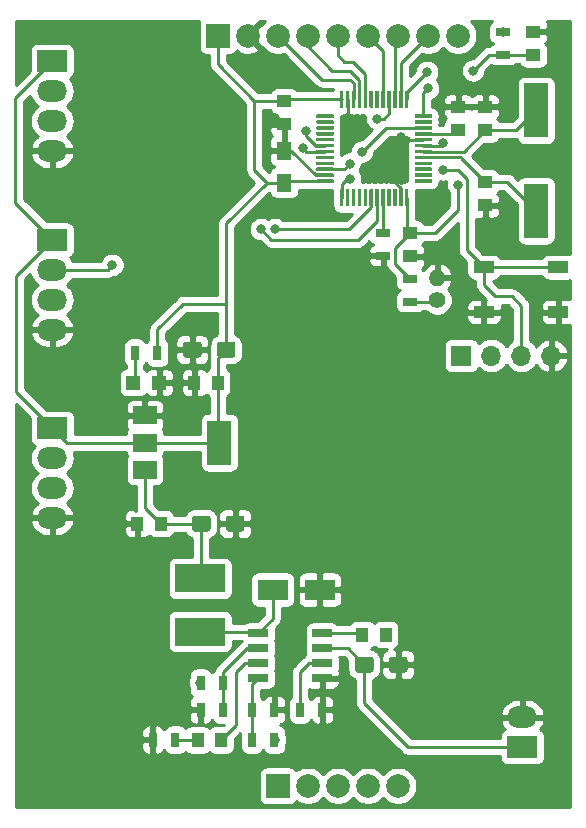
<source format=gbr>
%TF.GenerationSoftware,KiCad,Pcbnew,(5.1.2)-2*%
%TF.CreationDate,2020-09-07T08:08:20+07:00*%
%TF.ProjectId,ai-hw-elec,61692d68-772d-4656-9c65-632e6b696361,rev?*%
%TF.SameCoordinates,Original*%
%TF.FileFunction,Copper,L1,Top*%
%TF.FilePolarity,Positive*%
%FSLAX46Y46*%
G04 Gerber Fmt 4.6, Leading zero omitted, Abs format (unit mm)*
G04 Created by KiCad (PCBNEW (5.1.2)-2) date 2020-09-07 08:08:20*
%MOMM*%
%LPD*%
G04 APERTURE LIST*
%TA.AperFunction,ComponentPad*%
%ADD10R,2.000000X2.000000*%
%TD*%
%TA.AperFunction,ComponentPad*%
%ADD11C,2.000000*%
%TD*%
%TA.AperFunction,ComponentPad*%
%ADD12O,2.524000X1.824000*%
%TD*%
%TA.AperFunction,ComponentPad*%
%ADD13R,2.524000X1.824000*%
%TD*%
%TA.AperFunction,SMDPad,CuDef*%
%ADD14R,1.000000X1.250000*%
%TD*%
%TA.AperFunction,SMDPad,CuDef*%
%ADD15R,1.250000X1.000000*%
%TD*%
%TA.AperFunction,Conductor*%
%ADD16C,0.100000*%
%TD*%
%TA.AperFunction,SMDPad,CuDef*%
%ADD17C,1.350000*%
%TD*%
%TA.AperFunction,SMDPad,CuDef*%
%ADD18R,2.500000X1.800000*%
%TD*%
%TA.AperFunction,ComponentPad*%
%ADD19R,1.700000X1.700000*%
%TD*%
%TA.AperFunction,ComponentPad*%
%ADD20O,1.700000X1.700000*%
%TD*%
%TA.AperFunction,SMDPad,CuDef*%
%ADD21R,4.200000X2.400000*%
%TD*%
%TA.AperFunction,SMDPad,CuDef*%
%ADD22R,1.300000X1.500000*%
%TD*%
%TA.AperFunction,SMDPad,CuDef*%
%ADD23R,1.200000X1.200000*%
%TD*%
%TA.AperFunction,SMDPad,CuDef*%
%ADD24R,0.700000X1.300000*%
%TD*%
%TA.AperFunction,SMDPad,CuDef*%
%ADD25R,1.300000X0.700000*%
%TD*%
%TA.AperFunction,SMDPad,CuDef*%
%ADD26R,1.700000X1.000000*%
%TD*%
%TA.AperFunction,SMDPad,CuDef*%
%ADD27R,2.000000X3.800000*%
%TD*%
%TA.AperFunction,SMDPad,CuDef*%
%ADD28R,2.000000X1.500000*%
%TD*%
%TA.AperFunction,SMDPad,CuDef*%
%ADD29R,1.700000X0.700000*%
%TD*%
%TA.AperFunction,SMDPad,CuDef*%
%ADD30C,0.300000*%
%TD*%
%TA.AperFunction,SMDPad,CuDef*%
%ADD31R,2.000000X4.624000*%
%TD*%
%TA.AperFunction,ComponentPad*%
%ADD32C,1.400000*%
%TD*%
%TA.AperFunction,ComponentPad*%
%ADD33O,1.400000X1.400000*%
%TD*%
%TA.AperFunction,ViaPad*%
%ADD34C,0.800000*%
%TD*%
%TA.AperFunction,Conductor*%
%ADD35C,0.250000*%
%TD*%
%TA.AperFunction,Conductor*%
%ADD36C,0.254000*%
%TD*%
G04 APERTURE END LIST*
D10*
%TO.P,U4,1*%
%TO.N,3V3*%
X119872000Y-56982000D03*
D11*
%TO.P,U4,2*%
%TO.N,GND*%
X122412000Y-56982000D03*
%TO.P,U4,3*%
%TO.N,/CS*%
X124952000Y-56982000D03*
%TO.P,U4,4*%
%TO.N,/RESET*%
X127492000Y-56982000D03*
%TO.P,U4,5*%
%TO.N,/RS*%
X130032000Y-56982000D03*
%TO.P,U4,6*%
%TO.N,/LCD-MOSI*%
X132572000Y-56982000D03*
%TO.P,U4,7*%
%TO.N,/LCD-CLK*%
X135112000Y-56982000D03*
%TO.P,U4,8*%
%TO.N,/LED*%
X137652000Y-56982000D03*
%TO.P,U4,9*%
%TO.N,/LCD-MISO*%
X140192000Y-56982000D03*
D10*
%TO.P,U4,10*%
%TO.N,N/C*%
X124952000Y-120502000D03*
D11*
%TO.P,U4,11*%
X127492000Y-120502000D03*
%TO.P,U4,12*%
X130032000Y-120502000D03*
%TO.P,U4,13*%
X132572000Y-120502000D03*
%TO.P,U4,14*%
X135112000Y-120502000D03*
%TD*%
D12*
%TO.P,J2,2*%
%TO.N,GND*%
X145640000Y-114680000D03*
D13*
%TO.P,J2,1*%
%TO.N,12v*%
X145640000Y-117220000D03*
%TD*%
D14*
%TO.P,C1,1*%
%TO.N,5v*%
X115046000Y-98298000D03*
%TO.P,C1,2*%
%TO.N,GND*%
X113046000Y-98298000D03*
%TD*%
%TO.P,C2,2*%
%TO.N,GND*%
X117872000Y-86360000D03*
%TO.P,C2,1*%
%TO.N,3V3*%
X119872000Y-86360000D03*
%TD*%
%TO.P,C3,1*%
%TO.N,Net-(C3-Pad1)*%
X132096000Y-107696000D03*
%TO.P,C3,2*%
%TO.N,Net-(C3-Pad2)*%
X134096000Y-107696000D03*
%TD*%
%TO.P,C4,2*%
%TO.N,Net-(C4-Pad2)*%
X118142000Y-116611000D03*
%TO.P,C4,1*%
%TO.N,Net-(C4-Pad1)*%
X120142000Y-116611000D03*
%TD*%
D15*
%TO.P,C5,2*%
%TO.N,GND*%
X142494000Y-71358000D03*
%TO.P,C5,1*%
%TO.N,/Stm32f103c8tx/osc1*%
X142494000Y-69358000D03*
%TD*%
%TO.P,C6,1*%
%TO.N,/Stm32f103c8tx/osc2*%
X142494000Y-65008000D03*
%TO.P,C6,2*%
%TO.N,GND*%
X142494000Y-63008000D03*
%TD*%
%TO.P,C7,1*%
%TO.N,/Stm32f103c8tx/res*%
X146558000Y-58642000D03*
%TO.P,C7,2*%
%TO.N,GND*%
X146558000Y-56642000D03*
%TD*%
%TO.P,C8,2*%
%TO.N,GND*%
X136144000Y-75676000D03*
%TO.P,C8,1*%
%TO.N,3V3*%
X136144000Y-73676000D03*
%TD*%
%TO.P,C9,1*%
%TO.N,3V3*%
X140208000Y-64992000D03*
%TO.P,C9,2*%
%TO.N,GND*%
X140208000Y-62992000D03*
%TD*%
%TO.P,C10,2*%
%TO.N,GND*%
X125476000Y-64500000D03*
%TO.P,C10,1*%
%TO.N,3V3*%
X125476000Y-62500000D03*
%TD*%
D16*
%TO.N,12v*%
%TO.C,CP1*%
G36*
X132815005Y-109562204D02*
G01*
X132839273Y-109565804D01*
X132863072Y-109571765D01*
X132886171Y-109580030D01*
X132908350Y-109590520D01*
X132929393Y-109603132D01*
X132949099Y-109617747D01*
X132967277Y-109634223D01*
X132983753Y-109652401D01*
X132998368Y-109672107D01*
X133010980Y-109693150D01*
X133021470Y-109715329D01*
X133029735Y-109738428D01*
X133035696Y-109762227D01*
X133039296Y-109786495D01*
X133040500Y-109810999D01*
X133040500Y-110661001D01*
X133039296Y-110685505D01*
X133035696Y-110709773D01*
X133029735Y-110733572D01*
X133021470Y-110756671D01*
X133010980Y-110778850D01*
X132998368Y-110799893D01*
X132983753Y-110819599D01*
X132967277Y-110837777D01*
X132949099Y-110854253D01*
X132929393Y-110868868D01*
X132908350Y-110881480D01*
X132886171Y-110891970D01*
X132863072Y-110900235D01*
X132839273Y-110906196D01*
X132815005Y-110909796D01*
X132790501Y-110911000D01*
X131715499Y-110911000D01*
X131690995Y-110909796D01*
X131666727Y-110906196D01*
X131642928Y-110900235D01*
X131619829Y-110891970D01*
X131597650Y-110881480D01*
X131576607Y-110868868D01*
X131556901Y-110854253D01*
X131538723Y-110837777D01*
X131522247Y-110819599D01*
X131507632Y-110799893D01*
X131495020Y-110778850D01*
X131484530Y-110756671D01*
X131476265Y-110733572D01*
X131470304Y-110709773D01*
X131466704Y-110685505D01*
X131465500Y-110661001D01*
X131465500Y-109810999D01*
X131466704Y-109786495D01*
X131470304Y-109762227D01*
X131476265Y-109738428D01*
X131484530Y-109715329D01*
X131495020Y-109693150D01*
X131507632Y-109672107D01*
X131522247Y-109652401D01*
X131538723Y-109634223D01*
X131556901Y-109617747D01*
X131576607Y-109603132D01*
X131597650Y-109590520D01*
X131619829Y-109580030D01*
X131642928Y-109571765D01*
X131666727Y-109565804D01*
X131690995Y-109562204D01*
X131715499Y-109561000D01*
X132790501Y-109561000D01*
X132815005Y-109562204D01*
X132815005Y-109562204D01*
G37*
D17*
%TD*%
%TO.P,CP1,1*%
%TO.N,12v*%
X132253000Y-110236000D03*
D16*
%TO.N,GND*%
%TO.C,CP1*%
G36*
X135690005Y-109562204D02*
G01*
X135714273Y-109565804D01*
X135738072Y-109571765D01*
X135761171Y-109580030D01*
X135783350Y-109590520D01*
X135804393Y-109603132D01*
X135824099Y-109617747D01*
X135842277Y-109634223D01*
X135858753Y-109652401D01*
X135873368Y-109672107D01*
X135885980Y-109693150D01*
X135896470Y-109715329D01*
X135904735Y-109738428D01*
X135910696Y-109762227D01*
X135914296Y-109786495D01*
X135915500Y-109810999D01*
X135915500Y-110661001D01*
X135914296Y-110685505D01*
X135910696Y-110709773D01*
X135904735Y-110733572D01*
X135896470Y-110756671D01*
X135885980Y-110778850D01*
X135873368Y-110799893D01*
X135858753Y-110819599D01*
X135842277Y-110837777D01*
X135824099Y-110854253D01*
X135804393Y-110868868D01*
X135783350Y-110881480D01*
X135761171Y-110891970D01*
X135738072Y-110900235D01*
X135714273Y-110906196D01*
X135690005Y-110909796D01*
X135665501Y-110911000D01*
X134590499Y-110911000D01*
X134565995Y-110909796D01*
X134541727Y-110906196D01*
X134517928Y-110900235D01*
X134494829Y-110891970D01*
X134472650Y-110881480D01*
X134451607Y-110868868D01*
X134431901Y-110854253D01*
X134413723Y-110837777D01*
X134397247Y-110819599D01*
X134382632Y-110799893D01*
X134370020Y-110778850D01*
X134359530Y-110756671D01*
X134351265Y-110733572D01*
X134345304Y-110709773D01*
X134341704Y-110685505D01*
X134340500Y-110661001D01*
X134340500Y-109810999D01*
X134341704Y-109786495D01*
X134345304Y-109762227D01*
X134351265Y-109738428D01*
X134359530Y-109715329D01*
X134370020Y-109693150D01*
X134382632Y-109672107D01*
X134397247Y-109652401D01*
X134413723Y-109634223D01*
X134431901Y-109617747D01*
X134451607Y-109603132D01*
X134472650Y-109590520D01*
X134494829Y-109580030D01*
X134517928Y-109571765D01*
X134541727Y-109565804D01*
X134565995Y-109562204D01*
X134590499Y-109561000D01*
X135665501Y-109561000D01*
X135690005Y-109562204D01*
X135690005Y-109562204D01*
G37*
D17*
%TD*%
%TO.P,CP1,2*%
%TO.N,GND*%
X135128000Y-110236000D03*
D16*
%TO.N,GND*%
%TO.C,CP2*%
G36*
X118250505Y-82892204D02*
G01*
X118274773Y-82895804D01*
X118298572Y-82901765D01*
X118321671Y-82910030D01*
X118343850Y-82920520D01*
X118364893Y-82933132D01*
X118384599Y-82947747D01*
X118402777Y-82964223D01*
X118419253Y-82982401D01*
X118433868Y-83002107D01*
X118446480Y-83023150D01*
X118456970Y-83045329D01*
X118465235Y-83068428D01*
X118471196Y-83092227D01*
X118474796Y-83116495D01*
X118476000Y-83140999D01*
X118476000Y-83991001D01*
X118474796Y-84015505D01*
X118471196Y-84039773D01*
X118465235Y-84063572D01*
X118456970Y-84086671D01*
X118446480Y-84108850D01*
X118433868Y-84129893D01*
X118419253Y-84149599D01*
X118402777Y-84167777D01*
X118384599Y-84184253D01*
X118364893Y-84198868D01*
X118343850Y-84211480D01*
X118321671Y-84221970D01*
X118298572Y-84230235D01*
X118274773Y-84236196D01*
X118250505Y-84239796D01*
X118226001Y-84241000D01*
X117150999Y-84241000D01*
X117126495Y-84239796D01*
X117102227Y-84236196D01*
X117078428Y-84230235D01*
X117055329Y-84221970D01*
X117033150Y-84211480D01*
X117012107Y-84198868D01*
X116992401Y-84184253D01*
X116974223Y-84167777D01*
X116957747Y-84149599D01*
X116943132Y-84129893D01*
X116930520Y-84108850D01*
X116920030Y-84086671D01*
X116911765Y-84063572D01*
X116905804Y-84039773D01*
X116902204Y-84015505D01*
X116901000Y-83991001D01*
X116901000Y-83140999D01*
X116902204Y-83116495D01*
X116905804Y-83092227D01*
X116911765Y-83068428D01*
X116920030Y-83045329D01*
X116930520Y-83023150D01*
X116943132Y-83002107D01*
X116957747Y-82982401D01*
X116974223Y-82964223D01*
X116992401Y-82947747D01*
X117012107Y-82933132D01*
X117033150Y-82920520D01*
X117055329Y-82910030D01*
X117078428Y-82901765D01*
X117102227Y-82895804D01*
X117126495Y-82892204D01*
X117150999Y-82891000D01*
X118226001Y-82891000D01*
X118250505Y-82892204D01*
X118250505Y-82892204D01*
G37*
D17*
%TD*%
%TO.P,CP2,2*%
%TO.N,GND*%
X117688500Y-83566000D03*
D16*
%TO.N,3V3*%
%TO.C,CP2*%
G36*
X121125505Y-82892204D02*
G01*
X121149773Y-82895804D01*
X121173572Y-82901765D01*
X121196671Y-82910030D01*
X121218850Y-82920520D01*
X121239893Y-82933132D01*
X121259599Y-82947747D01*
X121277777Y-82964223D01*
X121294253Y-82982401D01*
X121308868Y-83002107D01*
X121321480Y-83023150D01*
X121331970Y-83045329D01*
X121340235Y-83068428D01*
X121346196Y-83092227D01*
X121349796Y-83116495D01*
X121351000Y-83140999D01*
X121351000Y-83991001D01*
X121349796Y-84015505D01*
X121346196Y-84039773D01*
X121340235Y-84063572D01*
X121331970Y-84086671D01*
X121321480Y-84108850D01*
X121308868Y-84129893D01*
X121294253Y-84149599D01*
X121277777Y-84167777D01*
X121259599Y-84184253D01*
X121239893Y-84198868D01*
X121218850Y-84211480D01*
X121196671Y-84221970D01*
X121173572Y-84230235D01*
X121149773Y-84236196D01*
X121125505Y-84239796D01*
X121101001Y-84241000D01*
X120025999Y-84241000D01*
X120001495Y-84239796D01*
X119977227Y-84236196D01*
X119953428Y-84230235D01*
X119930329Y-84221970D01*
X119908150Y-84211480D01*
X119887107Y-84198868D01*
X119867401Y-84184253D01*
X119849223Y-84167777D01*
X119832747Y-84149599D01*
X119818132Y-84129893D01*
X119805520Y-84108850D01*
X119795030Y-84086671D01*
X119786765Y-84063572D01*
X119780804Y-84039773D01*
X119777204Y-84015505D01*
X119776000Y-83991001D01*
X119776000Y-83140999D01*
X119777204Y-83116495D01*
X119780804Y-83092227D01*
X119786765Y-83068428D01*
X119795030Y-83045329D01*
X119805520Y-83023150D01*
X119818132Y-83002107D01*
X119832747Y-82982401D01*
X119849223Y-82964223D01*
X119867401Y-82947747D01*
X119887107Y-82933132D01*
X119908150Y-82920520D01*
X119930329Y-82910030D01*
X119953428Y-82901765D01*
X119977227Y-82895804D01*
X120001495Y-82892204D01*
X120025999Y-82891000D01*
X121101001Y-82891000D01*
X121125505Y-82892204D01*
X121125505Y-82892204D01*
G37*
D17*
%TD*%
%TO.P,CP2,1*%
%TO.N,3V3*%
X120563500Y-83566000D03*
D16*
%TO.N,5v*%
%TO.C,CP3*%
G36*
X119012505Y-97624204D02*
G01*
X119036773Y-97627804D01*
X119060572Y-97633765D01*
X119083671Y-97642030D01*
X119105850Y-97652520D01*
X119126893Y-97665132D01*
X119146599Y-97679747D01*
X119164777Y-97696223D01*
X119181253Y-97714401D01*
X119195868Y-97734107D01*
X119208480Y-97755150D01*
X119218970Y-97777329D01*
X119227235Y-97800428D01*
X119233196Y-97824227D01*
X119236796Y-97848495D01*
X119238000Y-97872999D01*
X119238000Y-98723001D01*
X119236796Y-98747505D01*
X119233196Y-98771773D01*
X119227235Y-98795572D01*
X119218970Y-98818671D01*
X119208480Y-98840850D01*
X119195868Y-98861893D01*
X119181253Y-98881599D01*
X119164777Y-98899777D01*
X119146599Y-98916253D01*
X119126893Y-98930868D01*
X119105850Y-98943480D01*
X119083671Y-98953970D01*
X119060572Y-98962235D01*
X119036773Y-98968196D01*
X119012505Y-98971796D01*
X118988001Y-98973000D01*
X117912999Y-98973000D01*
X117888495Y-98971796D01*
X117864227Y-98968196D01*
X117840428Y-98962235D01*
X117817329Y-98953970D01*
X117795150Y-98943480D01*
X117774107Y-98930868D01*
X117754401Y-98916253D01*
X117736223Y-98899777D01*
X117719747Y-98881599D01*
X117705132Y-98861893D01*
X117692520Y-98840850D01*
X117682030Y-98818671D01*
X117673765Y-98795572D01*
X117667804Y-98771773D01*
X117664204Y-98747505D01*
X117663000Y-98723001D01*
X117663000Y-97872999D01*
X117664204Y-97848495D01*
X117667804Y-97824227D01*
X117673765Y-97800428D01*
X117682030Y-97777329D01*
X117692520Y-97755150D01*
X117705132Y-97734107D01*
X117719747Y-97714401D01*
X117736223Y-97696223D01*
X117754401Y-97679747D01*
X117774107Y-97665132D01*
X117795150Y-97652520D01*
X117817329Y-97642030D01*
X117840428Y-97633765D01*
X117864227Y-97627804D01*
X117888495Y-97624204D01*
X117912999Y-97623000D01*
X118988001Y-97623000D01*
X119012505Y-97624204D01*
X119012505Y-97624204D01*
G37*
D17*
%TD*%
%TO.P,CP3,1*%
%TO.N,5v*%
X118450500Y-98298000D03*
D16*
%TO.N,GND*%
%TO.C,CP3*%
G36*
X121887505Y-97624204D02*
G01*
X121911773Y-97627804D01*
X121935572Y-97633765D01*
X121958671Y-97642030D01*
X121980850Y-97652520D01*
X122001893Y-97665132D01*
X122021599Y-97679747D01*
X122039777Y-97696223D01*
X122056253Y-97714401D01*
X122070868Y-97734107D01*
X122083480Y-97755150D01*
X122093970Y-97777329D01*
X122102235Y-97800428D01*
X122108196Y-97824227D01*
X122111796Y-97848495D01*
X122113000Y-97872999D01*
X122113000Y-98723001D01*
X122111796Y-98747505D01*
X122108196Y-98771773D01*
X122102235Y-98795572D01*
X122093970Y-98818671D01*
X122083480Y-98840850D01*
X122070868Y-98861893D01*
X122056253Y-98881599D01*
X122039777Y-98899777D01*
X122021599Y-98916253D01*
X122001893Y-98930868D01*
X121980850Y-98943480D01*
X121958671Y-98953970D01*
X121935572Y-98962235D01*
X121911773Y-98968196D01*
X121887505Y-98971796D01*
X121863001Y-98973000D01*
X120787999Y-98973000D01*
X120763495Y-98971796D01*
X120739227Y-98968196D01*
X120715428Y-98962235D01*
X120692329Y-98953970D01*
X120670150Y-98943480D01*
X120649107Y-98930868D01*
X120629401Y-98916253D01*
X120611223Y-98899777D01*
X120594747Y-98881599D01*
X120580132Y-98861893D01*
X120567520Y-98840850D01*
X120557030Y-98818671D01*
X120548765Y-98795572D01*
X120542804Y-98771773D01*
X120539204Y-98747505D01*
X120538000Y-98723001D01*
X120538000Y-97872999D01*
X120539204Y-97848495D01*
X120542804Y-97824227D01*
X120548765Y-97800428D01*
X120557030Y-97777329D01*
X120567520Y-97755150D01*
X120580132Y-97734107D01*
X120594747Y-97714401D01*
X120611223Y-97696223D01*
X120629401Y-97679747D01*
X120649107Y-97665132D01*
X120670150Y-97652520D01*
X120692329Y-97642030D01*
X120715428Y-97633765D01*
X120739227Y-97627804D01*
X120763495Y-97624204D01*
X120787999Y-97623000D01*
X121863001Y-97623000D01*
X121887505Y-97624204D01*
X121887505Y-97624204D01*
G37*
D17*
%TD*%
%TO.P,CP3,2*%
%TO.N,GND*%
X121325500Y-98298000D03*
D18*
%TO.P,D1,1*%
%TO.N,Net-(C3-Pad2)*%
X124492000Y-103886000D03*
%TO.P,D1,2*%
%TO.N,GND*%
X128492000Y-103886000D03*
%TD*%
D19*
%TO.P,J1,1*%
%TO.N,/Stm32f103c8tx/SWCLK*%
X140462000Y-84074000D03*
D20*
%TO.P,J1,2*%
%TO.N,/Stm32f103c8tx/SWDIO*%
X143002000Y-84074000D03*
%TO.P,J1,3*%
%TO.N,/Stm32f103c8tx/res*%
X145542000Y-84074000D03*
%TO.P,J1,4*%
%TO.N,GND*%
X148082000Y-84074000D03*
%TD*%
D21*
%TO.P,L1,1*%
%TO.N,Net-(C3-Pad2)*%
X118364000Y-107442000D03*
%TO.P,L1,2*%
%TO.N,5v*%
X118364000Y-102942000D03*
%TD*%
D22*
%TO.P,L2,2*%
%TO.N,GND*%
X125476000Y-66722000D03*
%TO.P,L2,1*%
%TO.N,3V3*%
X125476000Y-69422000D03*
%TD*%
D23*
%TO.P,Led1,1*%
%TO.N,GND*%
X114892000Y-86360000D03*
%TO.P,Led1,2*%
%TO.N,Net-(Led1-Pad2)*%
X112692000Y-86360000D03*
%TD*%
D24*
%TO.P,R1,1*%
%TO.N,12v*%
X118392000Y-111760000D03*
%TO.P,R1,2*%
%TO.N,Net-(R1-Pad2)*%
X120292000Y-111760000D03*
%TD*%
%TO.P,R2,2*%
%TO.N,GND*%
X118392000Y-114046000D03*
%TO.P,R2,1*%
%TO.N,Net-(R1-Pad2)*%
X120292000Y-114046000D03*
%TD*%
%TO.P,R3,1*%
%TO.N,Net-(R3-Pad1)*%
X126812000Y-114046000D03*
%TO.P,R3,2*%
%TO.N,GND*%
X128712000Y-114046000D03*
%TD*%
%TO.P,R4,2*%
%TO.N,GND*%
X114366000Y-116586000D03*
%TO.P,R4,1*%
%TO.N,Net-(C4-Pad2)*%
X116266000Y-116586000D03*
%TD*%
%TO.P,R5,1*%
%TO.N,3V3*%
X114742000Y-83820000D03*
%TO.P,R5,2*%
%TO.N,Net-(Led1-Pad2)*%
X112842000Y-83820000D03*
%TD*%
%TO.P,R6,2*%
%TO.N,Net-(R6-Pad2)*%
X122748000Y-116586000D03*
%TO.P,R6,1*%
%TO.N,5v*%
X124648000Y-116586000D03*
%TD*%
%TO.P,R7,1*%
%TO.N,Net-(R6-Pad2)*%
X122748000Y-114046000D03*
%TO.P,R7,2*%
%TO.N,GND*%
X124648000Y-114046000D03*
%TD*%
D25*
%TO.P,R8,2*%
%TO.N,/Stm32f103c8tx/res*%
X144018000Y-58608000D03*
%TO.P,R8,1*%
%TO.N,3V3*%
X144018000Y-56708000D03*
%TD*%
%TO.P,R9,2*%
%TO.N,GND*%
X133858000Y-75626000D03*
%TO.P,R9,1*%
%TO.N,Net-(R9-Pad1)*%
X133858000Y-73726000D03*
%TD*%
D26*
%TO.P,SW1,1*%
%TO.N,GND*%
X148692000Y-80386000D03*
X142392000Y-80386000D03*
%TO.P,SW1,2*%
%TO.N,/Stm32f103c8tx/res*%
X148692000Y-76586000D03*
X142392000Y-76586000D03*
%TD*%
D27*
%TO.P,U1,4*%
%TO.N,3V3*%
X119990000Y-91440000D03*
D28*
%TO.P,U1,2*%
X113690000Y-91440000D03*
%TO.P,U1,3*%
%TO.N,5v*%
X113690000Y-93740000D03*
%TO.P,U1,1*%
%TO.N,GND*%
X113690000Y-89140000D03*
%TD*%
D29*
%TO.P,U2,1*%
%TO.N,Net-(C3-Pad2)*%
X123284000Y-107569000D03*
%TO.P,U2,2*%
%TO.N,Net-(R1-Pad2)*%
X123284000Y-108839000D03*
%TO.P,U2,3*%
%TO.N,Net-(C4-Pad1)*%
X123284000Y-110109000D03*
%TO.P,U2,4*%
%TO.N,Net-(R6-Pad2)*%
X123284000Y-111379000D03*
%TO.P,U2,5*%
%TO.N,GND*%
X128684000Y-111379000D03*
%TO.P,U2,6*%
%TO.N,Net-(R3-Pad1)*%
X128684000Y-110109000D03*
%TO.P,U2,7*%
%TO.N,12v*%
X128684000Y-108839000D03*
%TO.P,U2,8*%
%TO.N,Net-(C3-Pad1)*%
X128684000Y-107569000D03*
%TD*%
D16*
%TO.N,N/C*%
%TO.C,U3*%
G36*
X137928351Y-69148361D02*
G01*
X137935632Y-69149441D01*
X137942771Y-69151229D01*
X137949701Y-69153709D01*
X137956355Y-69156856D01*
X137962668Y-69160640D01*
X137968579Y-69165024D01*
X137974033Y-69169967D01*
X137978976Y-69175421D01*
X137983360Y-69181332D01*
X137987144Y-69187645D01*
X137990291Y-69194299D01*
X137992771Y-69201229D01*
X137994559Y-69208368D01*
X137995639Y-69215649D01*
X137996000Y-69223000D01*
X137996000Y-69373000D01*
X137995639Y-69380351D01*
X137994559Y-69387632D01*
X137992771Y-69394771D01*
X137990291Y-69401701D01*
X137987144Y-69408355D01*
X137983360Y-69414668D01*
X137978976Y-69420579D01*
X137974033Y-69426033D01*
X137968579Y-69430976D01*
X137962668Y-69435360D01*
X137956355Y-69439144D01*
X137949701Y-69442291D01*
X137942771Y-69444771D01*
X137935632Y-69446559D01*
X137928351Y-69447639D01*
X137921000Y-69448000D01*
X136596000Y-69448000D01*
X136588649Y-69447639D01*
X136581368Y-69446559D01*
X136574229Y-69444771D01*
X136567299Y-69442291D01*
X136560645Y-69439144D01*
X136554332Y-69435360D01*
X136548421Y-69430976D01*
X136542967Y-69426033D01*
X136538024Y-69420579D01*
X136533640Y-69414668D01*
X136529856Y-69408355D01*
X136526709Y-69401701D01*
X136524229Y-69394771D01*
X136522441Y-69387632D01*
X136521361Y-69380351D01*
X136521000Y-69373000D01*
X136521000Y-69223000D01*
X136521361Y-69215649D01*
X136522441Y-69208368D01*
X136524229Y-69201229D01*
X136526709Y-69194299D01*
X136529856Y-69187645D01*
X136533640Y-69181332D01*
X136538024Y-69175421D01*
X136542967Y-69169967D01*
X136548421Y-69165024D01*
X136554332Y-69160640D01*
X136560645Y-69156856D01*
X136567299Y-69153709D01*
X136574229Y-69151229D01*
X136581368Y-69149441D01*
X136588649Y-69148361D01*
X136596000Y-69148000D01*
X137921000Y-69148000D01*
X137928351Y-69148361D01*
X137928351Y-69148361D01*
G37*
D30*
%TD*%
%TO.P,U3,1*%
%TO.N,N/C*%
X137258500Y-69298000D03*
D16*
%TO.N,N/C*%
%TO.C,U3*%
G36*
X137928351Y-68648361D02*
G01*
X137935632Y-68649441D01*
X137942771Y-68651229D01*
X137949701Y-68653709D01*
X137956355Y-68656856D01*
X137962668Y-68660640D01*
X137968579Y-68665024D01*
X137974033Y-68669967D01*
X137978976Y-68675421D01*
X137983360Y-68681332D01*
X137987144Y-68687645D01*
X137990291Y-68694299D01*
X137992771Y-68701229D01*
X137994559Y-68708368D01*
X137995639Y-68715649D01*
X137996000Y-68723000D01*
X137996000Y-68873000D01*
X137995639Y-68880351D01*
X137994559Y-68887632D01*
X137992771Y-68894771D01*
X137990291Y-68901701D01*
X137987144Y-68908355D01*
X137983360Y-68914668D01*
X137978976Y-68920579D01*
X137974033Y-68926033D01*
X137968579Y-68930976D01*
X137962668Y-68935360D01*
X137956355Y-68939144D01*
X137949701Y-68942291D01*
X137942771Y-68944771D01*
X137935632Y-68946559D01*
X137928351Y-68947639D01*
X137921000Y-68948000D01*
X136596000Y-68948000D01*
X136588649Y-68947639D01*
X136581368Y-68946559D01*
X136574229Y-68944771D01*
X136567299Y-68942291D01*
X136560645Y-68939144D01*
X136554332Y-68935360D01*
X136548421Y-68930976D01*
X136542967Y-68926033D01*
X136538024Y-68920579D01*
X136533640Y-68914668D01*
X136529856Y-68908355D01*
X136526709Y-68901701D01*
X136524229Y-68894771D01*
X136522441Y-68887632D01*
X136521361Y-68880351D01*
X136521000Y-68873000D01*
X136521000Y-68723000D01*
X136521361Y-68715649D01*
X136522441Y-68708368D01*
X136524229Y-68701229D01*
X136526709Y-68694299D01*
X136529856Y-68687645D01*
X136533640Y-68681332D01*
X136538024Y-68675421D01*
X136542967Y-68669967D01*
X136548421Y-68665024D01*
X136554332Y-68660640D01*
X136560645Y-68656856D01*
X136567299Y-68653709D01*
X136574229Y-68651229D01*
X136581368Y-68649441D01*
X136588649Y-68648361D01*
X136596000Y-68648000D01*
X137921000Y-68648000D01*
X137928351Y-68648361D01*
X137928351Y-68648361D01*
G37*
D30*
%TD*%
%TO.P,U3,2*%
%TO.N,N/C*%
X137258500Y-68798000D03*
D16*
%TO.N,N/C*%
%TO.C,U3*%
G36*
X137928351Y-68148361D02*
G01*
X137935632Y-68149441D01*
X137942771Y-68151229D01*
X137949701Y-68153709D01*
X137956355Y-68156856D01*
X137962668Y-68160640D01*
X137968579Y-68165024D01*
X137974033Y-68169967D01*
X137978976Y-68175421D01*
X137983360Y-68181332D01*
X137987144Y-68187645D01*
X137990291Y-68194299D01*
X137992771Y-68201229D01*
X137994559Y-68208368D01*
X137995639Y-68215649D01*
X137996000Y-68223000D01*
X137996000Y-68373000D01*
X137995639Y-68380351D01*
X137994559Y-68387632D01*
X137992771Y-68394771D01*
X137990291Y-68401701D01*
X137987144Y-68408355D01*
X137983360Y-68414668D01*
X137978976Y-68420579D01*
X137974033Y-68426033D01*
X137968579Y-68430976D01*
X137962668Y-68435360D01*
X137956355Y-68439144D01*
X137949701Y-68442291D01*
X137942771Y-68444771D01*
X137935632Y-68446559D01*
X137928351Y-68447639D01*
X137921000Y-68448000D01*
X136596000Y-68448000D01*
X136588649Y-68447639D01*
X136581368Y-68446559D01*
X136574229Y-68444771D01*
X136567299Y-68442291D01*
X136560645Y-68439144D01*
X136554332Y-68435360D01*
X136548421Y-68430976D01*
X136542967Y-68426033D01*
X136538024Y-68420579D01*
X136533640Y-68414668D01*
X136529856Y-68408355D01*
X136526709Y-68401701D01*
X136524229Y-68394771D01*
X136522441Y-68387632D01*
X136521361Y-68380351D01*
X136521000Y-68373000D01*
X136521000Y-68223000D01*
X136521361Y-68215649D01*
X136522441Y-68208368D01*
X136524229Y-68201229D01*
X136526709Y-68194299D01*
X136529856Y-68187645D01*
X136533640Y-68181332D01*
X136538024Y-68175421D01*
X136542967Y-68169967D01*
X136548421Y-68165024D01*
X136554332Y-68160640D01*
X136560645Y-68156856D01*
X136567299Y-68153709D01*
X136574229Y-68151229D01*
X136581368Y-68149441D01*
X136588649Y-68148361D01*
X136596000Y-68148000D01*
X137921000Y-68148000D01*
X137928351Y-68148361D01*
X137928351Y-68148361D01*
G37*
D30*
%TD*%
%TO.P,U3,3*%
%TO.N,N/C*%
X137258500Y-68298000D03*
D16*
%TO.N,N/C*%
%TO.C,U3*%
G36*
X137928351Y-67648361D02*
G01*
X137935632Y-67649441D01*
X137942771Y-67651229D01*
X137949701Y-67653709D01*
X137956355Y-67656856D01*
X137962668Y-67660640D01*
X137968579Y-67665024D01*
X137974033Y-67669967D01*
X137978976Y-67675421D01*
X137983360Y-67681332D01*
X137987144Y-67687645D01*
X137990291Y-67694299D01*
X137992771Y-67701229D01*
X137994559Y-67708368D01*
X137995639Y-67715649D01*
X137996000Y-67723000D01*
X137996000Y-67873000D01*
X137995639Y-67880351D01*
X137994559Y-67887632D01*
X137992771Y-67894771D01*
X137990291Y-67901701D01*
X137987144Y-67908355D01*
X137983360Y-67914668D01*
X137978976Y-67920579D01*
X137974033Y-67926033D01*
X137968579Y-67930976D01*
X137962668Y-67935360D01*
X137956355Y-67939144D01*
X137949701Y-67942291D01*
X137942771Y-67944771D01*
X137935632Y-67946559D01*
X137928351Y-67947639D01*
X137921000Y-67948000D01*
X136596000Y-67948000D01*
X136588649Y-67947639D01*
X136581368Y-67946559D01*
X136574229Y-67944771D01*
X136567299Y-67942291D01*
X136560645Y-67939144D01*
X136554332Y-67935360D01*
X136548421Y-67930976D01*
X136542967Y-67926033D01*
X136538024Y-67920579D01*
X136533640Y-67914668D01*
X136529856Y-67908355D01*
X136526709Y-67901701D01*
X136524229Y-67894771D01*
X136522441Y-67887632D01*
X136521361Y-67880351D01*
X136521000Y-67873000D01*
X136521000Y-67723000D01*
X136521361Y-67715649D01*
X136522441Y-67708368D01*
X136524229Y-67701229D01*
X136526709Y-67694299D01*
X136529856Y-67687645D01*
X136533640Y-67681332D01*
X136538024Y-67675421D01*
X136542967Y-67669967D01*
X136548421Y-67665024D01*
X136554332Y-67660640D01*
X136560645Y-67656856D01*
X136567299Y-67653709D01*
X136574229Y-67651229D01*
X136581368Y-67649441D01*
X136588649Y-67648361D01*
X136596000Y-67648000D01*
X137921000Y-67648000D01*
X137928351Y-67648361D01*
X137928351Y-67648361D01*
G37*
D30*
%TD*%
%TO.P,U3,4*%
%TO.N,N/C*%
X137258500Y-67798000D03*
D16*
%TO.N,/Stm32f103c8tx/osc1*%
%TO.C,U3*%
G36*
X137928351Y-67148361D02*
G01*
X137935632Y-67149441D01*
X137942771Y-67151229D01*
X137949701Y-67153709D01*
X137956355Y-67156856D01*
X137962668Y-67160640D01*
X137968579Y-67165024D01*
X137974033Y-67169967D01*
X137978976Y-67175421D01*
X137983360Y-67181332D01*
X137987144Y-67187645D01*
X137990291Y-67194299D01*
X137992771Y-67201229D01*
X137994559Y-67208368D01*
X137995639Y-67215649D01*
X137996000Y-67223000D01*
X137996000Y-67373000D01*
X137995639Y-67380351D01*
X137994559Y-67387632D01*
X137992771Y-67394771D01*
X137990291Y-67401701D01*
X137987144Y-67408355D01*
X137983360Y-67414668D01*
X137978976Y-67420579D01*
X137974033Y-67426033D01*
X137968579Y-67430976D01*
X137962668Y-67435360D01*
X137956355Y-67439144D01*
X137949701Y-67442291D01*
X137942771Y-67444771D01*
X137935632Y-67446559D01*
X137928351Y-67447639D01*
X137921000Y-67448000D01*
X136596000Y-67448000D01*
X136588649Y-67447639D01*
X136581368Y-67446559D01*
X136574229Y-67444771D01*
X136567299Y-67442291D01*
X136560645Y-67439144D01*
X136554332Y-67435360D01*
X136548421Y-67430976D01*
X136542967Y-67426033D01*
X136538024Y-67420579D01*
X136533640Y-67414668D01*
X136529856Y-67408355D01*
X136526709Y-67401701D01*
X136524229Y-67394771D01*
X136522441Y-67387632D01*
X136521361Y-67380351D01*
X136521000Y-67373000D01*
X136521000Y-67223000D01*
X136521361Y-67215649D01*
X136522441Y-67208368D01*
X136524229Y-67201229D01*
X136526709Y-67194299D01*
X136529856Y-67187645D01*
X136533640Y-67181332D01*
X136538024Y-67175421D01*
X136542967Y-67169967D01*
X136548421Y-67165024D01*
X136554332Y-67160640D01*
X136560645Y-67156856D01*
X136567299Y-67153709D01*
X136574229Y-67151229D01*
X136581368Y-67149441D01*
X136588649Y-67148361D01*
X136596000Y-67148000D01*
X137921000Y-67148000D01*
X137928351Y-67148361D01*
X137928351Y-67148361D01*
G37*
D30*
%TD*%
%TO.P,U3,5*%
%TO.N,/Stm32f103c8tx/osc1*%
X137258500Y-67298000D03*
D16*
%TO.N,/Stm32f103c8tx/osc2*%
%TO.C,U3*%
G36*
X137928351Y-66648361D02*
G01*
X137935632Y-66649441D01*
X137942771Y-66651229D01*
X137949701Y-66653709D01*
X137956355Y-66656856D01*
X137962668Y-66660640D01*
X137968579Y-66665024D01*
X137974033Y-66669967D01*
X137978976Y-66675421D01*
X137983360Y-66681332D01*
X137987144Y-66687645D01*
X137990291Y-66694299D01*
X137992771Y-66701229D01*
X137994559Y-66708368D01*
X137995639Y-66715649D01*
X137996000Y-66723000D01*
X137996000Y-66873000D01*
X137995639Y-66880351D01*
X137994559Y-66887632D01*
X137992771Y-66894771D01*
X137990291Y-66901701D01*
X137987144Y-66908355D01*
X137983360Y-66914668D01*
X137978976Y-66920579D01*
X137974033Y-66926033D01*
X137968579Y-66930976D01*
X137962668Y-66935360D01*
X137956355Y-66939144D01*
X137949701Y-66942291D01*
X137942771Y-66944771D01*
X137935632Y-66946559D01*
X137928351Y-66947639D01*
X137921000Y-66948000D01*
X136596000Y-66948000D01*
X136588649Y-66947639D01*
X136581368Y-66946559D01*
X136574229Y-66944771D01*
X136567299Y-66942291D01*
X136560645Y-66939144D01*
X136554332Y-66935360D01*
X136548421Y-66930976D01*
X136542967Y-66926033D01*
X136538024Y-66920579D01*
X136533640Y-66914668D01*
X136529856Y-66908355D01*
X136526709Y-66901701D01*
X136524229Y-66894771D01*
X136522441Y-66887632D01*
X136521361Y-66880351D01*
X136521000Y-66873000D01*
X136521000Y-66723000D01*
X136521361Y-66715649D01*
X136522441Y-66708368D01*
X136524229Y-66701229D01*
X136526709Y-66694299D01*
X136529856Y-66687645D01*
X136533640Y-66681332D01*
X136538024Y-66675421D01*
X136542967Y-66669967D01*
X136548421Y-66665024D01*
X136554332Y-66660640D01*
X136560645Y-66656856D01*
X136567299Y-66653709D01*
X136574229Y-66651229D01*
X136581368Y-66649441D01*
X136588649Y-66648361D01*
X136596000Y-66648000D01*
X137921000Y-66648000D01*
X137928351Y-66648361D01*
X137928351Y-66648361D01*
G37*
D30*
%TD*%
%TO.P,U3,6*%
%TO.N,/Stm32f103c8tx/osc2*%
X137258500Y-66798000D03*
D16*
%TO.N,/Stm32f103c8tx/res*%
%TO.C,U3*%
G36*
X137928351Y-66148361D02*
G01*
X137935632Y-66149441D01*
X137942771Y-66151229D01*
X137949701Y-66153709D01*
X137956355Y-66156856D01*
X137962668Y-66160640D01*
X137968579Y-66165024D01*
X137974033Y-66169967D01*
X137978976Y-66175421D01*
X137983360Y-66181332D01*
X137987144Y-66187645D01*
X137990291Y-66194299D01*
X137992771Y-66201229D01*
X137994559Y-66208368D01*
X137995639Y-66215649D01*
X137996000Y-66223000D01*
X137996000Y-66373000D01*
X137995639Y-66380351D01*
X137994559Y-66387632D01*
X137992771Y-66394771D01*
X137990291Y-66401701D01*
X137987144Y-66408355D01*
X137983360Y-66414668D01*
X137978976Y-66420579D01*
X137974033Y-66426033D01*
X137968579Y-66430976D01*
X137962668Y-66435360D01*
X137956355Y-66439144D01*
X137949701Y-66442291D01*
X137942771Y-66444771D01*
X137935632Y-66446559D01*
X137928351Y-66447639D01*
X137921000Y-66448000D01*
X136596000Y-66448000D01*
X136588649Y-66447639D01*
X136581368Y-66446559D01*
X136574229Y-66444771D01*
X136567299Y-66442291D01*
X136560645Y-66439144D01*
X136554332Y-66435360D01*
X136548421Y-66430976D01*
X136542967Y-66426033D01*
X136538024Y-66420579D01*
X136533640Y-66414668D01*
X136529856Y-66408355D01*
X136526709Y-66401701D01*
X136524229Y-66394771D01*
X136522441Y-66387632D01*
X136521361Y-66380351D01*
X136521000Y-66373000D01*
X136521000Y-66223000D01*
X136521361Y-66215649D01*
X136522441Y-66208368D01*
X136524229Y-66201229D01*
X136526709Y-66194299D01*
X136529856Y-66187645D01*
X136533640Y-66181332D01*
X136538024Y-66175421D01*
X136542967Y-66169967D01*
X136548421Y-66165024D01*
X136554332Y-66160640D01*
X136560645Y-66156856D01*
X136567299Y-66153709D01*
X136574229Y-66151229D01*
X136581368Y-66149441D01*
X136588649Y-66148361D01*
X136596000Y-66148000D01*
X137921000Y-66148000D01*
X137928351Y-66148361D01*
X137928351Y-66148361D01*
G37*
D30*
%TD*%
%TO.P,U3,7*%
%TO.N,/Stm32f103c8tx/res*%
X137258500Y-66298000D03*
D16*
%TO.N,GND*%
%TO.C,U3*%
G36*
X137928351Y-65648361D02*
G01*
X137935632Y-65649441D01*
X137942771Y-65651229D01*
X137949701Y-65653709D01*
X137956355Y-65656856D01*
X137962668Y-65660640D01*
X137968579Y-65665024D01*
X137974033Y-65669967D01*
X137978976Y-65675421D01*
X137983360Y-65681332D01*
X137987144Y-65687645D01*
X137990291Y-65694299D01*
X137992771Y-65701229D01*
X137994559Y-65708368D01*
X137995639Y-65715649D01*
X137996000Y-65723000D01*
X137996000Y-65873000D01*
X137995639Y-65880351D01*
X137994559Y-65887632D01*
X137992771Y-65894771D01*
X137990291Y-65901701D01*
X137987144Y-65908355D01*
X137983360Y-65914668D01*
X137978976Y-65920579D01*
X137974033Y-65926033D01*
X137968579Y-65930976D01*
X137962668Y-65935360D01*
X137956355Y-65939144D01*
X137949701Y-65942291D01*
X137942771Y-65944771D01*
X137935632Y-65946559D01*
X137928351Y-65947639D01*
X137921000Y-65948000D01*
X136596000Y-65948000D01*
X136588649Y-65947639D01*
X136581368Y-65946559D01*
X136574229Y-65944771D01*
X136567299Y-65942291D01*
X136560645Y-65939144D01*
X136554332Y-65935360D01*
X136548421Y-65930976D01*
X136542967Y-65926033D01*
X136538024Y-65920579D01*
X136533640Y-65914668D01*
X136529856Y-65908355D01*
X136526709Y-65901701D01*
X136524229Y-65894771D01*
X136522441Y-65887632D01*
X136521361Y-65880351D01*
X136521000Y-65873000D01*
X136521000Y-65723000D01*
X136521361Y-65715649D01*
X136522441Y-65708368D01*
X136524229Y-65701229D01*
X136526709Y-65694299D01*
X136529856Y-65687645D01*
X136533640Y-65681332D01*
X136538024Y-65675421D01*
X136542967Y-65669967D01*
X136548421Y-65665024D01*
X136554332Y-65660640D01*
X136560645Y-65656856D01*
X136567299Y-65653709D01*
X136574229Y-65651229D01*
X136581368Y-65649441D01*
X136588649Y-65648361D01*
X136596000Y-65648000D01*
X137921000Y-65648000D01*
X137928351Y-65648361D01*
X137928351Y-65648361D01*
G37*
D30*
%TD*%
%TO.P,U3,8*%
%TO.N,GND*%
X137258500Y-65798000D03*
D16*
%TO.N,3V3*%
%TO.C,U3*%
G36*
X137928351Y-65148361D02*
G01*
X137935632Y-65149441D01*
X137942771Y-65151229D01*
X137949701Y-65153709D01*
X137956355Y-65156856D01*
X137962668Y-65160640D01*
X137968579Y-65165024D01*
X137974033Y-65169967D01*
X137978976Y-65175421D01*
X137983360Y-65181332D01*
X137987144Y-65187645D01*
X137990291Y-65194299D01*
X137992771Y-65201229D01*
X137994559Y-65208368D01*
X137995639Y-65215649D01*
X137996000Y-65223000D01*
X137996000Y-65373000D01*
X137995639Y-65380351D01*
X137994559Y-65387632D01*
X137992771Y-65394771D01*
X137990291Y-65401701D01*
X137987144Y-65408355D01*
X137983360Y-65414668D01*
X137978976Y-65420579D01*
X137974033Y-65426033D01*
X137968579Y-65430976D01*
X137962668Y-65435360D01*
X137956355Y-65439144D01*
X137949701Y-65442291D01*
X137942771Y-65444771D01*
X137935632Y-65446559D01*
X137928351Y-65447639D01*
X137921000Y-65448000D01*
X136596000Y-65448000D01*
X136588649Y-65447639D01*
X136581368Y-65446559D01*
X136574229Y-65444771D01*
X136567299Y-65442291D01*
X136560645Y-65439144D01*
X136554332Y-65435360D01*
X136548421Y-65430976D01*
X136542967Y-65426033D01*
X136538024Y-65420579D01*
X136533640Y-65414668D01*
X136529856Y-65408355D01*
X136526709Y-65401701D01*
X136524229Y-65394771D01*
X136522441Y-65387632D01*
X136521361Y-65380351D01*
X136521000Y-65373000D01*
X136521000Y-65223000D01*
X136521361Y-65215649D01*
X136522441Y-65208368D01*
X136524229Y-65201229D01*
X136526709Y-65194299D01*
X136529856Y-65187645D01*
X136533640Y-65181332D01*
X136538024Y-65175421D01*
X136542967Y-65169967D01*
X136548421Y-65165024D01*
X136554332Y-65160640D01*
X136560645Y-65156856D01*
X136567299Y-65153709D01*
X136574229Y-65151229D01*
X136581368Y-65149441D01*
X136588649Y-65148361D01*
X136596000Y-65148000D01*
X137921000Y-65148000D01*
X137928351Y-65148361D01*
X137928351Y-65148361D01*
G37*
D30*
%TD*%
%TO.P,U3,9*%
%TO.N,3V3*%
X137258500Y-65298000D03*
D16*
%TO.N,/Stm32f103c8tx/adc_1*%
%TO.C,U3*%
G36*
X137928351Y-64648361D02*
G01*
X137935632Y-64649441D01*
X137942771Y-64651229D01*
X137949701Y-64653709D01*
X137956355Y-64656856D01*
X137962668Y-64660640D01*
X137968579Y-64665024D01*
X137974033Y-64669967D01*
X137978976Y-64675421D01*
X137983360Y-64681332D01*
X137987144Y-64687645D01*
X137990291Y-64694299D01*
X137992771Y-64701229D01*
X137994559Y-64708368D01*
X137995639Y-64715649D01*
X137996000Y-64723000D01*
X137996000Y-64873000D01*
X137995639Y-64880351D01*
X137994559Y-64887632D01*
X137992771Y-64894771D01*
X137990291Y-64901701D01*
X137987144Y-64908355D01*
X137983360Y-64914668D01*
X137978976Y-64920579D01*
X137974033Y-64926033D01*
X137968579Y-64930976D01*
X137962668Y-64935360D01*
X137956355Y-64939144D01*
X137949701Y-64942291D01*
X137942771Y-64944771D01*
X137935632Y-64946559D01*
X137928351Y-64947639D01*
X137921000Y-64948000D01*
X136596000Y-64948000D01*
X136588649Y-64947639D01*
X136581368Y-64946559D01*
X136574229Y-64944771D01*
X136567299Y-64942291D01*
X136560645Y-64939144D01*
X136554332Y-64935360D01*
X136548421Y-64930976D01*
X136542967Y-64926033D01*
X136538024Y-64920579D01*
X136533640Y-64914668D01*
X136529856Y-64908355D01*
X136526709Y-64901701D01*
X136524229Y-64894771D01*
X136522441Y-64887632D01*
X136521361Y-64880351D01*
X136521000Y-64873000D01*
X136521000Y-64723000D01*
X136521361Y-64715649D01*
X136522441Y-64708368D01*
X136524229Y-64701229D01*
X136526709Y-64694299D01*
X136529856Y-64687645D01*
X136533640Y-64681332D01*
X136538024Y-64675421D01*
X136542967Y-64669967D01*
X136548421Y-64665024D01*
X136554332Y-64660640D01*
X136560645Y-64656856D01*
X136567299Y-64653709D01*
X136574229Y-64651229D01*
X136581368Y-64649441D01*
X136588649Y-64648361D01*
X136596000Y-64648000D01*
X137921000Y-64648000D01*
X137928351Y-64648361D01*
X137928351Y-64648361D01*
G37*
D30*
%TD*%
%TO.P,U3,10*%
%TO.N,/Stm32f103c8tx/adc_1*%
X137258500Y-64798000D03*
D16*
%TO.N,N/C*%
%TO.C,U3*%
G36*
X137928351Y-64148361D02*
G01*
X137935632Y-64149441D01*
X137942771Y-64151229D01*
X137949701Y-64153709D01*
X137956355Y-64156856D01*
X137962668Y-64160640D01*
X137968579Y-64165024D01*
X137974033Y-64169967D01*
X137978976Y-64175421D01*
X137983360Y-64181332D01*
X137987144Y-64187645D01*
X137990291Y-64194299D01*
X137992771Y-64201229D01*
X137994559Y-64208368D01*
X137995639Y-64215649D01*
X137996000Y-64223000D01*
X137996000Y-64373000D01*
X137995639Y-64380351D01*
X137994559Y-64387632D01*
X137992771Y-64394771D01*
X137990291Y-64401701D01*
X137987144Y-64408355D01*
X137983360Y-64414668D01*
X137978976Y-64420579D01*
X137974033Y-64426033D01*
X137968579Y-64430976D01*
X137962668Y-64435360D01*
X137956355Y-64439144D01*
X137949701Y-64442291D01*
X137942771Y-64444771D01*
X137935632Y-64446559D01*
X137928351Y-64447639D01*
X137921000Y-64448000D01*
X136596000Y-64448000D01*
X136588649Y-64447639D01*
X136581368Y-64446559D01*
X136574229Y-64444771D01*
X136567299Y-64442291D01*
X136560645Y-64439144D01*
X136554332Y-64435360D01*
X136548421Y-64430976D01*
X136542967Y-64426033D01*
X136538024Y-64420579D01*
X136533640Y-64414668D01*
X136529856Y-64408355D01*
X136526709Y-64401701D01*
X136524229Y-64394771D01*
X136522441Y-64387632D01*
X136521361Y-64380351D01*
X136521000Y-64373000D01*
X136521000Y-64223000D01*
X136521361Y-64215649D01*
X136522441Y-64208368D01*
X136524229Y-64201229D01*
X136526709Y-64194299D01*
X136529856Y-64187645D01*
X136533640Y-64181332D01*
X136538024Y-64175421D01*
X136542967Y-64169967D01*
X136548421Y-64165024D01*
X136554332Y-64160640D01*
X136560645Y-64156856D01*
X136567299Y-64153709D01*
X136574229Y-64151229D01*
X136581368Y-64149441D01*
X136588649Y-64148361D01*
X136596000Y-64148000D01*
X137921000Y-64148000D01*
X137928351Y-64148361D01*
X137928351Y-64148361D01*
G37*
D30*
%TD*%
%TO.P,U3,11*%
%TO.N,N/C*%
X137258500Y-64298000D03*
D16*
%TO.N,/Stm32f103c8tx/uart2_tx*%
%TO.C,U3*%
G36*
X137928351Y-63648361D02*
G01*
X137935632Y-63649441D01*
X137942771Y-63651229D01*
X137949701Y-63653709D01*
X137956355Y-63656856D01*
X137962668Y-63660640D01*
X137968579Y-63665024D01*
X137974033Y-63669967D01*
X137978976Y-63675421D01*
X137983360Y-63681332D01*
X137987144Y-63687645D01*
X137990291Y-63694299D01*
X137992771Y-63701229D01*
X137994559Y-63708368D01*
X137995639Y-63715649D01*
X137996000Y-63723000D01*
X137996000Y-63873000D01*
X137995639Y-63880351D01*
X137994559Y-63887632D01*
X137992771Y-63894771D01*
X137990291Y-63901701D01*
X137987144Y-63908355D01*
X137983360Y-63914668D01*
X137978976Y-63920579D01*
X137974033Y-63926033D01*
X137968579Y-63930976D01*
X137962668Y-63935360D01*
X137956355Y-63939144D01*
X137949701Y-63942291D01*
X137942771Y-63944771D01*
X137935632Y-63946559D01*
X137928351Y-63947639D01*
X137921000Y-63948000D01*
X136596000Y-63948000D01*
X136588649Y-63947639D01*
X136581368Y-63946559D01*
X136574229Y-63944771D01*
X136567299Y-63942291D01*
X136560645Y-63939144D01*
X136554332Y-63935360D01*
X136548421Y-63930976D01*
X136542967Y-63926033D01*
X136538024Y-63920579D01*
X136533640Y-63914668D01*
X136529856Y-63908355D01*
X136526709Y-63901701D01*
X136524229Y-63894771D01*
X136522441Y-63887632D01*
X136521361Y-63880351D01*
X136521000Y-63873000D01*
X136521000Y-63723000D01*
X136521361Y-63715649D01*
X136522441Y-63708368D01*
X136524229Y-63701229D01*
X136526709Y-63694299D01*
X136529856Y-63687645D01*
X136533640Y-63681332D01*
X136538024Y-63675421D01*
X136542967Y-63669967D01*
X136548421Y-63665024D01*
X136554332Y-63660640D01*
X136560645Y-63656856D01*
X136567299Y-63653709D01*
X136574229Y-63651229D01*
X136581368Y-63649441D01*
X136588649Y-63648361D01*
X136596000Y-63648000D01*
X137921000Y-63648000D01*
X137928351Y-63648361D01*
X137928351Y-63648361D01*
G37*
D30*
%TD*%
%TO.P,U3,12*%
%TO.N,/Stm32f103c8tx/uart2_tx*%
X137258500Y-63798000D03*
D16*
%TO.N,/Stm32f103c8tx/uart2_rx*%
%TO.C,U3*%
G36*
X135928351Y-61648361D02*
G01*
X135935632Y-61649441D01*
X135942771Y-61651229D01*
X135949701Y-61653709D01*
X135956355Y-61656856D01*
X135962668Y-61660640D01*
X135968579Y-61665024D01*
X135974033Y-61669967D01*
X135978976Y-61675421D01*
X135983360Y-61681332D01*
X135987144Y-61687645D01*
X135990291Y-61694299D01*
X135992771Y-61701229D01*
X135994559Y-61708368D01*
X135995639Y-61715649D01*
X135996000Y-61723000D01*
X135996000Y-63048000D01*
X135995639Y-63055351D01*
X135994559Y-63062632D01*
X135992771Y-63069771D01*
X135990291Y-63076701D01*
X135987144Y-63083355D01*
X135983360Y-63089668D01*
X135978976Y-63095579D01*
X135974033Y-63101033D01*
X135968579Y-63105976D01*
X135962668Y-63110360D01*
X135956355Y-63114144D01*
X135949701Y-63117291D01*
X135942771Y-63119771D01*
X135935632Y-63121559D01*
X135928351Y-63122639D01*
X135921000Y-63123000D01*
X135771000Y-63123000D01*
X135763649Y-63122639D01*
X135756368Y-63121559D01*
X135749229Y-63119771D01*
X135742299Y-63117291D01*
X135735645Y-63114144D01*
X135729332Y-63110360D01*
X135723421Y-63105976D01*
X135717967Y-63101033D01*
X135713024Y-63095579D01*
X135708640Y-63089668D01*
X135704856Y-63083355D01*
X135701709Y-63076701D01*
X135699229Y-63069771D01*
X135697441Y-63062632D01*
X135696361Y-63055351D01*
X135696000Y-63048000D01*
X135696000Y-61723000D01*
X135696361Y-61715649D01*
X135697441Y-61708368D01*
X135699229Y-61701229D01*
X135701709Y-61694299D01*
X135704856Y-61687645D01*
X135708640Y-61681332D01*
X135713024Y-61675421D01*
X135717967Y-61669967D01*
X135723421Y-61665024D01*
X135729332Y-61660640D01*
X135735645Y-61656856D01*
X135742299Y-61653709D01*
X135749229Y-61651229D01*
X135756368Y-61649441D01*
X135763649Y-61648361D01*
X135771000Y-61648000D01*
X135921000Y-61648000D01*
X135928351Y-61648361D01*
X135928351Y-61648361D01*
G37*
D30*
%TD*%
%TO.P,U3,13*%
%TO.N,/Stm32f103c8tx/uart2_rx*%
X135846000Y-62385500D03*
D16*
%TO.N,/LED*%
%TO.C,U3*%
G36*
X135428351Y-61648361D02*
G01*
X135435632Y-61649441D01*
X135442771Y-61651229D01*
X135449701Y-61653709D01*
X135456355Y-61656856D01*
X135462668Y-61660640D01*
X135468579Y-61665024D01*
X135474033Y-61669967D01*
X135478976Y-61675421D01*
X135483360Y-61681332D01*
X135487144Y-61687645D01*
X135490291Y-61694299D01*
X135492771Y-61701229D01*
X135494559Y-61708368D01*
X135495639Y-61715649D01*
X135496000Y-61723000D01*
X135496000Y-63048000D01*
X135495639Y-63055351D01*
X135494559Y-63062632D01*
X135492771Y-63069771D01*
X135490291Y-63076701D01*
X135487144Y-63083355D01*
X135483360Y-63089668D01*
X135478976Y-63095579D01*
X135474033Y-63101033D01*
X135468579Y-63105976D01*
X135462668Y-63110360D01*
X135456355Y-63114144D01*
X135449701Y-63117291D01*
X135442771Y-63119771D01*
X135435632Y-63121559D01*
X135428351Y-63122639D01*
X135421000Y-63123000D01*
X135271000Y-63123000D01*
X135263649Y-63122639D01*
X135256368Y-63121559D01*
X135249229Y-63119771D01*
X135242299Y-63117291D01*
X135235645Y-63114144D01*
X135229332Y-63110360D01*
X135223421Y-63105976D01*
X135217967Y-63101033D01*
X135213024Y-63095579D01*
X135208640Y-63089668D01*
X135204856Y-63083355D01*
X135201709Y-63076701D01*
X135199229Y-63069771D01*
X135197441Y-63062632D01*
X135196361Y-63055351D01*
X135196000Y-63048000D01*
X135196000Y-61723000D01*
X135196361Y-61715649D01*
X135197441Y-61708368D01*
X135199229Y-61701229D01*
X135201709Y-61694299D01*
X135204856Y-61687645D01*
X135208640Y-61681332D01*
X135213024Y-61675421D01*
X135217967Y-61669967D01*
X135223421Y-61665024D01*
X135229332Y-61660640D01*
X135235645Y-61656856D01*
X135242299Y-61653709D01*
X135249229Y-61651229D01*
X135256368Y-61649441D01*
X135263649Y-61648361D01*
X135271000Y-61648000D01*
X135421000Y-61648000D01*
X135428351Y-61648361D01*
X135428351Y-61648361D01*
G37*
D30*
%TD*%
%TO.P,U3,14*%
%TO.N,/LED*%
X135346000Y-62385500D03*
D16*
%TO.N,/LCD-CLK*%
%TO.C,U3*%
G36*
X134928351Y-61648361D02*
G01*
X134935632Y-61649441D01*
X134942771Y-61651229D01*
X134949701Y-61653709D01*
X134956355Y-61656856D01*
X134962668Y-61660640D01*
X134968579Y-61665024D01*
X134974033Y-61669967D01*
X134978976Y-61675421D01*
X134983360Y-61681332D01*
X134987144Y-61687645D01*
X134990291Y-61694299D01*
X134992771Y-61701229D01*
X134994559Y-61708368D01*
X134995639Y-61715649D01*
X134996000Y-61723000D01*
X134996000Y-63048000D01*
X134995639Y-63055351D01*
X134994559Y-63062632D01*
X134992771Y-63069771D01*
X134990291Y-63076701D01*
X134987144Y-63083355D01*
X134983360Y-63089668D01*
X134978976Y-63095579D01*
X134974033Y-63101033D01*
X134968579Y-63105976D01*
X134962668Y-63110360D01*
X134956355Y-63114144D01*
X134949701Y-63117291D01*
X134942771Y-63119771D01*
X134935632Y-63121559D01*
X134928351Y-63122639D01*
X134921000Y-63123000D01*
X134771000Y-63123000D01*
X134763649Y-63122639D01*
X134756368Y-63121559D01*
X134749229Y-63119771D01*
X134742299Y-63117291D01*
X134735645Y-63114144D01*
X134729332Y-63110360D01*
X134723421Y-63105976D01*
X134717967Y-63101033D01*
X134713024Y-63095579D01*
X134708640Y-63089668D01*
X134704856Y-63083355D01*
X134701709Y-63076701D01*
X134699229Y-63069771D01*
X134697441Y-63062632D01*
X134696361Y-63055351D01*
X134696000Y-63048000D01*
X134696000Y-61723000D01*
X134696361Y-61715649D01*
X134697441Y-61708368D01*
X134699229Y-61701229D01*
X134701709Y-61694299D01*
X134704856Y-61687645D01*
X134708640Y-61681332D01*
X134713024Y-61675421D01*
X134717967Y-61669967D01*
X134723421Y-61665024D01*
X134729332Y-61660640D01*
X134735645Y-61656856D01*
X134742299Y-61653709D01*
X134749229Y-61651229D01*
X134756368Y-61649441D01*
X134763649Y-61648361D01*
X134771000Y-61648000D01*
X134921000Y-61648000D01*
X134928351Y-61648361D01*
X134928351Y-61648361D01*
G37*
D30*
%TD*%
%TO.P,U3,15*%
%TO.N,/LCD-CLK*%
X134846000Y-62385500D03*
D16*
%TO.N,/LCD-MISO*%
%TO.C,U3*%
G36*
X134428351Y-61648361D02*
G01*
X134435632Y-61649441D01*
X134442771Y-61651229D01*
X134449701Y-61653709D01*
X134456355Y-61656856D01*
X134462668Y-61660640D01*
X134468579Y-61665024D01*
X134474033Y-61669967D01*
X134478976Y-61675421D01*
X134483360Y-61681332D01*
X134487144Y-61687645D01*
X134490291Y-61694299D01*
X134492771Y-61701229D01*
X134494559Y-61708368D01*
X134495639Y-61715649D01*
X134496000Y-61723000D01*
X134496000Y-63048000D01*
X134495639Y-63055351D01*
X134494559Y-63062632D01*
X134492771Y-63069771D01*
X134490291Y-63076701D01*
X134487144Y-63083355D01*
X134483360Y-63089668D01*
X134478976Y-63095579D01*
X134474033Y-63101033D01*
X134468579Y-63105976D01*
X134462668Y-63110360D01*
X134456355Y-63114144D01*
X134449701Y-63117291D01*
X134442771Y-63119771D01*
X134435632Y-63121559D01*
X134428351Y-63122639D01*
X134421000Y-63123000D01*
X134271000Y-63123000D01*
X134263649Y-63122639D01*
X134256368Y-63121559D01*
X134249229Y-63119771D01*
X134242299Y-63117291D01*
X134235645Y-63114144D01*
X134229332Y-63110360D01*
X134223421Y-63105976D01*
X134217967Y-63101033D01*
X134213024Y-63095579D01*
X134208640Y-63089668D01*
X134204856Y-63083355D01*
X134201709Y-63076701D01*
X134199229Y-63069771D01*
X134197441Y-63062632D01*
X134196361Y-63055351D01*
X134196000Y-63048000D01*
X134196000Y-61723000D01*
X134196361Y-61715649D01*
X134197441Y-61708368D01*
X134199229Y-61701229D01*
X134201709Y-61694299D01*
X134204856Y-61687645D01*
X134208640Y-61681332D01*
X134213024Y-61675421D01*
X134217967Y-61669967D01*
X134223421Y-61665024D01*
X134229332Y-61660640D01*
X134235645Y-61656856D01*
X134242299Y-61653709D01*
X134249229Y-61651229D01*
X134256368Y-61649441D01*
X134263649Y-61648361D01*
X134271000Y-61648000D01*
X134421000Y-61648000D01*
X134428351Y-61648361D01*
X134428351Y-61648361D01*
G37*
D30*
%TD*%
%TO.P,U3,16*%
%TO.N,/LCD-MISO*%
X134346000Y-62385500D03*
D16*
%TO.N,/LCD-MOSI*%
%TO.C,U3*%
G36*
X133928351Y-61648361D02*
G01*
X133935632Y-61649441D01*
X133942771Y-61651229D01*
X133949701Y-61653709D01*
X133956355Y-61656856D01*
X133962668Y-61660640D01*
X133968579Y-61665024D01*
X133974033Y-61669967D01*
X133978976Y-61675421D01*
X133983360Y-61681332D01*
X133987144Y-61687645D01*
X133990291Y-61694299D01*
X133992771Y-61701229D01*
X133994559Y-61708368D01*
X133995639Y-61715649D01*
X133996000Y-61723000D01*
X133996000Y-63048000D01*
X133995639Y-63055351D01*
X133994559Y-63062632D01*
X133992771Y-63069771D01*
X133990291Y-63076701D01*
X133987144Y-63083355D01*
X133983360Y-63089668D01*
X133978976Y-63095579D01*
X133974033Y-63101033D01*
X133968579Y-63105976D01*
X133962668Y-63110360D01*
X133956355Y-63114144D01*
X133949701Y-63117291D01*
X133942771Y-63119771D01*
X133935632Y-63121559D01*
X133928351Y-63122639D01*
X133921000Y-63123000D01*
X133771000Y-63123000D01*
X133763649Y-63122639D01*
X133756368Y-63121559D01*
X133749229Y-63119771D01*
X133742299Y-63117291D01*
X133735645Y-63114144D01*
X133729332Y-63110360D01*
X133723421Y-63105976D01*
X133717967Y-63101033D01*
X133713024Y-63095579D01*
X133708640Y-63089668D01*
X133704856Y-63083355D01*
X133701709Y-63076701D01*
X133699229Y-63069771D01*
X133697441Y-63062632D01*
X133696361Y-63055351D01*
X133696000Y-63048000D01*
X133696000Y-61723000D01*
X133696361Y-61715649D01*
X133697441Y-61708368D01*
X133699229Y-61701229D01*
X133701709Y-61694299D01*
X133704856Y-61687645D01*
X133708640Y-61681332D01*
X133713024Y-61675421D01*
X133717967Y-61669967D01*
X133723421Y-61665024D01*
X133729332Y-61660640D01*
X133735645Y-61656856D01*
X133742299Y-61653709D01*
X133749229Y-61651229D01*
X133756368Y-61649441D01*
X133763649Y-61648361D01*
X133771000Y-61648000D01*
X133921000Y-61648000D01*
X133928351Y-61648361D01*
X133928351Y-61648361D01*
G37*
D30*
%TD*%
%TO.P,U3,17*%
%TO.N,/LCD-MOSI*%
X133846000Y-62385500D03*
D16*
%TO.N,N/C*%
%TO.C,U3*%
G36*
X133428351Y-61648361D02*
G01*
X133435632Y-61649441D01*
X133442771Y-61651229D01*
X133449701Y-61653709D01*
X133456355Y-61656856D01*
X133462668Y-61660640D01*
X133468579Y-61665024D01*
X133474033Y-61669967D01*
X133478976Y-61675421D01*
X133483360Y-61681332D01*
X133487144Y-61687645D01*
X133490291Y-61694299D01*
X133492771Y-61701229D01*
X133494559Y-61708368D01*
X133495639Y-61715649D01*
X133496000Y-61723000D01*
X133496000Y-63048000D01*
X133495639Y-63055351D01*
X133494559Y-63062632D01*
X133492771Y-63069771D01*
X133490291Y-63076701D01*
X133487144Y-63083355D01*
X133483360Y-63089668D01*
X133478976Y-63095579D01*
X133474033Y-63101033D01*
X133468579Y-63105976D01*
X133462668Y-63110360D01*
X133456355Y-63114144D01*
X133449701Y-63117291D01*
X133442771Y-63119771D01*
X133435632Y-63121559D01*
X133428351Y-63122639D01*
X133421000Y-63123000D01*
X133271000Y-63123000D01*
X133263649Y-63122639D01*
X133256368Y-63121559D01*
X133249229Y-63119771D01*
X133242299Y-63117291D01*
X133235645Y-63114144D01*
X133229332Y-63110360D01*
X133223421Y-63105976D01*
X133217967Y-63101033D01*
X133213024Y-63095579D01*
X133208640Y-63089668D01*
X133204856Y-63083355D01*
X133201709Y-63076701D01*
X133199229Y-63069771D01*
X133197441Y-63062632D01*
X133196361Y-63055351D01*
X133196000Y-63048000D01*
X133196000Y-61723000D01*
X133196361Y-61715649D01*
X133197441Y-61708368D01*
X133199229Y-61701229D01*
X133201709Y-61694299D01*
X133204856Y-61687645D01*
X133208640Y-61681332D01*
X133213024Y-61675421D01*
X133217967Y-61669967D01*
X133223421Y-61665024D01*
X133229332Y-61660640D01*
X133235645Y-61656856D01*
X133242299Y-61653709D01*
X133249229Y-61651229D01*
X133256368Y-61649441D01*
X133263649Y-61648361D01*
X133271000Y-61648000D01*
X133421000Y-61648000D01*
X133428351Y-61648361D01*
X133428351Y-61648361D01*
G37*
D30*
%TD*%
%TO.P,U3,18*%
%TO.N,N/C*%
X133346000Y-62385500D03*
D16*
%TO.N,N/C*%
%TO.C,U3*%
G36*
X132928351Y-61648361D02*
G01*
X132935632Y-61649441D01*
X132942771Y-61651229D01*
X132949701Y-61653709D01*
X132956355Y-61656856D01*
X132962668Y-61660640D01*
X132968579Y-61665024D01*
X132974033Y-61669967D01*
X132978976Y-61675421D01*
X132983360Y-61681332D01*
X132987144Y-61687645D01*
X132990291Y-61694299D01*
X132992771Y-61701229D01*
X132994559Y-61708368D01*
X132995639Y-61715649D01*
X132996000Y-61723000D01*
X132996000Y-63048000D01*
X132995639Y-63055351D01*
X132994559Y-63062632D01*
X132992771Y-63069771D01*
X132990291Y-63076701D01*
X132987144Y-63083355D01*
X132983360Y-63089668D01*
X132978976Y-63095579D01*
X132974033Y-63101033D01*
X132968579Y-63105976D01*
X132962668Y-63110360D01*
X132956355Y-63114144D01*
X132949701Y-63117291D01*
X132942771Y-63119771D01*
X132935632Y-63121559D01*
X132928351Y-63122639D01*
X132921000Y-63123000D01*
X132771000Y-63123000D01*
X132763649Y-63122639D01*
X132756368Y-63121559D01*
X132749229Y-63119771D01*
X132742299Y-63117291D01*
X132735645Y-63114144D01*
X132729332Y-63110360D01*
X132723421Y-63105976D01*
X132717967Y-63101033D01*
X132713024Y-63095579D01*
X132708640Y-63089668D01*
X132704856Y-63083355D01*
X132701709Y-63076701D01*
X132699229Y-63069771D01*
X132697441Y-63062632D01*
X132696361Y-63055351D01*
X132696000Y-63048000D01*
X132696000Y-61723000D01*
X132696361Y-61715649D01*
X132697441Y-61708368D01*
X132699229Y-61701229D01*
X132701709Y-61694299D01*
X132704856Y-61687645D01*
X132708640Y-61681332D01*
X132713024Y-61675421D01*
X132717967Y-61669967D01*
X132723421Y-61665024D01*
X132729332Y-61660640D01*
X132735645Y-61656856D01*
X132742299Y-61653709D01*
X132749229Y-61651229D01*
X132756368Y-61649441D01*
X132763649Y-61648361D01*
X132771000Y-61648000D01*
X132921000Y-61648000D01*
X132928351Y-61648361D01*
X132928351Y-61648361D01*
G37*
D30*
%TD*%
%TO.P,U3,19*%
%TO.N,N/C*%
X132846000Y-62385500D03*
D16*
%TO.N,/RS*%
%TO.C,U3*%
G36*
X132428351Y-61648361D02*
G01*
X132435632Y-61649441D01*
X132442771Y-61651229D01*
X132449701Y-61653709D01*
X132456355Y-61656856D01*
X132462668Y-61660640D01*
X132468579Y-61665024D01*
X132474033Y-61669967D01*
X132478976Y-61675421D01*
X132483360Y-61681332D01*
X132487144Y-61687645D01*
X132490291Y-61694299D01*
X132492771Y-61701229D01*
X132494559Y-61708368D01*
X132495639Y-61715649D01*
X132496000Y-61723000D01*
X132496000Y-63048000D01*
X132495639Y-63055351D01*
X132494559Y-63062632D01*
X132492771Y-63069771D01*
X132490291Y-63076701D01*
X132487144Y-63083355D01*
X132483360Y-63089668D01*
X132478976Y-63095579D01*
X132474033Y-63101033D01*
X132468579Y-63105976D01*
X132462668Y-63110360D01*
X132456355Y-63114144D01*
X132449701Y-63117291D01*
X132442771Y-63119771D01*
X132435632Y-63121559D01*
X132428351Y-63122639D01*
X132421000Y-63123000D01*
X132271000Y-63123000D01*
X132263649Y-63122639D01*
X132256368Y-63121559D01*
X132249229Y-63119771D01*
X132242299Y-63117291D01*
X132235645Y-63114144D01*
X132229332Y-63110360D01*
X132223421Y-63105976D01*
X132217967Y-63101033D01*
X132213024Y-63095579D01*
X132208640Y-63089668D01*
X132204856Y-63083355D01*
X132201709Y-63076701D01*
X132199229Y-63069771D01*
X132197441Y-63062632D01*
X132196361Y-63055351D01*
X132196000Y-63048000D01*
X132196000Y-61723000D01*
X132196361Y-61715649D01*
X132197441Y-61708368D01*
X132199229Y-61701229D01*
X132201709Y-61694299D01*
X132204856Y-61687645D01*
X132208640Y-61681332D01*
X132213024Y-61675421D01*
X132217967Y-61669967D01*
X132223421Y-61665024D01*
X132229332Y-61660640D01*
X132235645Y-61656856D01*
X132242299Y-61653709D01*
X132249229Y-61651229D01*
X132256368Y-61649441D01*
X132263649Y-61648361D01*
X132271000Y-61648000D01*
X132421000Y-61648000D01*
X132428351Y-61648361D01*
X132428351Y-61648361D01*
G37*
D30*
%TD*%
%TO.P,U3,20*%
%TO.N,/RS*%
X132346000Y-62385500D03*
D16*
%TO.N,/RESET*%
%TO.C,U3*%
G36*
X131928351Y-61648361D02*
G01*
X131935632Y-61649441D01*
X131942771Y-61651229D01*
X131949701Y-61653709D01*
X131956355Y-61656856D01*
X131962668Y-61660640D01*
X131968579Y-61665024D01*
X131974033Y-61669967D01*
X131978976Y-61675421D01*
X131983360Y-61681332D01*
X131987144Y-61687645D01*
X131990291Y-61694299D01*
X131992771Y-61701229D01*
X131994559Y-61708368D01*
X131995639Y-61715649D01*
X131996000Y-61723000D01*
X131996000Y-63048000D01*
X131995639Y-63055351D01*
X131994559Y-63062632D01*
X131992771Y-63069771D01*
X131990291Y-63076701D01*
X131987144Y-63083355D01*
X131983360Y-63089668D01*
X131978976Y-63095579D01*
X131974033Y-63101033D01*
X131968579Y-63105976D01*
X131962668Y-63110360D01*
X131956355Y-63114144D01*
X131949701Y-63117291D01*
X131942771Y-63119771D01*
X131935632Y-63121559D01*
X131928351Y-63122639D01*
X131921000Y-63123000D01*
X131771000Y-63123000D01*
X131763649Y-63122639D01*
X131756368Y-63121559D01*
X131749229Y-63119771D01*
X131742299Y-63117291D01*
X131735645Y-63114144D01*
X131729332Y-63110360D01*
X131723421Y-63105976D01*
X131717967Y-63101033D01*
X131713024Y-63095579D01*
X131708640Y-63089668D01*
X131704856Y-63083355D01*
X131701709Y-63076701D01*
X131699229Y-63069771D01*
X131697441Y-63062632D01*
X131696361Y-63055351D01*
X131696000Y-63048000D01*
X131696000Y-61723000D01*
X131696361Y-61715649D01*
X131697441Y-61708368D01*
X131699229Y-61701229D01*
X131701709Y-61694299D01*
X131704856Y-61687645D01*
X131708640Y-61681332D01*
X131713024Y-61675421D01*
X131717967Y-61669967D01*
X131723421Y-61665024D01*
X131729332Y-61660640D01*
X131735645Y-61656856D01*
X131742299Y-61653709D01*
X131749229Y-61651229D01*
X131756368Y-61649441D01*
X131763649Y-61648361D01*
X131771000Y-61648000D01*
X131921000Y-61648000D01*
X131928351Y-61648361D01*
X131928351Y-61648361D01*
G37*
D30*
%TD*%
%TO.P,U3,21*%
%TO.N,/RESET*%
X131846000Y-62385500D03*
D16*
%TO.N,/CS*%
%TO.C,U3*%
G36*
X131428351Y-61648361D02*
G01*
X131435632Y-61649441D01*
X131442771Y-61651229D01*
X131449701Y-61653709D01*
X131456355Y-61656856D01*
X131462668Y-61660640D01*
X131468579Y-61665024D01*
X131474033Y-61669967D01*
X131478976Y-61675421D01*
X131483360Y-61681332D01*
X131487144Y-61687645D01*
X131490291Y-61694299D01*
X131492771Y-61701229D01*
X131494559Y-61708368D01*
X131495639Y-61715649D01*
X131496000Y-61723000D01*
X131496000Y-63048000D01*
X131495639Y-63055351D01*
X131494559Y-63062632D01*
X131492771Y-63069771D01*
X131490291Y-63076701D01*
X131487144Y-63083355D01*
X131483360Y-63089668D01*
X131478976Y-63095579D01*
X131474033Y-63101033D01*
X131468579Y-63105976D01*
X131462668Y-63110360D01*
X131456355Y-63114144D01*
X131449701Y-63117291D01*
X131442771Y-63119771D01*
X131435632Y-63121559D01*
X131428351Y-63122639D01*
X131421000Y-63123000D01*
X131271000Y-63123000D01*
X131263649Y-63122639D01*
X131256368Y-63121559D01*
X131249229Y-63119771D01*
X131242299Y-63117291D01*
X131235645Y-63114144D01*
X131229332Y-63110360D01*
X131223421Y-63105976D01*
X131217967Y-63101033D01*
X131213024Y-63095579D01*
X131208640Y-63089668D01*
X131204856Y-63083355D01*
X131201709Y-63076701D01*
X131199229Y-63069771D01*
X131197441Y-63062632D01*
X131196361Y-63055351D01*
X131196000Y-63048000D01*
X131196000Y-61723000D01*
X131196361Y-61715649D01*
X131197441Y-61708368D01*
X131199229Y-61701229D01*
X131201709Y-61694299D01*
X131204856Y-61687645D01*
X131208640Y-61681332D01*
X131213024Y-61675421D01*
X131217967Y-61669967D01*
X131223421Y-61665024D01*
X131229332Y-61660640D01*
X131235645Y-61656856D01*
X131242299Y-61653709D01*
X131249229Y-61651229D01*
X131256368Y-61649441D01*
X131263649Y-61648361D01*
X131271000Y-61648000D01*
X131421000Y-61648000D01*
X131428351Y-61648361D01*
X131428351Y-61648361D01*
G37*
D30*
%TD*%
%TO.P,U3,22*%
%TO.N,/CS*%
X131346000Y-62385500D03*
D16*
%TO.N,GND*%
%TO.C,U3*%
G36*
X130928351Y-61648361D02*
G01*
X130935632Y-61649441D01*
X130942771Y-61651229D01*
X130949701Y-61653709D01*
X130956355Y-61656856D01*
X130962668Y-61660640D01*
X130968579Y-61665024D01*
X130974033Y-61669967D01*
X130978976Y-61675421D01*
X130983360Y-61681332D01*
X130987144Y-61687645D01*
X130990291Y-61694299D01*
X130992771Y-61701229D01*
X130994559Y-61708368D01*
X130995639Y-61715649D01*
X130996000Y-61723000D01*
X130996000Y-63048000D01*
X130995639Y-63055351D01*
X130994559Y-63062632D01*
X130992771Y-63069771D01*
X130990291Y-63076701D01*
X130987144Y-63083355D01*
X130983360Y-63089668D01*
X130978976Y-63095579D01*
X130974033Y-63101033D01*
X130968579Y-63105976D01*
X130962668Y-63110360D01*
X130956355Y-63114144D01*
X130949701Y-63117291D01*
X130942771Y-63119771D01*
X130935632Y-63121559D01*
X130928351Y-63122639D01*
X130921000Y-63123000D01*
X130771000Y-63123000D01*
X130763649Y-63122639D01*
X130756368Y-63121559D01*
X130749229Y-63119771D01*
X130742299Y-63117291D01*
X130735645Y-63114144D01*
X130729332Y-63110360D01*
X130723421Y-63105976D01*
X130717967Y-63101033D01*
X130713024Y-63095579D01*
X130708640Y-63089668D01*
X130704856Y-63083355D01*
X130701709Y-63076701D01*
X130699229Y-63069771D01*
X130697441Y-63062632D01*
X130696361Y-63055351D01*
X130696000Y-63048000D01*
X130696000Y-61723000D01*
X130696361Y-61715649D01*
X130697441Y-61708368D01*
X130699229Y-61701229D01*
X130701709Y-61694299D01*
X130704856Y-61687645D01*
X130708640Y-61681332D01*
X130713024Y-61675421D01*
X130717967Y-61669967D01*
X130723421Y-61665024D01*
X130729332Y-61660640D01*
X130735645Y-61656856D01*
X130742299Y-61653709D01*
X130749229Y-61651229D01*
X130756368Y-61649441D01*
X130763649Y-61648361D01*
X130771000Y-61648000D01*
X130921000Y-61648000D01*
X130928351Y-61648361D01*
X130928351Y-61648361D01*
G37*
D30*
%TD*%
%TO.P,U3,23*%
%TO.N,GND*%
X130846000Y-62385500D03*
D16*
%TO.N,3V3*%
%TO.C,U3*%
G36*
X130428351Y-61648361D02*
G01*
X130435632Y-61649441D01*
X130442771Y-61651229D01*
X130449701Y-61653709D01*
X130456355Y-61656856D01*
X130462668Y-61660640D01*
X130468579Y-61665024D01*
X130474033Y-61669967D01*
X130478976Y-61675421D01*
X130483360Y-61681332D01*
X130487144Y-61687645D01*
X130490291Y-61694299D01*
X130492771Y-61701229D01*
X130494559Y-61708368D01*
X130495639Y-61715649D01*
X130496000Y-61723000D01*
X130496000Y-63048000D01*
X130495639Y-63055351D01*
X130494559Y-63062632D01*
X130492771Y-63069771D01*
X130490291Y-63076701D01*
X130487144Y-63083355D01*
X130483360Y-63089668D01*
X130478976Y-63095579D01*
X130474033Y-63101033D01*
X130468579Y-63105976D01*
X130462668Y-63110360D01*
X130456355Y-63114144D01*
X130449701Y-63117291D01*
X130442771Y-63119771D01*
X130435632Y-63121559D01*
X130428351Y-63122639D01*
X130421000Y-63123000D01*
X130271000Y-63123000D01*
X130263649Y-63122639D01*
X130256368Y-63121559D01*
X130249229Y-63119771D01*
X130242299Y-63117291D01*
X130235645Y-63114144D01*
X130229332Y-63110360D01*
X130223421Y-63105976D01*
X130217967Y-63101033D01*
X130213024Y-63095579D01*
X130208640Y-63089668D01*
X130204856Y-63083355D01*
X130201709Y-63076701D01*
X130199229Y-63069771D01*
X130197441Y-63062632D01*
X130196361Y-63055351D01*
X130196000Y-63048000D01*
X130196000Y-61723000D01*
X130196361Y-61715649D01*
X130197441Y-61708368D01*
X130199229Y-61701229D01*
X130201709Y-61694299D01*
X130204856Y-61687645D01*
X130208640Y-61681332D01*
X130213024Y-61675421D01*
X130217967Y-61669967D01*
X130223421Y-61665024D01*
X130229332Y-61660640D01*
X130235645Y-61656856D01*
X130242299Y-61653709D01*
X130249229Y-61651229D01*
X130256368Y-61649441D01*
X130263649Y-61648361D01*
X130271000Y-61648000D01*
X130421000Y-61648000D01*
X130428351Y-61648361D01*
X130428351Y-61648361D01*
G37*
D30*
%TD*%
%TO.P,U3,24*%
%TO.N,3V3*%
X130346000Y-62385500D03*
D16*
%TO.N,N/C*%
%TO.C,U3*%
G36*
X129603351Y-63648361D02*
G01*
X129610632Y-63649441D01*
X129617771Y-63651229D01*
X129624701Y-63653709D01*
X129631355Y-63656856D01*
X129637668Y-63660640D01*
X129643579Y-63665024D01*
X129649033Y-63669967D01*
X129653976Y-63675421D01*
X129658360Y-63681332D01*
X129662144Y-63687645D01*
X129665291Y-63694299D01*
X129667771Y-63701229D01*
X129669559Y-63708368D01*
X129670639Y-63715649D01*
X129671000Y-63723000D01*
X129671000Y-63873000D01*
X129670639Y-63880351D01*
X129669559Y-63887632D01*
X129667771Y-63894771D01*
X129665291Y-63901701D01*
X129662144Y-63908355D01*
X129658360Y-63914668D01*
X129653976Y-63920579D01*
X129649033Y-63926033D01*
X129643579Y-63930976D01*
X129637668Y-63935360D01*
X129631355Y-63939144D01*
X129624701Y-63942291D01*
X129617771Y-63944771D01*
X129610632Y-63946559D01*
X129603351Y-63947639D01*
X129596000Y-63948000D01*
X128271000Y-63948000D01*
X128263649Y-63947639D01*
X128256368Y-63946559D01*
X128249229Y-63944771D01*
X128242299Y-63942291D01*
X128235645Y-63939144D01*
X128229332Y-63935360D01*
X128223421Y-63930976D01*
X128217967Y-63926033D01*
X128213024Y-63920579D01*
X128208640Y-63914668D01*
X128204856Y-63908355D01*
X128201709Y-63901701D01*
X128199229Y-63894771D01*
X128197441Y-63887632D01*
X128196361Y-63880351D01*
X128196000Y-63873000D01*
X128196000Y-63723000D01*
X128196361Y-63715649D01*
X128197441Y-63708368D01*
X128199229Y-63701229D01*
X128201709Y-63694299D01*
X128204856Y-63687645D01*
X128208640Y-63681332D01*
X128213024Y-63675421D01*
X128217967Y-63669967D01*
X128223421Y-63665024D01*
X128229332Y-63660640D01*
X128235645Y-63656856D01*
X128242299Y-63653709D01*
X128249229Y-63651229D01*
X128256368Y-63649441D01*
X128263649Y-63648361D01*
X128271000Y-63648000D01*
X129596000Y-63648000D01*
X129603351Y-63648361D01*
X129603351Y-63648361D01*
G37*
D30*
%TD*%
%TO.P,U3,25*%
%TO.N,N/C*%
X128933500Y-63798000D03*
D16*
%TO.N,N/C*%
%TO.C,U3*%
G36*
X129603351Y-64148361D02*
G01*
X129610632Y-64149441D01*
X129617771Y-64151229D01*
X129624701Y-64153709D01*
X129631355Y-64156856D01*
X129637668Y-64160640D01*
X129643579Y-64165024D01*
X129649033Y-64169967D01*
X129653976Y-64175421D01*
X129658360Y-64181332D01*
X129662144Y-64187645D01*
X129665291Y-64194299D01*
X129667771Y-64201229D01*
X129669559Y-64208368D01*
X129670639Y-64215649D01*
X129671000Y-64223000D01*
X129671000Y-64373000D01*
X129670639Y-64380351D01*
X129669559Y-64387632D01*
X129667771Y-64394771D01*
X129665291Y-64401701D01*
X129662144Y-64408355D01*
X129658360Y-64414668D01*
X129653976Y-64420579D01*
X129649033Y-64426033D01*
X129643579Y-64430976D01*
X129637668Y-64435360D01*
X129631355Y-64439144D01*
X129624701Y-64442291D01*
X129617771Y-64444771D01*
X129610632Y-64446559D01*
X129603351Y-64447639D01*
X129596000Y-64448000D01*
X128271000Y-64448000D01*
X128263649Y-64447639D01*
X128256368Y-64446559D01*
X128249229Y-64444771D01*
X128242299Y-64442291D01*
X128235645Y-64439144D01*
X128229332Y-64435360D01*
X128223421Y-64430976D01*
X128217967Y-64426033D01*
X128213024Y-64420579D01*
X128208640Y-64414668D01*
X128204856Y-64408355D01*
X128201709Y-64401701D01*
X128199229Y-64394771D01*
X128197441Y-64387632D01*
X128196361Y-64380351D01*
X128196000Y-64373000D01*
X128196000Y-64223000D01*
X128196361Y-64215649D01*
X128197441Y-64208368D01*
X128199229Y-64201229D01*
X128201709Y-64194299D01*
X128204856Y-64187645D01*
X128208640Y-64181332D01*
X128213024Y-64175421D01*
X128217967Y-64169967D01*
X128223421Y-64165024D01*
X128229332Y-64160640D01*
X128235645Y-64156856D01*
X128242299Y-64153709D01*
X128249229Y-64151229D01*
X128256368Y-64149441D01*
X128263649Y-64148361D01*
X128271000Y-64148000D01*
X129596000Y-64148000D01*
X129603351Y-64148361D01*
X129603351Y-64148361D01*
G37*
D30*
%TD*%
%TO.P,U3,26*%
%TO.N,N/C*%
X128933500Y-64298000D03*
D16*
%TO.N,N/C*%
%TO.C,U3*%
G36*
X129603351Y-64648361D02*
G01*
X129610632Y-64649441D01*
X129617771Y-64651229D01*
X129624701Y-64653709D01*
X129631355Y-64656856D01*
X129637668Y-64660640D01*
X129643579Y-64665024D01*
X129649033Y-64669967D01*
X129653976Y-64675421D01*
X129658360Y-64681332D01*
X129662144Y-64687645D01*
X129665291Y-64694299D01*
X129667771Y-64701229D01*
X129669559Y-64708368D01*
X129670639Y-64715649D01*
X129671000Y-64723000D01*
X129671000Y-64873000D01*
X129670639Y-64880351D01*
X129669559Y-64887632D01*
X129667771Y-64894771D01*
X129665291Y-64901701D01*
X129662144Y-64908355D01*
X129658360Y-64914668D01*
X129653976Y-64920579D01*
X129649033Y-64926033D01*
X129643579Y-64930976D01*
X129637668Y-64935360D01*
X129631355Y-64939144D01*
X129624701Y-64942291D01*
X129617771Y-64944771D01*
X129610632Y-64946559D01*
X129603351Y-64947639D01*
X129596000Y-64948000D01*
X128271000Y-64948000D01*
X128263649Y-64947639D01*
X128256368Y-64946559D01*
X128249229Y-64944771D01*
X128242299Y-64942291D01*
X128235645Y-64939144D01*
X128229332Y-64935360D01*
X128223421Y-64930976D01*
X128217967Y-64926033D01*
X128213024Y-64920579D01*
X128208640Y-64914668D01*
X128204856Y-64908355D01*
X128201709Y-64901701D01*
X128199229Y-64894771D01*
X128197441Y-64887632D01*
X128196361Y-64880351D01*
X128196000Y-64873000D01*
X128196000Y-64723000D01*
X128196361Y-64715649D01*
X128197441Y-64708368D01*
X128199229Y-64701229D01*
X128201709Y-64694299D01*
X128204856Y-64687645D01*
X128208640Y-64681332D01*
X128213024Y-64675421D01*
X128217967Y-64669967D01*
X128223421Y-64665024D01*
X128229332Y-64660640D01*
X128235645Y-64656856D01*
X128242299Y-64653709D01*
X128249229Y-64651229D01*
X128256368Y-64649441D01*
X128263649Y-64648361D01*
X128271000Y-64648000D01*
X129596000Y-64648000D01*
X129603351Y-64648361D01*
X129603351Y-64648361D01*
G37*
D30*
%TD*%
%TO.P,U3,27*%
%TO.N,N/C*%
X128933500Y-64798000D03*
D16*
%TO.N,N/C*%
%TO.C,U3*%
G36*
X129603351Y-65148361D02*
G01*
X129610632Y-65149441D01*
X129617771Y-65151229D01*
X129624701Y-65153709D01*
X129631355Y-65156856D01*
X129637668Y-65160640D01*
X129643579Y-65165024D01*
X129649033Y-65169967D01*
X129653976Y-65175421D01*
X129658360Y-65181332D01*
X129662144Y-65187645D01*
X129665291Y-65194299D01*
X129667771Y-65201229D01*
X129669559Y-65208368D01*
X129670639Y-65215649D01*
X129671000Y-65223000D01*
X129671000Y-65373000D01*
X129670639Y-65380351D01*
X129669559Y-65387632D01*
X129667771Y-65394771D01*
X129665291Y-65401701D01*
X129662144Y-65408355D01*
X129658360Y-65414668D01*
X129653976Y-65420579D01*
X129649033Y-65426033D01*
X129643579Y-65430976D01*
X129637668Y-65435360D01*
X129631355Y-65439144D01*
X129624701Y-65442291D01*
X129617771Y-65444771D01*
X129610632Y-65446559D01*
X129603351Y-65447639D01*
X129596000Y-65448000D01*
X128271000Y-65448000D01*
X128263649Y-65447639D01*
X128256368Y-65446559D01*
X128249229Y-65444771D01*
X128242299Y-65442291D01*
X128235645Y-65439144D01*
X128229332Y-65435360D01*
X128223421Y-65430976D01*
X128217967Y-65426033D01*
X128213024Y-65420579D01*
X128208640Y-65414668D01*
X128204856Y-65408355D01*
X128201709Y-65401701D01*
X128199229Y-65394771D01*
X128197441Y-65387632D01*
X128196361Y-65380351D01*
X128196000Y-65373000D01*
X128196000Y-65223000D01*
X128196361Y-65215649D01*
X128197441Y-65208368D01*
X128199229Y-65201229D01*
X128201709Y-65194299D01*
X128204856Y-65187645D01*
X128208640Y-65181332D01*
X128213024Y-65175421D01*
X128217967Y-65169967D01*
X128223421Y-65165024D01*
X128229332Y-65160640D01*
X128235645Y-65156856D01*
X128242299Y-65153709D01*
X128249229Y-65151229D01*
X128256368Y-65149441D01*
X128263649Y-65148361D01*
X128271000Y-65148000D01*
X129596000Y-65148000D01*
X129603351Y-65148361D01*
X129603351Y-65148361D01*
G37*
D30*
%TD*%
%TO.P,U3,28*%
%TO.N,N/C*%
X128933500Y-65298000D03*
D16*
%TO.N,N/C*%
%TO.C,U3*%
G36*
X129603351Y-65648361D02*
G01*
X129610632Y-65649441D01*
X129617771Y-65651229D01*
X129624701Y-65653709D01*
X129631355Y-65656856D01*
X129637668Y-65660640D01*
X129643579Y-65665024D01*
X129649033Y-65669967D01*
X129653976Y-65675421D01*
X129658360Y-65681332D01*
X129662144Y-65687645D01*
X129665291Y-65694299D01*
X129667771Y-65701229D01*
X129669559Y-65708368D01*
X129670639Y-65715649D01*
X129671000Y-65723000D01*
X129671000Y-65873000D01*
X129670639Y-65880351D01*
X129669559Y-65887632D01*
X129667771Y-65894771D01*
X129665291Y-65901701D01*
X129662144Y-65908355D01*
X129658360Y-65914668D01*
X129653976Y-65920579D01*
X129649033Y-65926033D01*
X129643579Y-65930976D01*
X129637668Y-65935360D01*
X129631355Y-65939144D01*
X129624701Y-65942291D01*
X129617771Y-65944771D01*
X129610632Y-65946559D01*
X129603351Y-65947639D01*
X129596000Y-65948000D01*
X128271000Y-65948000D01*
X128263649Y-65947639D01*
X128256368Y-65946559D01*
X128249229Y-65944771D01*
X128242299Y-65942291D01*
X128235645Y-65939144D01*
X128229332Y-65935360D01*
X128223421Y-65930976D01*
X128217967Y-65926033D01*
X128213024Y-65920579D01*
X128208640Y-65914668D01*
X128204856Y-65908355D01*
X128201709Y-65901701D01*
X128199229Y-65894771D01*
X128197441Y-65887632D01*
X128196361Y-65880351D01*
X128196000Y-65873000D01*
X128196000Y-65723000D01*
X128196361Y-65715649D01*
X128197441Y-65708368D01*
X128199229Y-65701229D01*
X128201709Y-65694299D01*
X128204856Y-65687645D01*
X128208640Y-65681332D01*
X128213024Y-65675421D01*
X128217967Y-65669967D01*
X128223421Y-65665024D01*
X128229332Y-65660640D01*
X128235645Y-65656856D01*
X128242299Y-65653709D01*
X128249229Y-65651229D01*
X128256368Y-65649441D01*
X128263649Y-65648361D01*
X128271000Y-65648000D01*
X129596000Y-65648000D01*
X129603351Y-65648361D01*
X129603351Y-65648361D01*
G37*
D30*
%TD*%
%TO.P,U3,29*%
%TO.N,N/C*%
X128933500Y-65798000D03*
D16*
%TO.N,/Stm32f103c8tx/uart1_tx*%
%TO.C,U3*%
G36*
X129603351Y-66148361D02*
G01*
X129610632Y-66149441D01*
X129617771Y-66151229D01*
X129624701Y-66153709D01*
X129631355Y-66156856D01*
X129637668Y-66160640D01*
X129643579Y-66165024D01*
X129649033Y-66169967D01*
X129653976Y-66175421D01*
X129658360Y-66181332D01*
X129662144Y-66187645D01*
X129665291Y-66194299D01*
X129667771Y-66201229D01*
X129669559Y-66208368D01*
X129670639Y-66215649D01*
X129671000Y-66223000D01*
X129671000Y-66373000D01*
X129670639Y-66380351D01*
X129669559Y-66387632D01*
X129667771Y-66394771D01*
X129665291Y-66401701D01*
X129662144Y-66408355D01*
X129658360Y-66414668D01*
X129653976Y-66420579D01*
X129649033Y-66426033D01*
X129643579Y-66430976D01*
X129637668Y-66435360D01*
X129631355Y-66439144D01*
X129624701Y-66442291D01*
X129617771Y-66444771D01*
X129610632Y-66446559D01*
X129603351Y-66447639D01*
X129596000Y-66448000D01*
X128271000Y-66448000D01*
X128263649Y-66447639D01*
X128256368Y-66446559D01*
X128249229Y-66444771D01*
X128242299Y-66442291D01*
X128235645Y-66439144D01*
X128229332Y-66435360D01*
X128223421Y-66430976D01*
X128217967Y-66426033D01*
X128213024Y-66420579D01*
X128208640Y-66414668D01*
X128204856Y-66408355D01*
X128201709Y-66401701D01*
X128199229Y-66394771D01*
X128197441Y-66387632D01*
X128196361Y-66380351D01*
X128196000Y-66373000D01*
X128196000Y-66223000D01*
X128196361Y-66215649D01*
X128197441Y-66208368D01*
X128199229Y-66201229D01*
X128201709Y-66194299D01*
X128204856Y-66187645D01*
X128208640Y-66181332D01*
X128213024Y-66175421D01*
X128217967Y-66169967D01*
X128223421Y-66165024D01*
X128229332Y-66160640D01*
X128235645Y-66156856D01*
X128242299Y-66153709D01*
X128249229Y-66151229D01*
X128256368Y-66149441D01*
X128263649Y-66148361D01*
X128271000Y-66148000D01*
X129596000Y-66148000D01*
X129603351Y-66148361D01*
X129603351Y-66148361D01*
G37*
D30*
%TD*%
%TO.P,U3,30*%
%TO.N,/Stm32f103c8tx/uart1_tx*%
X128933500Y-66298000D03*
D16*
%TO.N,/Stm32f103c8tx/uart1_rx*%
%TO.C,U3*%
G36*
X129603351Y-66648361D02*
G01*
X129610632Y-66649441D01*
X129617771Y-66651229D01*
X129624701Y-66653709D01*
X129631355Y-66656856D01*
X129637668Y-66660640D01*
X129643579Y-66665024D01*
X129649033Y-66669967D01*
X129653976Y-66675421D01*
X129658360Y-66681332D01*
X129662144Y-66687645D01*
X129665291Y-66694299D01*
X129667771Y-66701229D01*
X129669559Y-66708368D01*
X129670639Y-66715649D01*
X129671000Y-66723000D01*
X129671000Y-66873000D01*
X129670639Y-66880351D01*
X129669559Y-66887632D01*
X129667771Y-66894771D01*
X129665291Y-66901701D01*
X129662144Y-66908355D01*
X129658360Y-66914668D01*
X129653976Y-66920579D01*
X129649033Y-66926033D01*
X129643579Y-66930976D01*
X129637668Y-66935360D01*
X129631355Y-66939144D01*
X129624701Y-66942291D01*
X129617771Y-66944771D01*
X129610632Y-66946559D01*
X129603351Y-66947639D01*
X129596000Y-66948000D01*
X128271000Y-66948000D01*
X128263649Y-66947639D01*
X128256368Y-66946559D01*
X128249229Y-66944771D01*
X128242299Y-66942291D01*
X128235645Y-66939144D01*
X128229332Y-66935360D01*
X128223421Y-66930976D01*
X128217967Y-66926033D01*
X128213024Y-66920579D01*
X128208640Y-66914668D01*
X128204856Y-66908355D01*
X128201709Y-66901701D01*
X128199229Y-66894771D01*
X128197441Y-66887632D01*
X128196361Y-66880351D01*
X128196000Y-66873000D01*
X128196000Y-66723000D01*
X128196361Y-66715649D01*
X128197441Y-66708368D01*
X128199229Y-66701229D01*
X128201709Y-66694299D01*
X128204856Y-66687645D01*
X128208640Y-66681332D01*
X128213024Y-66675421D01*
X128217967Y-66669967D01*
X128223421Y-66665024D01*
X128229332Y-66660640D01*
X128235645Y-66656856D01*
X128242299Y-66653709D01*
X128249229Y-66651229D01*
X128256368Y-66649441D01*
X128263649Y-66648361D01*
X128271000Y-66648000D01*
X129596000Y-66648000D01*
X129603351Y-66648361D01*
X129603351Y-66648361D01*
G37*
D30*
%TD*%
%TO.P,U3,31*%
%TO.N,/Stm32f103c8tx/uart1_rx*%
X128933500Y-66798000D03*
D16*
%TO.N,N/C*%
%TO.C,U3*%
G36*
X129603351Y-67148361D02*
G01*
X129610632Y-67149441D01*
X129617771Y-67151229D01*
X129624701Y-67153709D01*
X129631355Y-67156856D01*
X129637668Y-67160640D01*
X129643579Y-67165024D01*
X129649033Y-67169967D01*
X129653976Y-67175421D01*
X129658360Y-67181332D01*
X129662144Y-67187645D01*
X129665291Y-67194299D01*
X129667771Y-67201229D01*
X129669559Y-67208368D01*
X129670639Y-67215649D01*
X129671000Y-67223000D01*
X129671000Y-67373000D01*
X129670639Y-67380351D01*
X129669559Y-67387632D01*
X129667771Y-67394771D01*
X129665291Y-67401701D01*
X129662144Y-67408355D01*
X129658360Y-67414668D01*
X129653976Y-67420579D01*
X129649033Y-67426033D01*
X129643579Y-67430976D01*
X129637668Y-67435360D01*
X129631355Y-67439144D01*
X129624701Y-67442291D01*
X129617771Y-67444771D01*
X129610632Y-67446559D01*
X129603351Y-67447639D01*
X129596000Y-67448000D01*
X128271000Y-67448000D01*
X128263649Y-67447639D01*
X128256368Y-67446559D01*
X128249229Y-67444771D01*
X128242299Y-67442291D01*
X128235645Y-67439144D01*
X128229332Y-67435360D01*
X128223421Y-67430976D01*
X128217967Y-67426033D01*
X128213024Y-67420579D01*
X128208640Y-67414668D01*
X128204856Y-67408355D01*
X128201709Y-67401701D01*
X128199229Y-67394771D01*
X128197441Y-67387632D01*
X128196361Y-67380351D01*
X128196000Y-67373000D01*
X128196000Y-67223000D01*
X128196361Y-67215649D01*
X128197441Y-67208368D01*
X128199229Y-67201229D01*
X128201709Y-67194299D01*
X128204856Y-67187645D01*
X128208640Y-67181332D01*
X128213024Y-67175421D01*
X128217967Y-67169967D01*
X128223421Y-67165024D01*
X128229332Y-67160640D01*
X128235645Y-67156856D01*
X128242299Y-67153709D01*
X128249229Y-67151229D01*
X128256368Y-67149441D01*
X128263649Y-67148361D01*
X128271000Y-67148000D01*
X129596000Y-67148000D01*
X129603351Y-67148361D01*
X129603351Y-67148361D01*
G37*
D30*
%TD*%
%TO.P,U3,32*%
%TO.N,N/C*%
X128933500Y-67298000D03*
D16*
%TO.N,N/C*%
%TO.C,U3*%
G36*
X129603351Y-67648361D02*
G01*
X129610632Y-67649441D01*
X129617771Y-67651229D01*
X129624701Y-67653709D01*
X129631355Y-67656856D01*
X129637668Y-67660640D01*
X129643579Y-67665024D01*
X129649033Y-67669967D01*
X129653976Y-67675421D01*
X129658360Y-67681332D01*
X129662144Y-67687645D01*
X129665291Y-67694299D01*
X129667771Y-67701229D01*
X129669559Y-67708368D01*
X129670639Y-67715649D01*
X129671000Y-67723000D01*
X129671000Y-67873000D01*
X129670639Y-67880351D01*
X129669559Y-67887632D01*
X129667771Y-67894771D01*
X129665291Y-67901701D01*
X129662144Y-67908355D01*
X129658360Y-67914668D01*
X129653976Y-67920579D01*
X129649033Y-67926033D01*
X129643579Y-67930976D01*
X129637668Y-67935360D01*
X129631355Y-67939144D01*
X129624701Y-67942291D01*
X129617771Y-67944771D01*
X129610632Y-67946559D01*
X129603351Y-67947639D01*
X129596000Y-67948000D01*
X128271000Y-67948000D01*
X128263649Y-67947639D01*
X128256368Y-67946559D01*
X128249229Y-67944771D01*
X128242299Y-67942291D01*
X128235645Y-67939144D01*
X128229332Y-67935360D01*
X128223421Y-67930976D01*
X128217967Y-67926033D01*
X128213024Y-67920579D01*
X128208640Y-67914668D01*
X128204856Y-67908355D01*
X128201709Y-67901701D01*
X128199229Y-67894771D01*
X128197441Y-67887632D01*
X128196361Y-67880351D01*
X128196000Y-67873000D01*
X128196000Y-67723000D01*
X128196361Y-67715649D01*
X128197441Y-67708368D01*
X128199229Y-67701229D01*
X128201709Y-67694299D01*
X128204856Y-67687645D01*
X128208640Y-67681332D01*
X128213024Y-67675421D01*
X128217967Y-67669967D01*
X128223421Y-67665024D01*
X128229332Y-67660640D01*
X128235645Y-67656856D01*
X128242299Y-67653709D01*
X128249229Y-67651229D01*
X128256368Y-67649441D01*
X128263649Y-67648361D01*
X128271000Y-67648000D01*
X129596000Y-67648000D01*
X129603351Y-67648361D01*
X129603351Y-67648361D01*
G37*
D30*
%TD*%
%TO.P,U3,33*%
%TO.N,N/C*%
X128933500Y-67798000D03*
D16*
%TO.N,/Stm32f103c8tx/SWDIO*%
%TO.C,U3*%
G36*
X129603351Y-68148361D02*
G01*
X129610632Y-68149441D01*
X129617771Y-68151229D01*
X129624701Y-68153709D01*
X129631355Y-68156856D01*
X129637668Y-68160640D01*
X129643579Y-68165024D01*
X129649033Y-68169967D01*
X129653976Y-68175421D01*
X129658360Y-68181332D01*
X129662144Y-68187645D01*
X129665291Y-68194299D01*
X129667771Y-68201229D01*
X129669559Y-68208368D01*
X129670639Y-68215649D01*
X129671000Y-68223000D01*
X129671000Y-68373000D01*
X129670639Y-68380351D01*
X129669559Y-68387632D01*
X129667771Y-68394771D01*
X129665291Y-68401701D01*
X129662144Y-68408355D01*
X129658360Y-68414668D01*
X129653976Y-68420579D01*
X129649033Y-68426033D01*
X129643579Y-68430976D01*
X129637668Y-68435360D01*
X129631355Y-68439144D01*
X129624701Y-68442291D01*
X129617771Y-68444771D01*
X129610632Y-68446559D01*
X129603351Y-68447639D01*
X129596000Y-68448000D01*
X128271000Y-68448000D01*
X128263649Y-68447639D01*
X128256368Y-68446559D01*
X128249229Y-68444771D01*
X128242299Y-68442291D01*
X128235645Y-68439144D01*
X128229332Y-68435360D01*
X128223421Y-68430976D01*
X128217967Y-68426033D01*
X128213024Y-68420579D01*
X128208640Y-68414668D01*
X128204856Y-68408355D01*
X128201709Y-68401701D01*
X128199229Y-68394771D01*
X128197441Y-68387632D01*
X128196361Y-68380351D01*
X128196000Y-68373000D01*
X128196000Y-68223000D01*
X128196361Y-68215649D01*
X128197441Y-68208368D01*
X128199229Y-68201229D01*
X128201709Y-68194299D01*
X128204856Y-68187645D01*
X128208640Y-68181332D01*
X128213024Y-68175421D01*
X128217967Y-68169967D01*
X128223421Y-68165024D01*
X128229332Y-68160640D01*
X128235645Y-68156856D01*
X128242299Y-68153709D01*
X128249229Y-68151229D01*
X128256368Y-68149441D01*
X128263649Y-68148361D01*
X128271000Y-68148000D01*
X129596000Y-68148000D01*
X129603351Y-68148361D01*
X129603351Y-68148361D01*
G37*
D30*
%TD*%
%TO.P,U3,34*%
%TO.N,/Stm32f103c8tx/SWDIO*%
X128933500Y-68298000D03*
D16*
%TO.N,GND*%
%TO.C,U3*%
G36*
X129603351Y-68648361D02*
G01*
X129610632Y-68649441D01*
X129617771Y-68651229D01*
X129624701Y-68653709D01*
X129631355Y-68656856D01*
X129637668Y-68660640D01*
X129643579Y-68665024D01*
X129649033Y-68669967D01*
X129653976Y-68675421D01*
X129658360Y-68681332D01*
X129662144Y-68687645D01*
X129665291Y-68694299D01*
X129667771Y-68701229D01*
X129669559Y-68708368D01*
X129670639Y-68715649D01*
X129671000Y-68723000D01*
X129671000Y-68873000D01*
X129670639Y-68880351D01*
X129669559Y-68887632D01*
X129667771Y-68894771D01*
X129665291Y-68901701D01*
X129662144Y-68908355D01*
X129658360Y-68914668D01*
X129653976Y-68920579D01*
X129649033Y-68926033D01*
X129643579Y-68930976D01*
X129637668Y-68935360D01*
X129631355Y-68939144D01*
X129624701Y-68942291D01*
X129617771Y-68944771D01*
X129610632Y-68946559D01*
X129603351Y-68947639D01*
X129596000Y-68948000D01*
X128271000Y-68948000D01*
X128263649Y-68947639D01*
X128256368Y-68946559D01*
X128249229Y-68944771D01*
X128242299Y-68942291D01*
X128235645Y-68939144D01*
X128229332Y-68935360D01*
X128223421Y-68930976D01*
X128217967Y-68926033D01*
X128213024Y-68920579D01*
X128208640Y-68914668D01*
X128204856Y-68908355D01*
X128201709Y-68901701D01*
X128199229Y-68894771D01*
X128197441Y-68887632D01*
X128196361Y-68880351D01*
X128196000Y-68873000D01*
X128196000Y-68723000D01*
X128196361Y-68715649D01*
X128197441Y-68708368D01*
X128199229Y-68701229D01*
X128201709Y-68694299D01*
X128204856Y-68687645D01*
X128208640Y-68681332D01*
X128213024Y-68675421D01*
X128217967Y-68669967D01*
X128223421Y-68665024D01*
X128229332Y-68660640D01*
X128235645Y-68656856D01*
X128242299Y-68653709D01*
X128249229Y-68651229D01*
X128256368Y-68649441D01*
X128263649Y-68648361D01*
X128271000Y-68648000D01*
X129596000Y-68648000D01*
X129603351Y-68648361D01*
X129603351Y-68648361D01*
G37*
D30*
%TD*%
%TO.P,U3,35*%
%TO.N,GND*%
X128933500Y-68798000D03*
D16*
%TO.N,3V3*%
%TO.C,U3*%
G36*
X129603351Y-69148361D02*
G01*
X129610632Y-69149441D01*
X129617771Y-69151229D01*
X129624701Y-69153709D01*
X129631355Y-69156856D01*
X129637668Y-69160640D01*
X129643579Y-69165024D01*
X129649033Y-69169967D01*
X129653976Y-69175421D01*
X129658360Y-69181332D01*
X129662144Y-69187645D01*
X129665291Y-69194299D01*
X129667771Y-69201229D01*
X129669559Y-69208368D01*
X129670639Y-69215649D01*
X129671000Y-69223000D01*
X129671000Y-69373000D01*
X129670639Y-69380351D01*
X129669559Y-69387632D01*
X129667771Y-69394771D01*
X129665291Y-69401701D01*
X129662144Y-69408355D01*
X129658360Y-69414668D01*
X129653976Y-69420579D01*
X129649033Y-69426033D01*
X129643579Y-69430976D01*
X129637668Y-69435360D01*
X129631355Y-69439144D01*
X129624701Y-69442291D01*
X129617771Y-69444771D01*
X129610632Y-69446559D01*
X129603351Y-69447639D01*
X129596000Y-69448000D01*
X128271000Y-69448000D01*
X128263649Y-69447639D01*
X128256368Y-69446559D01*
X128249229Y-69444771D01*
X128242299Y-69442291D01*
X128235645Y-69439144D01*
X128229332Y-69435360D01*
X128223421Y-69430976D01*
X128217967Y-69426033D01*
X128213024Y-69420579D01*
X128208640Y-69414668D01*
X128204856Y-69408355D01*
X128201709Y-69401701D01*
X128199229Y-69394771D01*
X128197441Y-69387632D01*
X128196361Y-69380351D01*
X128196000Y-69373000D01*
X128196000Y-69223000D01*
X128196361Y-69215649D01*
X128197441Y-69208368D01*
X128199229Y-69201229D01*
X128201709Y-69194299D01*
X128204856Y-69187645D01*
X128208640Y-69181332D01*
X128213024Y-69175421D01*
X128217967Y-69169967D01*
X128223421Y-69165024D01*
X128229332Y-69160640D01*
X128235645Y-69156856D01*
X128242299Y-69153709D01*
X128249229Y-69151229D01*
X128256368Y-69149441D01*
X128263649Y-69148361D01*
X128271000Y-69148000D01*
X129596000Y-69148000D01*
X129603351Y-69148361D01*
X129603351Y-69148361D01*
G37*
D30*
%TD*%
%TO.P,U3,36*%
%TO.N,3V3*%
X128933500Y-69298000D03*
D16*
%TO.N,/Stm32f103c8tx/SWCLK*%
%TO.C,U3*%
G36*
X130428351Y-69973361D02*
G01*
X130435632Y-69974441D01*
X130442771Y-69976229D01*
X130449701Y-69978709D01*
X130456355Y-69981856D01*
X130462668Y-69985640D01*
X130468579Y-69990024D01*
X130474033Y-69994967D01*
X130478976Y-70000421D01*
X130483360Y-70006332D01*
X130487144Y-70012645D01*
X130490291Y-70019299D01*
X130492771Y-70026229D01*
X130494559Y-70033368D01*
X130495639Y-70040649D01*
X130496000Y-70048000D01*
X130496000Y-71373000D01*
X130495639Y-71380351D01*
X130494559Y-71387632D01*
X130492771Y-71394771D01*
X130490291Y-71401701D01*
X130487144Y-71408355D01*
X130483360Y-71414668D01*
X130478976Y-71420579D01*
X130474033Y-71426033D01*
X130468579Y-71430976D01*
X130462668Y-71435360D01*
X130456355Y-71439144D01*
X130449701Y-71442291D01*
X130442771Y-71444771D01*
X130435632Y-71446559D01*
X130428351Y-71447639D01*
X130421000Y-71448000D01*
X130271000Y-71448000D01*
X130263649Y-71447639D01*
X130256368Y-71446559D01*
X130249229Y-71444771D01*
X130242299Y-71442291D01*
X130235645Y-71439144D01*
X130229332Y-71435360D01*
X130223421Y-71430976D01*
X130217967Y-71426033D01*
X130213024Y-71420579D01*
X130208640Y-71414668D01*
X130204856Y-71408355D01*
X130201709Y-71401701D01*
X130199229Y-71394771D01*
X130197441Y-71387632D01*
X130196361Y-71380351D01*
X130196000Y-71373000D01*
X130196000Y-70048000D01*
X130196361Y-70040649D01*
X130197441Y-70033368D01*
X130199229Y-70026229D01*
X130201709Y-70019299D01*
X130204856Y-70012645D01*
X130208640Y-70006332D01*
X130213024Y-70000421D01*
X130217967Y-69994967D01*
X130223421Y-69990024D01*
X130229332Y-69985640D01*
X130235645Y-69981856D01*
X130242299Y-69978709D01*
X130249229Y-69976229D01*
X130256368Y-69974441D01*
X130263649Y-69973361D01*
X130271000Y-69973000D01*
X130421000Y-69973000D01*
X130428351Y-69973361D01*
X130428351Y-69973361D01*
G37*
D30*
%TD*%
%TO.P,U3,37*%
%TO.N,/Stm32f103c8tx/SWCLK*%
X130346000Y-70710500D03*
D16*
%TO.N,N/C*%
%TO.C,U3*%
G36*
X130928351Y-69973361D02*
G01*
X130935632Y-69974441D01*
X130942771Y-69976229D01*
X130949701Y-69978709D01*
X130956355Y-69981856D01*
X130962668Y-69985640D01*
X130968579Y-69990024D01*
X130974033Y-69994967D01*
X130978976Y-70000421D01*
X130983360Y-70006332D01*
X130987144Y-70012645D01*
X130990291Y-70019299D01*
X130992771Y-70026229D01*
X130994559Y-70033368D01*
X130995639Y-70040649D01*
X130996000Y-70048000D01*
X130996000Y-71373000D01*
X130995639Y-71380351D01*
X130994559Y-71387632D01*
X130992771Y-71394771D01*
X130990291Y-71401701D01*
X130987144Y-71408355D01*
X130983360Y-71414668D01*
X130978976Y-71420579D01*
X130974033Y-71426033D01*
X130968579Y-71430976D01*
X130962668Y-71435360D01*
X130956355Y-71439144D01*
X130949701Y-71442291D01*
X130942771Y-71444771D01*
X130935632Y-71446559D01*
X130928351Y-71447639D01*
X130921000Y-71448000D01*
X130771000Y-71448000D01*
X130763649Y-71447639D01*
X130756368Y-71446559D01*
X130749229Y-71444771D01*
X130742299Y-71442291D01*
X130735645Y-71439144D01*
X130729332Y-71435360D01*
X130723421Y-71430976D01*
X130717967Y-71426033D01*
X130713024Y-71420579D01*
X130708640Y-71414668D01*
X130704856Y-71408355D01*
X130701709Y-71401701D01*
X130699229Y-71394771D01*
X130697441Y-71387632D01*
X130696361Y-71380351D01*
X130696000Y-71373000D01*
X130696000Y-70048000D01*
X130696361Y-70040649D01*
X130697441Y-70033368D01*
X130699229Y-70026229D01*
X130701709Y-70019299D01*
X130704856Y-70012645D01*
X130708640Y-70006332D01*
X130713024Y-70000421D01*
X130717967Y-69994967D01*
X130723421Y-69990024D01*
X130729332Y-69985640D01*
X130735645Y-69981856D01*
X130742299Y-69978709D01*
X130749229Y-69976229D01*
X130756368Y-69974441D01*
X130763649Y-69973361D01*
X130771000Y-69973000D01*
X130921000Y-69973000D01*
X130928351Y-69973361D01*
X130928351Y-69973361D01*
G37*
D30*
%TD*%
%TO.P,U3,38*%
%TO.N,N/C*%
X130846000Y-70710500D03*
D16*
%TO.N,N/C*%
%TO.C,U3*%
G36*
X131428351Y-69973361D02*
G01*
X131435632Y-69974441D01*
X131442771Y-69976229D01*
X131449701Y-69978709D01*
X131456355Y-69981856D01*
X131462668Y-69985640D01*
X131468579Y-69990024D01*
X131474033Y-69994967D01*
X131478976Y-70000421D01*
X131483360Y-70006332D01*
X131487144Y-70012645D01*
X131490291Y-70019299D01*
X131492771Y-70026229D01*
X131494559Y-70033368D01*
X131495639Y-70040649D01*
X131496000Y-70048000D01*
X131496000Y-71373000D01*
X131495639Y-71380351D01*
X131494559Y-71387632D01*
X131492771Y-71394771D01*
X131490291Y-71401701D01*
X131487144Y-71408355D01*
X131483360Y-71414668D01*
X131478976Y-71420579D01*
X131474033Y-71426033D01*
X131468579Y-71430976D01*
X131462668Y-71435360D01*
X131456355Y-71439144D01*
X131449701Y-71442291D01*
X131442771Y-71444771D01*
X131435632Y-71446559D01*
X131428351Y-71447639D01*
X131421000Y-71448000D01*
X131271000Y-71448000D01*
X131263649Y-71447639D01*
X131256368Y-71446559D01*
X131249229Y-71444771D01*
X131242299Y-71442291D01*
X131235645Y-71439144D01*
X131229332Y-71435360D01*
X131223421Y-71430976D01*
X131217967Y-71426033D01*
X131213024Y-71420579D01*
X131208640Y-71414668D01*
X131204856Y-71408355D01*
X131201709Y-71401701D01*
X131199229Y-71394771D01*
X131197441Y-71387632D01*
X131196361Y-71380351D01*
X131196000Y-71373000D01*
X131196000Y-70048000D01*
X131196361Y-70040649D01*
X131197441Y-70033368D01*
X131199229Y-70026229D01*
X131201709Y-70019299D01*
X131204856Y-70012645D01*
X131208640Y-70006332D01*
X131213024Y-70000421D01*
X131217967Y-69994967D01*
X131223421Y-69990024D01*
X131229332Y-69985640D01*
X131235645Y-69981856D01*
X131242299Y-69978709D01*
X131249229Y-69976229D01*
X131256368Y-69974441D01*
X131263649Y-69973361D01*
X131271000Y-69973000D01*
X131421000Y-69973000D01*
X131428351Y-69973361D01*
X131428351Y-69973361D01*
G37*
D30*
%TD*%
%TO.P,U3,39*%
%TO.N,N/C*%
X131346000Y-70710500D03*
D16*
%TO.N,N/C*%
%TO.C,U3*%
G36*
X131928351Y-69973361D02*
G01*
X131935632Y-69974441D01*
X131942771Y-69976229D01*
X131949701Y-69978709D01*
X131956355Y-69981856D01*
X131962668Y-69985640D01*
X131968579Y-69990024D01*
X131974033Y-69994967D01*
X131978976Y-70000421D01*
X131983360Y-70006332D01*
X131987144Y-70012645D01*
X131990291Y-70019299D01*
X131992771Y-70026229D01*
X131994559Y-70033368D01*
X131995639Y-70040649D01*
X131996000Y-70048000D01*
X131996000Y-71373000D01*
X131995639Y-71380351D01*
X131994559Y-71387632D01*
X131992771Y-71394771D01*
X131990291Y-71401701D01*
X131987144Y-71408355D01*
X131983360Y-71414668D01*
X131978976Y-71420579D01*
X131974033Y-71426033D01*
X131968579Y-71430976D01*
X131962668Y-71435360D01*
X131956355Y-71439144D01*
X131949701Y-71442291D01*
X131942771Y-71444771D01*
X131935632Y-71446559D01*
X131928351Y-71447639D01*
X131921000Y-71448000D01*
X131771000Y-71448000D01*
X131763649Y-71447639D01*
X131756368Y-71446559D01*
X131749229Y-71444771D01*
X131742299Y-71442291D01*
X131735645Y-71439144D01*
X131729332Y-71435360D01*
X131723421Y-71430976D01*
X131717967Y-71426033D01*
X131713024Y-71420579D01*
X131708640Y-71414668D01*
X131704856Y-71408355D01*
X131701709Y-71401701D01*
X131699229Y-71394771D01*
X131697441Y-71387632D01*
X131696361Y-71380351D01*
X131696000Y-71373000D01*
X131696000Y-70048000D01*
X131696361Y-70040649D01*
X131697441Y-70033368D01*
X131699229Y-70026229D01*
X131701709Y-70019299D01*
X131704856Y-70012645D01*
X131708640Y-70006332D01*
X131713024Y-70000421D01*
X131717967Y-69994967D01*
X131723421Y-69990024D01*
X131729332Y-69985640D01*
X131735645Y-69981856D01*
X131742299Y-69978709D01*
X131749229Y-69976229D01*
X131756368Y-69974441D01*
X131763649Y-69973361D01*
X131771000Y-69973000D01*
X131921000Y-69973000D01*
X131928351Y-69973361D01*
X131928351Y-69973361D01*
G37*
D30*
%TD*%
%TO.P,U3,40*%
%TO.N,N/C*%
X131846000Y-70710500D03*
D16*
%TO.N,N/C*%
%TO.C,U3*%
G36*
X132428351Y-69973361D02*
G01*
X132435632Y-69974441D01*
X132442771Y-69976229D01*
X132449701Y-69978709D01*
X132456355Y-69981856D01*
X132462668Y-69985640D01*
X132468579Y-69990024D01*
X132474033Y-69994967D01*
X132478976Y-70000421D01*
X132483360Y-70006332D01*
X132487144Y-70012645D01*
X132490291Y-70019299D01*
X132492771Y-70026229D01*
X132494559Y-70033368D01*
X132495639Y-70040649D01*
X132496000Y-70048000D01*
X132496000Y-71373000D01*
X132495639Y-71380351D01*
X132494559Y-71387632D01*
X132492771Y-71394771D01*
X132490291Y-71401701D01*
X132487144Y-71408355D01*
X132483360Y-71414668D01*
X132478976Y-71420579D01*
X132474033Y-71426033D01*
X132468579Y-71430976D01*
X132462668Y-71435360D01*
X132456355Y-71439144D01*
X132449701Y-71442291D01*
X132442771Y-71444771D01*
X132435632Y-71446559D01*
X132428351Y-71447639D01*
X132421000Y-71448000D01*
X132271000Y-71448000D01*
X132263649Y-71447639D01*
X132256368Y-71446559D01*
X132249229Y-71444771D01*
X132242299Y-71442291D01*
X132235645Y-71439144D01*
X132229332Y-71435360D01*
X132223421Y-71430976D01*
X132217967Y-71426033D01*
X132213024Y-71420579D01*
X132208640Y-71414668D01*
X132204856Y-71408355D01*
X132201709Y-71401701D01*
X132199229Y-71394771D01*
X132197441Y-71387632D01*
X132196361Y-71380351D01*
X132196000Y-71373000D01*
X132196000Y-70048000D01*
X132196361Y-70040649D01*
X132197441Y-70033368D01*
X132199229Y-70026229D01*
X132201709Y-70019299D01*
X132204856Y-70012645D01*
X132208640Y-70006332D01*
X132213024Y-70000421D01*
X132217967Y-69994967D01*
X132223421Y-69990024D01*
X132229332Y-69985640D01*
X132235645Y-69981856D01*
X132242299Y-69978709D01*
X132249229Y-69976229D01*
X132256368Y-69974441D01*
X132263649Y-69973361D01*
X132271000Y-69973000D01*
X132421000Y-69973000D01*
X132428351Y-69973361D01*
X132428351Y-69973361D01*
G37*
D30*
%TD*%
%TO.P,U3,41*%
%TO.N,N/C*%
X132346000Y-70710500D03*
D16*
%TO.N,/Stm32f103c8tx/i2c1_scl*%
%TO.C,U3*%
G36*
X132928351Y-69973361D02*
G01*
X132935632Y-69974441D01*
X132942771Y-69976229D01*
X132949701Y-69978709D01*
X132956355Y-69981856D01*
X132962668Y-69985640D01*
X132968579Y-69990024D01*
X132974033Y-69994967D01*
X132978976Y-70000421D01*
X132983360Y-70006332D01*
X132987144Y-70012645D01*
X132990291Y-70019299D01*
X132992771Y-70026229D01*
X132994559Y-70033368D01*
X132995639Y-70040649D01*
X132996000Y-70048000D01*
X132996000Y-71373000D01*
X132995639Y-71380351D01*
X132994559Y-71387632D01*
X132992771Y-71394771D01*
X132990291Y-71401701D01*
X132987144Y-71408355D01*
X132983360Y-71414668D01*
X132978976Y-71420579D01*
X132974033Y-71426033D01*
X132968579Y-71430976D01*
X132962668Y-71435360D01*
X132956355Y-71439144D01*
X132949701Y-71442291D01*
X132942771Y-71444771D01*
X132935632Y-71446559D01*
X132928351Y-71447639D01*
X132921000Y-71448000D01*
X132771000Y-71448000D01*
X132763649Y-71447639D01*
X132756368Y-71446559D01*
X132749229Y-71444771D01*
X132742299Y-71442291D01*
X132735645Y-71439144D01*
X132729332Y-71435360D01*
X132723421Y-71430976D01*
X132717967Y-71426033D01*
X132713024Y-71420579D01*
X132708640Y-71414668D01*
X132704856Y-71408355D01*
X132701709Y-71401701D01*
X132699229Y-71394771D01*
X132697441Y-71387632D01*
X132696361Y-71380351D01*
X132696000Y-71373000D01*
X132696000Y-70048000D01*
X132696361Y-70040649D01*
X132697441Y-70033368D01*
X132699229Y-70026229D01*
X132701709Y-70019299D01*
X132704856Y-70012645D01*
X132708640Y-70006332D01*
X132713024Y-70000421D01*
X132717967Y-69994967D01*
X132723421Y-69990024D01*
X132729332Y-69985640D01*
X132735645Y-69981856D01*
X132742299Y-69978709D01*
X132749229Y-69976229D01*
X132756368Y-69974441D01*
X132763649Y-69973361D01*
X132771000Y-69973000D01*
X132921000Y-69973000D01*
X132928351Y-69973361D01*
X132928351Y-69973361D01*
G37*
D30*
%TD*%
%TO.P,U3,42*%
%TO.N,/Stm32f103c8tx/i2c1_scl*%
X132846000Y-70710500D03*
D16*
%TO.N,/Stm32f103c8tx/i2c1_sda*%
%TO.C,U3*%
G36*
X133428351Y-69973361D02*
G01*
X133435632Y-69974441D01*
X133442771Y-69976229D01*
X133449701Y-69978709D01*
X133456355Y-69981856D01*
X133462668Y-69985640D01*
X133468579Y-69990024D01*
X133474033Y-69994967D01*
X133478976Y-70000421D01*
X133483360Y-70006332D01*
X133487144Y-70012645D01*
X133490291Y-70019299D01*
X133492771Y-70026229D01*
X133494559Y-70033368D01*
X133495639Y-70040649D01*
X133496000Y-70048000D01*
X133496000Y-71373000D01*
X133495639Y-71380351D01*
X133494559Y-71387632D01*
X133492771Y-71394771D01*
X133490291Y-71401701D01*
X133487144Y-71408355D01*
X133483360Y-71414668D01*
X133478976Y-71420579D01*
X133474033Y-71426033D01*
X133468579Y-71430976D01*
X133462668Y-71435360D01*
X133456355Y-71439144D01*
X133449701Y-71442291D01*
X133442771Y-71444771D01*
X133435632Y-71446559D01*
X133428351Y-71447639D01*
X133421000Y-71448000D01*
X133271000Y-71448000D01*
X133263649Y-71447639D01*
X133256368Y-71446559D01*
X133249229Y-71444771D01*
X133242299Y-71442291D01*
X133235645Y-71439144D01*
X133229332Y-71435360D01*
X133223421Y-71430976D01*
X133217967Y-71426033D01*
X133213024Y-71420579D01*
X133208640Y-71414668D01*
X133204856Y-71408355D01*
X133201709Y-71401701D01*
X133199229Y-71394771D01*
X133197441Y-71387632D01*
X133196361Y-71380351D01*
X133196000Y-71373000D01*
X133196000Y-70048000D01*
X133196361Y-70040649D01*
X133197441Y-70033368D01*
X133199229Y-70026229D01*
X133201709Y-70019299D01*
X133204856Y-70012645D01*
X133208640Y-70006332D01*
X133213024Y-70000421D01*
X133217967Y-69994967D01*
X133223421Y-69990024D01*
X133229332Y-69985640D01*
X133235645Y-69981856D01*
X133242299Y-69978709D01*
X133249229Y-69976229D01*
X133256368Y-69974441D01*
X133263649Y-69973361D01*
X133271000Y-69973000D01*
X133421000Y-69973000D01*
X133428351Y-69973361D01*
X133428351Y-69973361D01*
G37*
D30*
%TD*%
%TO.P,U3,43*%
%TO.N,/Stm32f103c8tx/i2c1_sda*%
X133346000Y-70710500D03*
D16*
%TO.N,Net-(R9-Pad1)*%
%TO.C,U3*%
G36*
X133928351Y-69973361D02*
G01*
X133935632Y-69974441D01*
X133942771Y-69976229D01*
X133949701Y-69978709D01*
X133956355Y-69981856D01*
X133962668Y-69985640D01*
X133968579Y-69990024D01*
X133974033Y-69994967D01*
X133978976Y-70000421D01*
X133983360Y-70006332D01*
X133987144Y-70012645D01*
X133990291Y-70019299D01*
X133992771Y-70026229D01*
X133994559Y-70033368D01*
X133995639Y-70040649D01*
X133996000Y-70048000D01*
X133996000Y-71373000D01*
X133995639Y-71380351D01*
X133994559Y-71387632D01*
X133992771Y-71394771D01*
X133990291Y-71401701D01*
X133987144Y-71408355D01*
X133983360Y-71414668D01*
X133978976Y-71420579D01*
X133974033Y-71426033D01*
X133968579Y-71430976D01*
X133962668Y-71435360D01*
X133956355Y-71439144D01*
X133949701Y-71442291D01*
X133942771Y-71444771D01*
X133935632Y-71446559D01*
X133928351Y-71447639D01*
X133921000Y-71448000D01*
X133771000Y-71448000D01*
X133763649Y-71447639D01*
X133756368Y-71446559D01*
X133749229Y-71444771D01*
X133742299Y-71442291D01*
X133735645Y-71439144D01*
X133729332Y-71435360D01*
X133723421Y-71430976D01*
X133717967Y-71426033D01*
X133713024Y-71420579D01*
X133708640Y-71414668D01*
X133704856Y-71408355D01*
X133701709Y-71401701D01*
X133699229Y-71394771D01*
X133697441Y-71387632D01*
X133696361Y-71380351D01*
X133696000Y-71373000D01*
X133696000Y-70048000D01*
X133696361Y-70040649D01*
X133697441Y-70033368D01*
X133699229Y-70026229D01*
X133701709Y-70019299D01*
X133704856Y-70012645D01*
X133708640Y-70006332D01*
X133713024Y-70000421D01*
X133717967Y-69994967D01*
X133723421Y-69990024D01*
X133729332Y-69985640D01*
X133735645Y-69981856D01*
X133742299Y-69978709D01*
X133749229Y-69976229D01*
X133756368Y-69974441D01*
X133763649Y-69973361D01*
X133771000Y-69973000D01*
X133921000Y-69973000D01*
X133928351Y-69973361D01*
X133928351Y-69973361D01*
G37*
D30*
%TD*%
%TO.P,U3,44*%
%TO.N,Net-(R9-Pad1)*%
X133846000Y-70710500D03*
D16*
%TO.N,N/C*%
%TO.C,U3*%
G36*
X134428351Y-69973361D02*
G01*
X134435632Y-69974441D01*
X134442771Y-69976229D01*
X134449701Y-69978709D01*
X134456355Y-69981856D01*
X134462668Y-69985640D01*
X134468579Y-69990024D01*
X134474033Y-69994967D01*
X134478976Y-70000421D01*
X134483360Y-70006332D01*
X134487144Y-70012645D01*
X134490291Y-70019299D01*
X134492771Y-70026229D01*
X134494559Y-70033368D01*
X134495639Y-70040649D01*
X134496000Y-70048000D01*
X134496000Y-71373000D01*
X134495639Y-71380351D01*
X134494559Y-71387632D01*
X134492771Y-71394771D01*
X134490291Y-71401701D01*
X134487144Y-71408355D01*
X134483360Y-71414668D01*
X134478976Y-71420579D01*
X134474033Y-71426033D01*
X134468579Y-71430976D01*
X134462668Y-71435360D01*
X134456355Y-71439144D01*
X134449701Y-71442291D01*
X134442771Y-71444771D01*
X134435632Y-71446559D01*
X134428351Y-71447639D01*
X134421000Y-71448000D01*
X134271000Y-71448000D01*
X134263649Y-71447639D01*
X134256368Y-71446559D01*
X134249229Y-71444771D01*
X134242299Y-71442291D01*
X134235645Y-71439144D01*
X134229332Y-71435360D01*
X134223421Y-71430976D01*
X134217967Y-71426033D01*
X134213024Y-71420579D01*
X134208640Y-71414668D01*
X134204856Y-71408355D01*
X134201709Y-71401701D01*
X134199229Y-71394771D01*
X134197441Y-71387632D01*
X134196361Y-71380351D01*
X134196000Y-71373000D01*
X134196000Y-70048000D01*
X134196361Y-70040649D01*
X134197441Y-70033368D01*
X134199229Y-70026229D01*
X134201709Y-70019299D01*
X134204856Y-70012645D01*
X134208640Y-70006332D01*
X134213024Y-70000421D01*
X134217967Y-69994967D01*
X134223421Y-69990024D01*
X134229332Y-69985640D01*
X134235645Y-69981856D01*
X134242299Y-69978709D01*
X134249229Y-69976229D01*
X134256368Y-69974441D01*
X134263649Y-69973361D01*
X134271000Y-69973000D01*
X134421000Y-69973000D01*
X134428351Y-69973361D01*
X134428351Y-69973361D01*
G37*
D30*
%TD*%
%TO.P,U3,45*%
%TO.N,N/C*%
X134346000Y-70710500D03*
D16*
%TO.N,N/C*%
%TO.C,U3*%
G36*
X134928351Y-69973361D02*
G01*
X134935632Y-69974441D01*
X134942771Y-69976229D01*
X134949701Y-69978709D01*
X134956355Y-69981856D01*
X134962668Y-69985640D01*
X134968579Y-69990024D01*
X134974033Y-69994967D01*
X134978976Y-70000421D01*
X134983360Y-70006332D01*
X134987144Y-70012645D01*
X134990291Y-70019299D01*
X134992771Y-70026229D01*
X134994559Y-70033368D01*
X134995639Y-70040649D01*
X134996000Y-70048000D01*
X134996000Y-71373000D01*
X134995639Y-71380351D01*
X134994559Y-71387632D01*
X134992771Y-71394771D01*
X134990291Y-71401701D01*
X134987144Y-71408355D01*
X134983360Y-71414668D01*
X134978976Y-71420579D01*
X134974033Y-71426033D01*
X134968579Y-71430976D01*
X134962668Y-71435360D01*
X134956355Y-71439144D01*
X134949701Y-71442291D01*
X134942771Y-71444771D01*
X134935632Y-71446559D01*
X134928351Y-71447639D01*
X134921000Y-71448000D01*
X134771000Y-71448000D01*
X134763649Y-71447639D01*
X134756368Y-71446559D01*
X134749229Y-71444771D01*
X134742299Y-71442291D01*
X134735645Y-71439144D01*
X134729332Y-71435360D01*
X134723421Y-71430976D01*
X134717967Y-71426033D01*
X134713024Y-71420579D01*
X134708640Y-71414668D01*
X134704856Y-71408355D01*
X134701709Y-71401701D01*
X134699229Y-71394771D01*
X134697441Y-71387632D01*
X134696361Y-71380351D01*
X134696000Y-71373000D01*
X134696000Y-70048000D01*
X134696361Y-70040649D01*
X134697441Y-70033368D01*
X134699229Y-70026229D01*
X134701709Y-70019299D01*
X134704856Y-70012645D01*
X134708640Y-70006332D01*
X134713024Y-70000421D01*
X134717967Y-69994967D01*
X134723421Y-69990024D01*
X134729332Y-69985640D01*
X134735645Y-69981856D01*
X134742299Y-69978709D01*
X134749229Y-69976229D01*
X134756368Y-69974441D01*
X134763649Y-69973361D01*
X134771000Y-69973000D01*
X134921000Y-69973000D01*
X134928351Y-69973361D01*
X134928351Y-69973361D01*
G37*
D30*
%TD*%
%TO.P,U3,46*%
%TO.N,N/C*%
X134846000Y-70710500D03*
D16*
%TO.N,GND*%
%TO.C,U3*%
G36*
X135428351Y-69973361D02*
G01*
X135435632Y-69974441D01*
X135442771Y-69976229D01*
X135449701Y-69978709D01*
X135456355Y-69981856D01*
X135462668Y-69985640D01*
X135468579Y-69990024D01*
X135474033Y-69994967D01*
X135478976Y-70000421D01*
X135483360Y-70006332D01*
X135487144Y-70012645D01*
X135490291Y-70019299D01*
X135492771Y-70026229D01*
X135494559Y-70033368D01*
X135495639Y-70040649D01*
X135496000Y-70048000D01*
X135496000Y-71373000D01*
X135495639Y-71380351D01*
X135494559Y-71387632D01*
X135492771Y-71394771D01*
X135490291Y-71401701D01*
X135487144Y-71408355D01*
X135483360Y-71414668D01*
X135478976Y-71420579D01*
X135474033Y-71426033D01*
X135468579Y-71430976D01*
X135462668Y-71435360D01*
X135456355Y-71439144D01*
X135449701Y-71442291D01*
X135442771Y-71444771D01*
X135435632Y-71446559D01*
X135428351Y-71447639D01*
X135421000Y-71448000D01*
X135271000Y-71448000D01*
X135263649Y-71447639D01*
X135256368Y-71446559D01*
X135249229Y-71444771D01*
X135242299Y-71442291D01*
X135235645Y-71439144D01*
X135229332Y-71435360D01*
X135223421Y-71430976D01*
X135217967Y-71426033D01*
X135213024Y-71420579D01*
X135208640Y-71414668D01*
X135204856Y-71408355D01*
X135201709Y-71401701D01*
X135199229Y-71394771D01*
X135197441Y-71387632D01*
X135196361Y-71380351D01*
X135196000Y-71373000D01*
X135196000Y-70048000D01*
X135196361Y-70040649D01*
X135197441Y-70033368D01*
X135199229Y-70026229D01*
X135201709Y-70019299D01*
X135204856Y-70012645D01*
X135208640Y-70006332D01*
X135213024Y-70000421D01*
X135217967Y-69994967D01*
X135223421Y-69990024D01*
X135229332Y-69985640D01*
X135235645Y-69981856D01*
X135242299Y-69978709D01*
X135249229Y-69976229D01*
X135256368Y-69974441D01*
X135263649Y-69973361D01*
X135271000Y-69973000D01*
X135421000Y-69973000D01*
X135428351Y-69973361D01*
X135428351Y-69973361D01*
G37*
D30*
%TD*%
%TO.P,U3,47*%
%TO.N,GND*%
X135346000Y-70710500D03*
D16*
%TO.N,3V3*%
%TO.C,U3*%
G36*
X135928351Y-69973361D02*
G01*
X135935632Y-69974441D01*
X135942771Y-69976229D01*
X135949701Y-69978709D01*
X135956355Y-69981856D01*
X135962668Y-69985640D01*
X135968579Y-69990024D01*
X135974033Y-69994967D01*
X135978976Y-70000421D01*
X135983360Y-70006332D01*
X135987144Y-70012645D01*
X135990291Y-70019299D01*
X135992771Y-70026229D01*
X135994559Y-70033368D01*
X135995639Y-70040649D01*
X135996000Y-70048000D01*
X135996000Y-71373000D01*
X135995639Y-71380351D01*
X135994559Y-71387632D01*
X135992771Y-71394771D01*
X135990291Y-71401701D01*
X135987144Y-71408355D01*
X135983360Y-71414668D01*
X135978976Y-71420579D01*
X135974033Y-71426033D01*
X135968579Y-71430976D01*
X135962668Y-71435360D01*
X135956355Y-71439144D01*
X135949701Y-71442291D01*
X135942771Y-71444771D01*
X135935632Y-71446559D01*
X135928351Y-71447639D01*
X135921000Y-71448000D01*
X135771000Y-71448000D01*
X135763649Y-71447639D01*
X135756368Y-71446559D01*
X135749229Y-71444771D01*
X135742299Y-71442291D01*
X135735645Y-71439144D01*
X135729332Y-71435360D01*
X135723421Y-71430976D01*
X135717967Y-71426033D01*
X135713024Y-71420579D01*
X135708640Y-71414668D01*
X135704856Y-71408355D01*
X135701709Y-71401701D01*
X135699229Y-71394771D01*
X135697441Y-71387632D01*
X135696361Y-71380351D01*
X135696000Y-71373000D01*
X135696000Y-70048000D01*
X135696361Y-70040649D01*
X135697441Y-70033368D01*
X135699229Y-70026229D01*
X135701709Y-70019299D01*
X135704856Y-70012645D01*
X135708640Y-70006332D01*
X135713024Y-70000421D01*
X135717967Y-69994967D01*
X135723421Y-69990024D01*
X135729332Y-69985640D01*
X135735645Y-69981856D01*
X135742299Y-69978709D01*
X135749229Y-69976229D01*
X135756368Y-69974441D01*
X135763649Y-69973361D01*
X135771000Y-69973000D01*
X135921000Y-69973000D01*
X135928351Y-69973361D01*
X135928351Y-69973361D01*
G37*
D30*
%TD*%
%TO.P,U3,48*%
%TO.N,3V3*%
X135846000Y-70710500D03*
D31*
%TO.P,Y1,2*%
%TO.N,/Stm32f103c8tx/osc2*%
X146812000Y-63314000D03*
%TO.P,Y1,1*%
%TO.N,/Stm32f103c8tx/osc1*%
X146812000Y-71814000D03*
%TD*%
D13*
%TO.P,J3,1*%
%TO.N,3V3*%
X105840000Y-74260000D03*
D12*
%TO.P,J3,2*%
%TO.N,/Stm32f103c8tx/uart1_rx*%
X105840000Y-76800000D03*
%TO.P,J3,3*%
%TO.N,/Stm32f103c8tx/uart1_tx*%
X105840000Y-79340000D03*
%TO.P,J3,4*%
%TO.N,GND*%
X105840000Y-81880000D03*
%TD*%
%TO.P,J4,4*%
%TO.N,GND*%
X105830000Y-66750000D03*
%TO.P,J4,3*%
%TO.N,/Stm32f103c8tx/uart2_tx*%
X105830000Y-64210000D03*
%TO.P,J4,2*%
%TO.N,/Stm32f103c8tx/uart2_rx*%
X105830000Y-61670000D03*
D13*
%TO.P,J4,1*%
%TO.N,3V3*%
X105830000Y-59130000D03*
%TD*%
%TO.P,J5,1*%
%TO.N,3V3*%
X105840000Y-90200000D03*
D12*
%TO.P,J5,2*%
%TO.N,/Stm32f103c8tx/i2c1_sda*%
X105840000Y-92740000D03*
%TO.P,J5,3*%
%TO.N,/Stm32f103c8tx/i2c1_scl*%
X105840000Y-95280000D03*
%TO.P,J5,4*%
%TO.N,GND*%
X105840000Y-97820000D03*
%TD*%
D25*
%TO.P,R10,2*%
%TO.N,/Stm32f103c8tx/adc_1*%
X136144000Y-79502000D03*
%TO.P,R10,1*%
%TO.N,3V3*%
X136144000Y-77602000D03*
%TD*%
D32*
%TO.P,TH1,1*%
%TO.N,/Stm32f103c8tx/adc_1*%
X138430000Y-79370000D03*
D33*
%TO.P,TH1,2*%
%TO.N,GND*%
X138430000Y-77470000D03*
%TD*%
D34*
%TO.N,GND*%
X137160000Y-72390000D03*
X131572000Y-65278000D03*
X135382000Y-65532000D03*
X142494000Y-63008000D03*
X133604000Y-69088000D03*
X139192000Y-74676000D03*
X124730000Y-63980000D03*
X109120000Y-63160000D03*
X108180000Y-93350000D03*
%TO.N,5v*%
X124714000Y-116586000D03*
X118364000Y-102870000D03*
%TO.N,Net-(C3-Pad2)*%
X134112000Y-107696000D03*
X124714000Y-103886000D03*
%TO.N,12v*%
X118364000Y-111760000D03*
X132080000Y-110236000D03*
%TO.N,3V3*%
X140208000Y-65024000D03*
X144018000Y-56642000D03*
X125476000Y-69422000D03*
X125476000Y-62484000D03*
X140208000Y-69596000D03*
%TO.N,/Stm32f103c8tx/res*%
X141478000Y-59944000D03*
X138938000Y-66040000D03*
X138938000Y-68326000D03*
%TO.N,/Stm32f103c8tx/SWCLK*%
X131064000Y-69088000D03*
%TO.N,/Stm32f103c8tx/SWDIO*%
X131006986Y-67818000D03*
%TO.N,/LCD-MISO*%
X133350000Y-64008000D03*
%TO.N,/Stm32f103c8tx/uart1_rx*%
X127070000Y-66530000D03*
X110920000Y-76400000D03*
%TO.N,/Stm32f103c8tx/uart1_tx*%
X127280000Y-65080000D03*
%TO.N,/Stm32f103c8tx/uart2_tx*%
X137673347Y-61453347D03*
%TO.N,/Stm32f103c8tx/uart2_rx*%
X137580000Y-60050000D03*
%TO.N,/Stm32f103c8tx/i2c1_sda*%
X123497340Y-73377340D03*
%TO.N,/Stm32f103c8tx/i2c1_scl*%
X124710000Y-73370000D03*
%TO.N,/Stm32f103c8tx/adc_1*%
X132080000Y-66802000D03*
%TD*%
D35*
%TO.N,GND*%
X142478000Y-62992000D02*
X142494000Y-63008000D01*
X140208000Y-62992000D02*
X142478000Y-62992000D01*
X126054298Y-66722000D02*
X125476000Y-66722000D01*
X128130298Y-68798000D02*
X126054298Y-66722000D01*
X128933500Y-68798000D02*
X128130298Y-68798000D01*
X130846000Y-62385500D02*
X130846000Y-64552000D01*
X130846000Y-64552000D02*
X131572000Y-65278000D01*
X137258500Y-65798000D02*
X135648000Y-65798000D01*
X135648000Y-65798000D02*
X135382000Y-65532000D01*
X134526702Y-69088000D02*
X133604000Y-69088000D01*
X135346000Y-70710500D02*
X135346000Y-69907298D01*
X135346000Y-69907298D02*
X134526702Y-69088000D01*
X125476000Y-64500000D02*
X125250000Y-64500000D01*
X125250000Y-64500000D02*
X124730000Y-63980000D01*
%TO.N,5v*%
X113690000Y-96942000D02*
X115046000Y-98298000D01*
X113690000Y-93740000D02*
X113690000Y-96942000D01*
X115046000Y-98298000D02*
X118450500Y-98298000D01*
X118450500Y-102855500D02*
X118364000Y-102942000D01*
X118450500Y-98298000D02*
X118450500Y-102855500D01*
X124648000Y-116586000D02*
X124714000Y-116586000D01*
%TO.N,Net-(C3-Pad2)*%
X123157000Y-107442000D02*
X123284000Y-107569000D01*
X118364000Y-107442000D02*
X123157000Y-107442000D01*
X124492000Y-106361000D02*
X123284000Y-107569000D01*
X124492000Y-103886000D02*
X124492000Y-106361000D01*
X134096000Y-107696000D02*
X134112000Y-107696000D01*
%TO.N,Net-(C3-Pad1)*%
X131969000Y-107569000D02*
X132096000Y-107696000D01*
X128684000Y-107569000D02*
X131969000Y-107569000D01*
%TO.N,Net-(C4-Pad1)*%
X122184000Y-110109000D02*
X121412000Y-110881000D01*
X123284000Y-110109000D02*
X122184000Y-110109000D01*
X121412000Y-115341000D02*
X120142000Y-116611000D01*
X121412000Y-110881000D02*
X121412000Y-115341000D01*
%TO.N,Net-(C4-Pad2)*%
X118117000Y-116586000D02*
X118142000Y-116611000D01*
X116266000Y-116586000D02*
X118117000Y-116586000D01*
%TO.N,12v*%
X130856000Y-108839000D02*
X132253000Y-110236000D01*
X128684000Y-108839000D02*
X130856000Y-108839000D01*
X118392000Y-111760000D02*
X118364000Y-111760000D01*
X132253000Y-113493000D02*
X132253000Y-110236000D01*
X145640000Y-117220000D02*
X135980000Y-117220000D01*
X135980000Y-117220000D02*
X132253000Y-113493000D01*
%TO.N,Net-(Led1-Pad2)*%
X112842000Y-86210000D02*
X112692000Y-86360000D01*
X112842000Y-83820000D02*
X112842000Y-86210000D01*
%TO.N,Net-(R1-Pad2)*%
X120292000Y-111760000D02*
X120292000Y-114046000D01*
X122313000Y-108839000D02*
X123284000Y-108839000D01*
X120292000Y-110860000D02*
X122313000Y-108839000D01*
X120292000Y-111760000D02*
X120292000Y-110860000D01*
%TO.N,Net-(R3-Pad1)*%
X126812000Y-110881000D02*
X126812000Y-114046000D01*
X127584000Y-110109000D02*
X126812000Y-110881000D01*
X128684000Y-110109000D02*
X127584000Y-110109000D01*
%TO.N,Net-(R6-Pad2)*%
X122748000Y-111915000D02*
X123284000Y-111379000D01*
X122748000Y-114046000D02*
X122748000Y-111915000D01*
X122748000Y-116586000D02*
X122748000Y-114046000D01*
%TO.N,3V3*%
X139926990Y-65273010D02*
X140208000Y-64992000D01*
X137648000Y-65298000D02*
X137672990Y-65273010D01*
X137672990Y-65273010D02*
X139926990Y-65273010D01*
X137258500Y-65298000D02*
X137648000Y-65298000D01*
X125600000Y-69298000D02*
X125476000Y-69422000D01*
X128933500Y-69298000D02*
X125600000Y-69298000D01*
X135846000Y-73378000D02*
X136144000Y-73676000D01*
X135846000Y-70710500D02*
X135846000Y-73378000D01*
X125590500Y-62385500D02*
X125476000Y-62500000D01*
X130346000Y-62385500D02*
X125590500Y-62385500D01*
X119872000Y-84257500D02*
X120563500Y-83566000D01*
X119872000Y-86360000D02*
X119872000Y-84257500D01*
X119872000Y-91322000D02*
X119990000Y-91440000D01*
X119872000Y-86360000D02*
X119872000Y-91322000D01*
X113690000Y-91440000D02*
X119990000Y-91440000D01*
X120563500Y-83566000D02*
X120563500Y-79669500D01*
X116926500Y-79669500D02*
X120563500Y-79669500D01*
X114742000Y-83820000D02*
X114742000Y-81854000D01*
X114742000Y-81854000D02*
X116926500Y-79669500D01*
X140208000Y-71722000D02*
X140208000Y-69596000D01*
X136144000Y-73676000D02*
X138254000Y-73676000D01*
X138254000Y-73676000D02*
X140208000Y-71722000D01*
X102800000Y-87160000D02*
X105840000Y-90200000D01*
X105840000Y-74260000D02*
X102800000Y-77300000D01*
X102800000Y-77300000D02*
X102800000Y-87160000D01*
X102720000Y-71140000D02*
X105840000Y-74260000D01*
X105830000Y-59130000D02*
X102720000Y-62240000D01*
X102720000Y-62240000D02*
X102720000Y-71140000D01*
X107080000Y-91440000D02*
X113690000Y-91440000D01*
X105840000Y-90200000D02*
X107080000Y-91440000D01*
X120563500Y-79669500D02*
X120563500Y-72873498D01*
X120563500Y-72873498D02*
X124014998Y-69422000D01*
X124014998Y-69422000D02*
X125476000Y-69422000D01*
X124160000Y-62500000D02*
X125476000Y-62500000D01*
X119872000Y-56982000D02*
X119872000Y-59420000D01*
X122952000Y-62500000D02*
X124160000Y-62500000D01*
X119872000Y-59420000D02*
X122952000Y-62500000D01*
X122952000Y-68359002D02*
X122952000Y-62500000D01*
X124014998Y-69422000D02*
X122952000Y-68359002D01*
X134874000Y-76332000D02*
X136144000Y-77602000D01*
X136144000Y-73676000D02*
X134874000Y-74946000D01*
X134874000Y-74946000D02*
X134874000Y-76332000D01*
%TO.N,/Stm32f103c8tx/osc1*%
X144356000Y-69358000D02*
X146812000Y-71814000D01*
X142494000Y-69358000D02*
X144356000Y-69358000D01*
X142494000Y-69358000D02*
X140458990Y-67322990D01*
X140434000Y-67298000D02*
X140458990Y-67322990D01*
X137258500Y-67298000D02*
X140434000Y-67298000D01*
%TO.N,/Stm32f103c8tx/osc2*%
X145118000Y-65008000D02*
X146812000Y-63314000D01*
X142494000Y-65008000D02*
X145118000Y-65008000D01*
X140704000Y-66798000D02*
X142494000Y-65008000D01*
X137258500Y-66798000D02*
X140704000Y-66798000D01*
%TO.N,/Stm32f103c8tx/res*%
X146524000Y-58608000D02*
X146558000Y-58642000D01*
X144018000Y-58608000D02*
X146524000Y-58608000D01*
X142392000Y-76586000D02*
X148692000Y-76586000D01*
X144018000Y-58608000D02*
X142814000Y-58608000D01*
X142814000Y-58608000D02*
X141478000Y-59944000D01*
X138680000Y-66298000D02*
X137258500Y-66298000D01*
X138938000Y-66040000D02*
X138680000Y-66298000D01*
X142392000Y-78102000D02*
X142392000Y-76586000D01*
X144750000Y-79070000D02*
X143360000Y-79070000D01*
X145542000Y-84074000D02*
X145542000Y-79862000D01*
X143360000Y-79070000D02*
X142392000Y-78102000D01*
X145542000Y-79862000D02*
X144750000Y-79070000D01*
X140176000Y-68326000D02*
X138938000Y-68326000D01*
X140933001Y-69083001D02*
X140176000Y-68326000D01*
X142392000Y-76586000D02*
X140933001Y-75127001D01*
X140933001Y-75127001D02*
X140933001Y-69083001D01*
%TO.N,/Stm32f103c8tx/SWCLK*%
X130810000Y-69088000D02*
X131064000Y-69088000D01*
X130346000Y-70710500D02*
X130346000Y-69552000D01*
X130346000Y-69552000D02*
X130810000Y-69088000D01*
%TO.N,/Stm32f103c8tx/SWDIO*%
X128933500Y-68298000D02*
X130526986Y-68298000D01*
X130526986Y-68298000D02*
X131006986Y-67818000D01*
%TO.N,Net-(R9-Pad1)*%
X133846000Y-73714000D02*
X133858000Y-73726000D01*
X133846000Y-70710500D02*
X133846000Y-73714000D01*
%TO.N,/RESET*%
X127492000Y-57896000D02*
X127492000Y-56982000D01*
X129540000Y-59944000D02*
X127492000Y-57896000D01*
X131064000Y-59944000D02*
X129540000Y-59944000D01*
X131846000Y-62385500D02*
X131846000Y-60726000D01*
X131846000Y-60726000D02*
X131064000Y-59944000D01*
%TO.N,/RS*%
X130032000Y-58658000D02*
X130032000Y-56982000D01*
X130556000Y-59182000D02*
X130032000Y-58658000D01*
X132346000Y-62385500D02*
X132346000Y-60210000D01*
X131318000Y-59182000D02*
X130556000Y-59182000D01*
X132346000Y-60210000D02*
X131318000Y-59182000D01*
%TO.N,/CS*%
X128676000Y-60706000D02*
X124952000Y-56982000D01*
X131064000Y-60706000D02*
X128676000Y-60706000D01*
X131346000Y-62385500D02*
X131346000Y-60988000D01*
X131346000Y-60988000D02*
X131064000Y-60706000D01*
%TO.N,/LED*%
X135370990Y-62241010D02*
X135370990Y-59263010D01*
X135370990Y-59263010D02*
X137652000Y-56982000D01*
X135346000Y-62266000D02*
X135370990Y-62241010D01*
X135346000Y-62385500D02*
X135346000Y-62266000D01*
%TO.N,/LCD-CLK*%
X134846000Y-57248000D02*
X135112000Y-56982000D01*
X134846000Y-62385500D02*
X134846000Y-57248000D01*
%TO.N,/LCD-MISO*%
X134346000Y-63577685D02*
X133915685Y-64008000D01*
X133915685Y-64008000D02*
X133350000Y-64008000D01*
X134346000Y-62385500D02*
X134346000Y-63577685D01*
%TO.N,/LCD-MOSI*%
X133846000Y-58256000D02*
X132572000Y-56982000D01*
X133846000Y-62385500D02*
X133846000Y-58256000D01*
%TO.N,/Stm32f103c8tx/uart1_rx*%
X128933500Y-66798000D02*
X127338000Y-66798000D01*
X127338000Y-66798000D02*
X127070000Y-66530000D01*
X108410000Y-76800000D02*
X105840000Y-76800000D01*
X110920000Y-76400000D02*
X110520000Y-76800000D01*
X110520000Y-76800000D02*
X108410000Y-76800000D01*
%TO.N,/Stm32f103c8tx/uart1_tx*%
X128933500Y-66298000D02*
X128130298Y-66298000D01*
X127280000Y-65447702D02*
X127280000Y-65080000D01*
X128130298Y-66298000D02*
X127280000Y-65447702D01*
%TO.N,/Stm32f103c8tx/uart2_tx*%
X137258500Y-61868194D02*
X137673347Y-61453347D01*
X137258500Y-63798000D02*
X137258500Y-61868194D01*
%TO.N,/Stm32f103c8tx/uart2_rx*%
X135846000Y-62385500D02*
X135846000Y-61784000D01*
X135846000Y-61784000D02*
X137580000Y-60050000D01*
%TO.N,/Stm32f103c8tx/i2c1_sda*%
X133346000Y-70710500D02*
X133346000Y-72652998D01*
X131738998Y-74260000D02*
X124380000Y-74260000D01*
X133346000Y-72652998D02*
X131738998Y-74260000D01*
X124380000Y-74260000D02*
X123497340Y-73377340D01*
%TO.N,/Stm32f103c8tx/i2c1_scl*%
X132846000Y-71513702D02*
X130989702Y-73370000D01*
X130989702Y-73370000D02*
X124710000Y-73370000D01*
X132846000Y-70710500D02*
X132846000Y-71513702D01*
%TO.N,/Stm32f103c8tx/adc_1*%
X138298000Y-79502000D02*
X138430000Y-79370000D01*
X136144000Y-79502000D02*
X138298000Y-79502000D01*
X134084000Y-64798000D02*
X137258500Y-64798000D01*
X132080000Y-66802000D02*
X134084000Y-64798000D01*
%TD*%
D36*
%TO.N,GND*%
G36*
X128131887Y-70072371D02*
G01*
X128271000Y-70086072D01*
X129557928Y-70086072D01*
X129557928Y-71373000D01*
X129571629Y-71512113D01*
X129612207Y-71645881D01*
X129678102Y-71769162D01*
X129766782Y-71877218D01*
X129874838Y-71965898D01*
X129998119Y-72031793D01*
X130131887Y-72072371D01*
X130271000Y-72086072D01*
X130421000Y-72086072D01*
X130560113Y-72072371D01*
X130596000Y-72061485D01*
X130631887Y-72072371D01*
X130771000Y-72086072D01*
X130921000Y-72086072D01*
X131060113Y-72072371D01*
X131096000Y-72061485D01*
X131131887Y-72072371D01*
X131205299Y-72079601D01*
X130674901Y-72610000D01*
X125413711Y-72610000D01*
X125369774Y-72566063D01*
X125200256Y-72452795D01*
X125011898Y-72374774D01*
X124811939Y-72335000D01*
X124608061Y-72335000D01*
X124408102Y-72374774D01*
X124219744Y-72452795D01*
X124098177Y-72534023D01*
X123987596Y-72460135D01*
X123799238Y-72382114D01*
X123599279Y-72342340D01*
X123395401Y-72342340D01*
X123195442Y-72382114D01*
X123007084Y-72460135D01*
X122837566Y-72573403D01*
X122693403Y-72717566D01*
X122580135Y-72887084D01*
X122502114Y-73075442D01*
X122462340Y-73275401D01*
X122462340Y-73479279D01*
X122502114Y-73679238D01*
X122580135Y-73867596D01*
X122693403Y-74037114D01*
X122837566Y-74181277D01*
X123007084Y-74294545D01*
X123195442Y-74372566D01*
X123395401Y-74412340D01*
X123457538Y-74412340D01*
X123816201Y-74771003D01*
X123839999Y-74800001D01*
X123955724Y-74894974D01*
X124087753Y-74965546D01*
X124231014Y-75009003D01*
X124342667Y-75020000D01*
X124342675Y-75020000D01*
X124380000Y-75023676D01*
X124417325Y-75020000D01*
X131701676Y-75020000D01*
X131738998Y-75023676D01*
X131776320Y-75020000D01*
X131776331Y-75020000D01*
X131887984Y-75009003D01*
X132031245Y-74965546D01*
X132163274Y-74894974D01*
X132278999Y-74800001D01*
X132302802Y-74770997D01*
X132665565Y-74408234D01*
X132677463Y-74430494D01*
X132756815Y-74527185D01*
X132853506Y-74606537D01*
X132963820Y-74665502D01*
X132998427Y-74676000D01*
X132963820Y-74686498D01*
X132853506Y-74745463D01*
X132756815Y-74824815D01*
X132677463Y-74921506D01*
X132618498Y-75031820D01*
X132582188Y-75151518D01*
X132569928Y-75276000D01*
X132573000Y-75340250D01*
X132731750Y-75499000D01*
X133731000Y-75499000D01*
X133731000Y-75479000D01*
X133985000Y-75479000D01*
X133985000Y-75499000D01*
X134005000Y-75499000D01*
X134005000Y-75753000D01*
X133985000Y-75753000D01*
X133985000Y-76452250D01*
X134143750Y-76611000D01*
X134164489Y-76611175D01*
X134168454Y-76624246D01*
X134239026Y-76756276D01*
X134294833Y-76824276D01*
X134334000Y-76872001D01*
X134362998Y-76895799D01*
X134855928Y-77388729D01*
X134855928Y-77952000D01*
X134868188Y-78076482D01*
X134904498Y-78196180D01*
X134963463Y-78306494D01*
X135042815Y-78403185D01*
X135139506Y-78482537D01*
X135249820Y-78541502D01*
X135284427Y-78552000D01*
X135249820Y-78562498D01*
X135139506Y-78621463D01*
X135042815Y-78700815D01*
X134963463Y-78797506D01*
X134904498Y-78907820D01*
X134868188Y-79027518D01*
X134855928Y-79152000D01*
X134855928Y-79852000D01*
X134868188Y-79976482D01*
X134904498Y-80096180D01*
X134963463Y-80206494D01*
X135042815Y-80303185D01*
X135139506Y-80382537D01*
X135249820Y-80441502D01*
X135369518Y-80477812D01*
X135494000Y-80490072D01*
X136794000Y-80490072D01*
X136918482Y-80477812D01*
X137038180Y-80441502D01*
X137148494Y-80382537D01*
X137245185Y-80303185D01*
X137278985Y-80262000D01*
X137434025Y-80262000D01*
X137578987Y-80406962D01*
X137797641Y-80553061D01*
X138040595Y-80653696D01*
X138298514Y-80705000D01*
X138561486Y-80705000D01*
X138819405Y-80653696D01*
X139062359Y-80553061D01*
X139281013Y-80406962D01*
X139466962Y-80221013D01*
X139613061Y-80002359D01*
X139661258Y-79886000D01*
X140903928Y-79886000D01*
X140907000Y-80100250D01*
X141065750Y-80259000D01*
X142265000Y-80259000D01*
X142265000Y-79409750D01*
X142106250Y-79251000D01*
X141542000Y-79247928D01*
X141417518Y-79260188D01*
X141297820Y-79296498D01*
X141187506Y-79355463D01*
X141090815Y-79434815D01*
X141011463Y-79531506D01*
X140952498Y-79641820D01*
X140916188Y-79761518D01*
X140903928Y-79886000D01*
X139661258Y-79886000D01*
X139713696Y-79759405D01*
X139765000Y-79501486D01*
X139765000Y-79238514D01*
X139713696Y-78980595D01*
X139613061Y-78737641D01*
X139466962Y-78518987D01*
X139364522Y-78416547D01*
X139496759Y-78272660D01*
X139632853Y-78049123D01*
X139722722Y-77803330D01*
X139600201Y-77597000D01*
X138557000Y-77597000D01*
X138557000Y-77617000D01*
X138303000Y-77617000D01*
X138303000Y-77597000D01*
X138283000Y-77597000D01*
X138283000Y-77343000D01*
X138303000Y-77343000D01*
X138303000Y-76300626D01*
X138557000Y-76300626D01*
X138557000Y-77343000D01*
X139600201Y-77343000D01*
X139722722Y-77136670D01*
X139632853Y-76890877D01*
X139496759Y-76667340D01*
X139319670Y-76474649D01*
X139108392Y-76320208D01*
X138871044Y-76209953D01*
X138763329Y-76177284D01*
X138557000Y-76300626D01*
X138303000Y-76300626D01*
X138096671Y-76177284D01*
X137988956Y-76209953D01*
X137751608Y-76320208D01*
X137540330Y-76474649D01*
X137363241Y-76667340D01*
X137266308Y-76826554D01*
X137245185Y-76800815D01*
X137148494Y-76721463D01*
X137122032Y-76707319D01*
X137123494Y-76706537D01*
X137220185Y-76627185D01*
X137299537Y-76530494D01*
X137358502Y-76420180D01*
X137394812Y-76300482D01*
X137407072Y-76176000D01*
X137404000Y-75961750D01*
X137245250Y-75803000D01*
X136271000Y-75803000D01*
X136271000Y-75823000D01*
X136017000Y-75823000D01*
X136017000Y-75803000D01*
X135997000Y-75803000D01*
X135997000Y-75549000D01*
X136017000Y-75549000D01*
X136017000Y-75529000D01*
X136271000Y-75529000D01*
X136271000Y-75549000D01*
X137245250Y-75549000D01*
X137404000Y-75390250D01*
X137407072Y-75176000D01*
X137394812Y-75051518D01*
X137358502Y-74931820D01*
X137299537Y-74821506D01*
X137220185Y-74724815D01*
X137160704Y-74676000D01*
X137220185Y-74627185D01*
X137299537Y-74530494D01*
X137350046Y-74436000D01*
X138216678Y-74436000D01*
X138254000Y-74439676D01*
X138291322Y-74436000D01*
X138291333Y-74436000D01*
X138402986Y-74425003D01*
X138546247Y-74381546D01*
X138678276Y-74310974D01*
X138794001Y-74216001D01*
X138817804Y-74186997D01*
X140173001Y-72831800D01*
X140173001Y-75089678D01*
X140169325Y-75127001D01*
X140173001Y-75164323D01*
X140173001Y-75164333D01*
X140183998Y-75275986D01*
X140203492Y-75340250D01*
X140227455Y-75419247D01*
X140298027Y-75551277D01*
X140322399Y-75580974D01*
X140393000Y-75667002D01*
X140422004Y-75690805D01*
X140903928Y-76172729D01*
X140903928Y-77086000D01*
X140916188Y-77210482D01*
X140952498Y-77330180D01*
X141011463Y-77440494D01*
X141090815Y-77537185D01*
X141187506Y-77616537D01*
X141297820Y-77675502D01*
X141417518Y-77711812D01*
X141542000Y-77724072D01*
X141632000Y-77724072D01*
X141632000Y-78064677D01*
X141628324Y-78102000D01*
X141632000Y-78139322D01*
X141632000Y-78139332D01*
X141642997Y-78250985D01*
X141677417Y-78364454D01*
X141686454Y-78394246D01*
X141757026Y-78526276D01*
X141769522Y-78541502D01*
X141851999Y-78642001D01*
X141881002Y-78665804D01*
X142571974Y-79356776D01*
X142519000Y-79409750D01*
X142519000Y-80259000D01*
X143718250Y-80259000D01*
X143877000Y-80100250D01*
X143880072Y-79886000D01*
X143874557Y-79830000D01*
X144435199Y-79830000D01*
X144782001Y-80176803D01*
X144782000Y-82796405D01*
X144712986Y-82833294D01*
X144486866Y-83018866D01*
X144301294Y-83244986D01*
X144272000Y-83299791D01*
X144242706Y-83244986D01*
X144057134Y-83018866D01*
X143831014Y-82833294D01*
X143573034Y-82695401D01*
X143293111Y-82610487D01*
X143074950Y-82589000D01*
X142929050Y-82589000D01*
X142710889Y-82610487D01*
X142430966Y-82695401D01*
X142172986Y-82833294D01*
X141946866Y-83018866D01*
X141922393Y-83048687D01*
X141901502Y-82979820D01*
X141842537Y-82869506D01*
X141763185Y-82772815D01*
X141666494Y-82693463D01*
X141556180Y-82634498D01*
X141436482Y-82598188D01*
X141312000Y-82585928D01*
X139612000Y-82585928D01*
X139487518Y-82598188D01*
X139367820Y-82634498D01*
X139257506Y-82693463D01*
X139160815Y-82772815D01*
X139081463Y-82869506D01*
X139022498Y-82979820D01*
X138986188Y-83099518D01*
X138973928Y-83224000D01*
X138973928Y-84924000D01*
X138986188Y-85048482D01*
X139022498Y-85168180D01*
X139081463Y-85278494D01*
X139160815Y-85375185D01*
X139257506Y-85454537D01*
X139367820Y-85513502D01*
X139487518Y-85549812D01*
X139612000Y-85562072D01*
X141312000Y-85562072D01*
X141436482Y-85549812D01*
X141556180Y-85513502D01*
X141666494Y-85454537D01*
X141763185Y-85375185D01*
X141842537Y-85278494D01*
X141901502Y-85168180D01*
X141922393Y-85099313D01*
X141946866Y-85129134D01*
X142172986Y-85314706D01*
X142430966Y-85452599D01*
X142710889Y-85537513D01*
X142929050Y-85559000D01*
X143074950Y-85559000D01*
X143293111Y-85537513D01*
X143573034Y-85452599D01*
X143831014Y-85314706D01*
X144057134Y-85129134D01*
X144242706Y-84903014D01*
X144272000Y-84848209D01*
X144301294Y-84903014D01*
X144486866Y-85129134D01*
X144712986Y-85314706D01*
X144970966Y-85452599D01*
X145250889Y-85537513D01*
X145469050Y-85559000D01*
X145614950Y-85559000D01*
X145833111Y-85537513D01*
X146113034Y-85452599D01*
X146371014Y-85314706D01*
X146597134Y-85129134D01*
X146782706Y-84903014D01*
X146817201Y-84838477D01*
X146886822Y-84955355D01*
X147081731Y-85171588D01*
X147315080Y-85345641D01*
X147577901Y-85470825D01*
X147725110Y-85515476D01*
X147955000Y-85394155D01*
X147955000Y-84201000D01*
X148209000Y-84201000D01*
X148209000Y-85394155D01*
X148438890Y-85515476D01*
X148586099Y-85470825D01*
X148848920Y-85345641D01*
X149082269Y-85171588D01*
X149277178Y-84955355D01*
X149426157Y-84705252D01*
X149523481Y-84430891D01*
X149402814Y-84201000D01*
X148209000Y-84201000D01*
X147955000Y-84201000D01*
X147935000Y-84201000D01*
X147935000Y-83947000D01*
X147955000Y-83947000D01*
X147955000Y-82753845D01*
X148209000Y-82753845D01*
X148209000Y-83947000D01*
X149402814Y-83947000D01*
X149523481Y-83717109D01*
X149426157Y-83442748D01*
X149277178Y-83192645D01*
X149082269Y-82976412D01*
X148848920Y-82802359D01*
X148586099Y-82677175D01*
X148438890Y-82632524D01*
X148209000Y-82753845D01*
X147955000Y-82753845D01*
X147725110Y-82632524D01*
X147577901Y-82677175D01*
X147315080Y-82802359D01*
X147081731Y-82976412D01*
X146886822Y-83192645D01*
X146817201Y-83309523D01*
X146782706Y-83244986D01*
X146597134Y-83018866D01*
X146371014Y-82833294D01*
X146302000Y-82796405D01*
X146302000Y-80886000D01*
X147203928Y-80886000D01*
X147216188Y-81010482D01*
X147252498Y-81130180D01*
X147311463Y-81240494D01*
X147390815Y-81337185D01*
X147487506Y-81416537D01*
X147597820Y-81475502D01*
X147717518Y-81511812D01*
X147842000Y-81524072D01*
X148406250Y-81521000D01*
X148565000Y-81362250D01*
X148565000Y-80513000D01*
X147365750Y-80513000D01*
X147207000Y-80671750D01*
X147203928Y-80886000D01*
X146302000Y-80886000D01*
X146302000Y-79899322D01*
X146303312Y-79886000D01*
X147203928Y-79886000D01*
X147207000Y-80100250D01*
X147365750Y-80259000D01*
X148565000Y-80259000D01*
X148565000Y-79409750D01*
X148406250Y-79251000D01*
X147842000Y-79247928D01*
X147717518Y-79260188D01*
X147597820Y-79296498D01*
X147487506Y-79355463D01*
X147390815Y-79434815D01*
X147311463Y-79531506D01*
X147252498Y-79641820D01*
X147216188Y-79761518D01*
X147203928Y-79886000D01*
X146303312Y-79886000D01*
X146305676Y-79861999D01*
X146302000Y-79824676D01*
X146302000Y-79824667D01*
X146291003Y-79713014D01*
X146247546Y-79569753D01*
X146207202Y-79494276D01*
X146176974Y-79437723D01*
X146105799Y-79350997D01*
X146082001Y-79321999D01*
X146053002Y-79298201D01*
X145313803Y-78559002D01*
X145290001Y-78529999D01*
X145174276Y-78435026D01*
X145042247Y-78364454D01*
X144898986Y-78320997D01*
X144787333Y-78310000D01*
X144787322Y-78310000D01*
X144750000Y-78306324D01*
X144712678Y-78310000D01*
X143674802Y-78310000D01*
X143152000Y-77787199D01*
X143152000Y-77724072D01*
X143242000Y-77724072D01*
X143366482Y-77711812D01*
X143486180Y-77675502D01*
X143596494Y-77616537D01*
X143693185Y-77537185D01*
X143772537Y-77440494D01*
X143823046Y-77346000D01*
X147260954Y-77346000D01*
X147311463Y-77440494D01*
X147390815Y-77537185D01*
X147487506Y-77616537D01*
X147597820Y-77675502D01*
X147717518Y-77711812D01*
X147842000Y-77724072D01*
X149542000Y-77724072D01*
X149666482Y-77711812D01*
X149708001Y-77699217D01*
X149708001Y-79272783D01*
X149666482Y-79260188D01*
X149542000Y-79247928D01*
X148977750Y-79251000D01*
X148819000Y-79409750D01*
X148819000Y-80259000D01*
X148839000Y-80259000D01*
X148839000Y-80513000D01*
X148819000Y-80513000D01*
X148819000Y-81362250D01*
X148977750Y-81521000D01*
X149542000Y-81524072D01*
X149666482Y-81511812D01*
X149708001Y-81499217D01*
X149708000Y-122276000D01*
X102740000Y-122276000D01*
X102740000Y-119502000D01*
X123313928Y-119502000D01*
X123313928Y-121502000D01*
X123326188Y-121626482D01*
X123362498Y-121746180D01*
X123421463Y-121856494D01*
X123500815Y-121953185D01*
X123597506Y-122032537D01*
X123707820Y-122091502D01*
X123827518Y-122127812D01*
X123952000Y-122140072D01*
X125952000Y-122140072D01*
X126076482Y-122127812D01*
X126196180Y-122091502D01*
X126306494Y-122032537D01*
X126403185Y-121953185D01*
X126482537Y-121856494D01*
X126507191Y-121810370D01*
X126717537Y-121950918D01*
X127015088Y-122074168D01*
X127330967Y-122137000D01*
X127653033Y-122137000D01*
X127968912Y-122074168D01*
X128266463Y-121950918D01*
X128534252Y-121771987D01*
X128761987Y-121544252D01*
X128762000Y-121544233D01*
X128762013Y-121544252D01*
X128989748Y-121771987D01*
X129257537Y-121950918D01*
X129555088Y-122074168D01*
X129870967Y-122137000D01*
X130193033Y-122137000D01*
X130508912Y-122074168D01*
X130806463Y-121950918D01*
X131074252Y-121771987D01*
X131301987Y-121544252D01*
X131302000Y-121544233D01*
X131302013Y-121544252D01*
X131529748Y-121771987D01*
X131797537Y-121950918D01*
X132095088Y-122074168D01*
X132410967Y-122137000D01*
X132733033Y-122137000D01*
X133048912Y-122074168D01*
X133346463Y-121950918D01*
X133614252Y-121771987D01*
X133841987Y-121544252D01*
X133842000Y-121544233D01*
X133842013Y-121544252D01*
X134069748Y-121771987D01*
X134337537Y-121950918D01*
X134635088Y-122074168D01*
X134950967Y-122137000D01*
X135273033Y-122137000D01*
X135588912Y-122074168D01*
X135886463Y-121950918D01*
X136154252Y-121771987D01*
X136381987Y-121544252D01*
X136560918Y-121276463D01*
X136684168Y-120978912D01*
X136747000Y-120663033D01*
X136747000Y-120340967D01*
X136684168Y-120025088D01*
X136560918Y-119727537D01*
X136381987Y-119459748D01*
X136154252Y-119232013D01*
X135886463Y-119053082D01*
X135588912Y-118929832D01*
X135273033Y-118867000D01*
X134950967Y-118867000D01*
X134635088Y-118929832D01*
X134337537Y-119053082D01*
X134069748Y-119232013D01*
X133842013Y-119459748D01*
X133842000Y-119459767D01*
X133841987Y-119459748D01*
X133614252Y-119232013D01*
X133346463Y-119053082D01*
X133048912Y-118929832D01*
X132733033Y-118867000D01*
X132410967Y-118867000D01*
X132095088Y-118929832D01*
X131797537Y-119053082D01*
X131529748Y-119232013D01*
X131302013Y-119459748D01*
X131302000Y-119459767D01*
X131301987Y-119459748D01*
X131074252Y-119232013D01*
X130806463Y-119053082D01*
X130508912Y-118929832D01*
X130193033Y-118867000D01*
X129870967Y-118867000D01*
X129555088Y-118929832D01*
X129257537Y-119053082D01*
X128989748Y-119232013D01*
X128762013Y-119459748D01*
X128762000Y-119459767D01*
X128761987Y-119459748D01*
X128534252Y-119232013D01*
X128266463Y-119053082D01*
X127968912Y-118929832D01*
X127653033Y-118867000D01*
X127330967Y-118867000D01*
X127015088Y-118929832D01*
X126717537Y-119053082D01*
X126507191Y-119193630D01*
X126482537Y-119147506D01*
X126403185Y-119050815D01*
X126306494Y-118971463D01*
X126196180Y-118912498D01*
X126076482Y-118876188D01*
X125952000Y-118863928D01*
X123952000Y-118863928D01*
X123827518Y-118876188D01*
X123707820Y-118912498D01*
X123597506Y-118971463D01*
X123500815Y-119050815D01*
X123421463Y-119147506D01*
X123362498Y-119257820D01*
X123326188Y-119377518D01*
X123313928Y-119502000D01*
X102740000Y-119502000D01*
X102740000Y-117236000D01*
X113377928Y-117236000D01*
X113390188Y-117360482D01*
X113426498Y-117480180D01*
X113485463Y-117590494D01*
X113564815Y-117687185D01*
X113661506Y-117766537D01*
X113771820Y-117825502D01*
X113891518Y-117861812D01*
X114016000Y-117874072D01*
X114080250Y-117871000D01*
X114239000Y-117712250D01*
X114239000Y-116713000D01*
X113539750Y-116713000D01*
X113381000Y-116871750D01*
X113377928Y-117236000D01*
X102740000Y-117236000D01*
X102740000Y-115936000D01*
X113377928Y-115936000D01*
X113381000Y-116300250D01*
X113539750Y-116459000D01*
X114239000Y-116459000D01*
X114239000Y-115459750D01*
X114493000Y-115459750D01*
X114493000Y-116459000D01*
X114513000Y-116459000D01*
X114513000Y-116713000D01*
X114493000Y-116713000D01*
X114493000Y-117712250D01*
X114651750Y-117871000D01*
X114716000Y-117874072D01*
X114840482Y-117861812D01*
X114960180Y-117825502D01*
X115070494Y-117766537D01*
X115167185Y-117687185D01*
X115246537Y-117590494D01*
X115305502Y-117480180D01*
X115316000Y-117445573D01*
X115326498Y-117480180D01*
X115385463Y-117590494D01*
X115464815Y-117687185D01*
X115561506Y-117766537D01*
X115671820Y-117825502D01*
X115791518Y-117861812D01*
X115916000Y-117874072D01*
X116616000Y-117874072D01*
X116740482Y-117861812D01*
X116860180Y-117825502D01*
X116970494Y-117766537D01*
X117067185Y-117687185D01*
X117129000Y-117611863D01*
X117190815Y-117687185D01*
X117287506Y-117766537D01*
X117397820Y-117825502D01*
X117517518Y-117861812D01*
X117642000Y-117874072D01*
X118642000Y-117874072D01*
X118766482Y-117861812D01*
X118886180Y-117825502D01*
X118996494Y-117766537D01*
X119093185Y-117687185D01*
X119142000Y-117627704D01*
X119190815Y-117687185D01*
X119287506Y-117766537D01*
X119397820Y-117825502D01*
X119517518Y-117861812D01*
X119642000Y-117874072D01*
X120642000Y-117874072D01*
X120766482Y-117861812D01*
X120886180Y-117825502D01*
X120996494Y-117766537D01*
X121093185Y-117687185D01*
X121172537Y-117590494D01*
X121231502Y-117480180D01*
X121267812Y-117360482D01*
X121280072Y-117236000D01*
X121280072Y-116547729D01*
X121759928Y-116067874D01*
X121759928Y-117236000D01*
X121772188Y-117360482D01*
X121808498Y-117480180D01*
X121867463Y-117590494D01*
X121946815Y-117687185D01*
X122043506Y-117766537D01*
X122153820Y-117825502D01*
X122273518Y-117861812D01*
X122398000Y-117874072D01*
X123098000Y-117874072D01*
X123222482Y-117861812D01*
X123342180Y-117825502D01*
X123452494Y-117766537D01*
X123549185Y-117687185D01*
X123628537Y-117590494D01*
X123687502Y-117480180D01*
X123698000Y-117445573D01*
X123708498Y-117480180D01*
X123767463Y-117590494D01*
X123846815Y-117687185D01*
X123943506Y-117766537D01*
X124053820Y-117825502D01*
X124173518Y-117861812D01*
X124298000Y-117874072D01*
X124998000Y-117874072D01*
X125122482Y-117861812D01*
X125242180Y-117825502D01*
X125352494Y-117766537D01*
X125449185Y-117687185D01*
X125528537Y-117590494D01*
X125587502Y-117480180D01*
X125623812Y-117360482D01*
X125636072Y-117236000D01*
X125636072Y-117064506D01*
X125709226Y-116887898D01*
X125749000Y-116687939D01*
X125749000Y-116484061D01*
X125709226Y-116284102D01*
X125636072Y-116107494D01*
X125636072Y-115936000D01*
X125623812Y-115811518D01*
X125587502Y-115691820D01*
X125528537Y-115581506D01*
X125449185Y-115484815D01*
X125352494Y-115405463D01*
X125242180Y-115346498D01*
X125141642Y-115316000D01*
X125242180Y-115285502D01*
X125352494Y-115226537D01*
X125449185Y-115147185D01*
X125528537Y-115050494D01*
X125587502Y-114940180D01*
X125623812Y-114820482D01*
X125636072Y-114696000D01*
X125633000Y-114331750D01*
X125474250Y-114173000D01*
X124775000Y-114173000D01*
X124775000Y-114193000D01*
X124521000Y-114193000D01*
X124521000Y-114173000D01*
X124501000Y-114173000D01*
X124501000Y-113919000D01*
X124521000Y-113919000D01*
X124521000Y-112919750D01*
X124775000Y-112919750D01*
X124775000Y-113919000D01*
X125474250Y-113919000D01*
X125633000Y-113760250D01*
X125636072Y-113396000D01*
X125823928Y-113396000D01*
X125823928Y-114696000D01*
X125836188Y-114820482D01*
X125872498Y-114940180D01*
X125931463Y-115050494D01*
X126010815Y-115147185D01*
X126107506Y-115226537D01*
X126217820Y-115285502D01*
X126337518Y-115321812D01*
X126462000Y-115334072D01*
X127162000Y-115334072D01*
X127286482Y-115321812D01*
X127406180Y-115285502D01*
X127516494Y-115226537D01*
X127613185Y-115147185D01*
X127692537Y-115050494D01*
X127751502Y-114940180D01*
X127762000Y-114905573D01*
X127772498Y-114940180D01*
X127831463Y-115050494D01*
X127910815Y-115147185D01*
X128007506Y-115226537D01*
X128117820Y-115285502D01*
X128237518Y-115321812D01*
X128362000Y-115334072D01*
X128426250Y-115331000D01*
X128585000Y-115172250D01*
X128585000Y-114173000D01*
X128839000Y-114173000D01*
X128839000Y-115172250D01*
X128997750Y-115331000D01*
X129062000Y-115334072D01*
X129186482Y-115321812D01*
X129306180Y-115285502D01*
X129416494Y-115226537D01*
X129513185Y-115147185D01*
X129592537Y-115050494D01*
X129651502Y-114940180D01*
X129687812Y-114820482D01*
X129700072Y-114696000D01*
X129697000Y-114331750D01*
X129538250Y-114173000D01*
X128839000Y-114173000D01*
X128585000Y-114173000D01*
X128565000Y-114173000D01*
X128565000Y-113919000D01*
X128585000Y-113919000D01*
X128585000Y-112919750D01*
X128839000Y-112919750D01*
X128839000Y-113919000D01*
X129538250Y-113919000D01*
X129697000Y-113760250D01*
X129700072Y-113396000D01*
X129687812Y-113271518D01*
X129651502Y-113151820D01*
X129592537Y-113041506D01*
X129513185Y-112944815D01*
X129416494Y-112865463D01*
X129306180Y-112806498D01*
X129186482Y-112770188D01*
X129062000Y-112757928D01*
X128997750Y-112761000D01*
X128839000Y-112919750D01*
X128585000Y-112919750D01*
X128426250Y-112761000D01*
X128362000Y-112757928D01*
X128237518Y-112770188D01*
X128117820Y-112806498D01*
X128007506Y-112865463D01*
X127910815Y-112944815D01*
X127831463Y-113041506D01*
X127772498Y-113151820D01*
X127762000Y-113186427D01*
X127751502Y-113151820D01*
X127692537Y-113041506D01*
X127613185Y-112944815D01*
X127572000Y-112911015D01*
X127572000Y-112308977D01*
X127589820Y-112318502D01*
X127709518Y-112354812D01*
X127834000Y-112367072D01*
X128398250Y-112364000D01*
X128557000Y-112205250D01*
X128557000Y-111506000D01*
X128811000Y-111506000D01*
X128811000Y-112205250D01*
X128969750Y-112364000D01*
X129534000Y-112367072D01*
X129658482Y-112354812D01*
X129778180Y-112318502D01*
X129888494Y-112259537D01*
X129985185Y-112180185D01*
X130064537Y-112083494D01*
X130123502Y-111973180D01*
X130159812Y-111853482D01*
X130172072Y-111729000D01*
X130169000Y-111664750D01*
X130010250Y-111506000D01*
X128811000Y-111506000D01*
X128557000Y-111506000D01*
X128537000Y-111506000D01*
X128537000Y-111252000D01*
X128557000Y-111252000D01*
X128557000Y-111232000D01*
X128811000Y-111232000D01*
X128811000Y-111252000D01*
X130010250Y-111252000D01*
X130169000Y-111093250D01*
X130172072Y-111029000D01*
X130159812Y-110904518D01*
X130123502Y-110784820D01*
X130101683Y-110744000D01*
X130123502Y-110703180D01*
X130159812Y-110583482D01*
X130172072Y-110459000D01*
X130172072Y-109759000D01*
X130159812Y-109634518D01*
X130149038Y-109599000D01*
X130541199Y-109599000D01*
X130827428Y-109885229D01*
X130827428Y-110661001D01*
X130844492Y-110834255D01*
X130895028Y-111000851D01*
X130977095Y-111154387D01*
X131087538Y-111288962D01*
X131222113Y-111399405D01*
X131375649Y-111481472D01*
X131493001Y-111517070D01*
X131493000Y-113455677D01*
X131489324Y-113493000D01*
X131493000Y-113530322D01*
X131493000Y-113530332D01*
X131503997Y-113641985D01*
X131537901Y-113753753D01*
X131547454Y-113785246D01*
X131618026Y-113917276D01*
X131625292Y-113926129D01*
X131712999Y-114033001D01*
X131742003Y-114056804D01*
X135416201Y-117731003D01*
X135439999Y-117760001D01*
X135468997Y-117783799D01*
X135555723Y-117854974D01*
X135591453Y-117874072D01*
X135687753Y-117925546D01*
X135831014Y-117969003D01*
X135942667Y-117980000D01*
X135942677Y-117980000D01*
X135980000Y-117983676D01*
X136017323Y-117980000D01*
X143739928Y-117980000D01*
X143739928Y-118132000D01*
X143752188Y-118256482D01*
X143788498Y-118376180D01*
X143847463Y-118486494D01*
X143926815Y-118583185D01*
X144023506Y-118662537D01*
X144133820Y-118721502D01*
X144253518Y-118757812D01*
X144378000Y-118770072D01*
X146902000Y-118770072D01*
X147026482Y-118757812D01*
X147146180Y-118721502D01*
X147256494Y-118662537D01*
X147353185Y-118583185D01*
X147432537Y-118486494D01*
X147491502Y-118376180D01*
X147527812Y-118256482D01*
X147540072Y-118132000D01*
X147540072Y-116308000D01*
X147527812Y-116183518D01*
X147491502Y-116063820D01*
X147432537Y-115953506D01*
X147353185Y-115856815D01*
X147256494Y-115777463D01*
X147146180Y-115718498D01*
X147140068Y-115716644D01*
X147173696Y-115684092D01*
X147346840Y-115433871D01*
X147467842Y-115154679D01*
X147492929Y-115046624D01*
X147372429Y-114807000D01*
X145767000Y-114807000D01*
X145767000Y-114827000D01*
X145513000Y-114827000D01*
X145513000Y-114807000D01*
X143907571Y-114807000D01*
X143787071Y-115046624D01*
X143812158Y-115154679D01*
X143933160Y-115433871D01*
X144106304Y-115684092D01*
X144139932Y-115716644D01*
X144133820Y-115718498D01*
X144023506Y-115777463D01*
X143926815Y-115856815D01*
X143847463Y-115953506D01*
X143788498Y-116063820D01*
X143752188Y-116183518D01*
X143739928Y-116308000D01*
X143739928Y-116460000D01*
X136294802Y-116460000D01*
X134148178Y-114313376D01*
X143787071Y-114313376D01*
X143907571Y-114553000D01*
X145513000Y-114553000D01*
X145513000Y-113133000D01*
X145767000Y-113133000D01*
X145767000Y-114553000D01*
X147372429Y-114553000D01*
X147492929Y-114313376D01*
X147467842Y-114205321D01*
X147346840Y-113926129D01*
X147173696Y-113675908D01*
X146955063Y-113464274D01*
X146699343Y-113299359D01*
X146416364Y-113187502D01*
X146117000Y-113133000D01*
X145767000Y-113133000D01*
X145513000Y-113133000D01*
X145163000Y-113133000D01*
X144863636Y-113187502D01*
X144580657Y-113299359D01*
X144324937Y-113464274D01*
X144106304Y-113675908D01*
X143933160Y-113926129D01*
X143812158Y-114205321D01*
X143787071Y-114313376D01*
X134148178Y-114313376D01*
X133013000Y-113178199D01*
X133013000Y-111517070D01*
X133130351Y-111481472D01*
X133283887Y-111399405D01*
X133418462Y-111288962D01*
X133528905Y-111154387D01*
X133610972Y-111000851D01*
X133638227Y-110911000D01*
X133702428Y-110911000D01*
X133714688Y-111035482D01*
X133750998Y-111155180D01*
X133809963Y-111265494D01*
X133889315Y-111362185D01*
X133986006Y-111441537D01*
X134096320Y-111500502D01*
X134216018Y-111536812D01*
X134340500Y-111549072D01*
X134842250Y-111546000D01*
X135001000Y-111387250D01*
X135001000Y-110363000D01*
X135255000Y-110363000D01*
X135255000Y-111387250D01*
X135413750Y-111546000D01*
X135915500Y-111549072D01*
X136039982Y-111536812D01*
X136159680Y-111500502D01*
X136269994Y-111441537D01*
X136366685Y-111362185D01*
X136446037Y-111265494D01*
X136505002Y-111155180D01*
X136541312Y-111035482D01*
X136553572Y-110911000D01*
X136550500Y-110521750D01*
X136391750Y-110363000D01*
X135255000Y-110363000D01*
X135001000Y-110363000D01*
X133864250Y-110363000D01*
X133705500Y-110521750D01*
X133702428Y-110911000D01*
X133638227Y-110911000D01*
X133661508Y-110834255D01*
X133678572Y-110661001D01*
X133678572Y-109810999D01*
X133661508Y-109637745D01*
X133610972Y-109471149D01*
X133528905Y-109317613D01*
X133418462Y-109183038D01*
X133283887Y-109072595D01*
X133130351Y-108990528D01*
X132963755Y-108939992D01*
X132797081Y-108923576D01*
X132840180Y-108910502D01*
X132950494Y-108851537D01*
X133047185Y-108772185D01*
X133096000Y-108712704D01*
X133144815Y-108772185D01*
X133241506Y-108851537D01*
X133351820Y-108910502D01*
X133471518Y-108946812D01*
X133596000Y-108959072D01*
X134137283Y-108959072D01*
X134096320Y-108971498D01*
X133986006Y-109030463D01*
X133889315Y-109109815D01*
X133809963Y-109206506D01*
X133750998Y-109316820D01*
X133714688Y-109436518D01*
X133702428Y-109561000D01*
X133705500Y-109950250D01*
X133864250Y-110109000D01*
X135001000Y-110109000D01*
X135001000Y-109084750D01*
X135255000Y-109084750D01*
X135255000Y-110109000D01*
X136391750Y-110109000D01*
X136550500Y-109950250D01*
X136553572Y-109561000D01*
X136541312Y-109436518D01*
X136505002Y-109316820D01*
X136446037Y-109206506D01*
X136366685Y-109109815D01*
X136269994Y-109030463D01*
X136159680Y-108971498D01*
X136039982Y-108935188D01*
X135915500Y-108922928D01*
X135413750Y-108926000D01*
X135255000Y-109084750D01*
X135001000Y-109084750D01*
X134842250Y-108926000D01*
X134790142Y-108925681D01*
X134840180Y-108910502D01*
X134950494Y-108851537D01*
X135047185Y-108772185D01*
X135126537Y-108675494D01*
X135185502Y-108565180D01*
X135221812Y-108445482D01*
X135234072Y-108321000D01*
X135234072Y-107071000D01*
X135221812Y-106946518D01*
X135185502Y-106826820D01*
X135126537Y-106716506D01*
X135047185Y-106619815D01*
X134950494Y-106540463D01*
X134840180Y-106481498D01*
X134720482Y-106445188D01*
X134596000Y-106432928D01*
X133596000Y-106432928D01*
X133471518Y-106445188D01*
X133351820Y-106481498D01*
X133241506Y-106540463D01*
X133144815Y-106619815D01*
X133096000Y-106679296D01*
X133047185Y-106619815D01*
X132950494Y-106540463D01*
X132840180Y-106481498D01*
X132720482Y-106445188D01*
X132596000Y-106432928D01*
X131596000Y-106432928D01*
X131471518Y-106445188D01*
X131351820Y-106481498D01*
X131241506Y-106540463D01*
X131144815Y-106619815D01*
X131065463Y-106716506D01*
X131016023Y-106809000D01*
X130018985Y-106809000D01*
X129985185Y-106767815D01*
X129888494Y-106688463D01*
X129778180Y-106629498D01*
X129658482Y-106593188D01*
X129534000Y-106580928D01*
X127834000Y-106580928D01*
X127709518Y-106593188D01*
X127589820Y-106629498D01*
X127479506Y-106688463D01*
X127382815Y-106767815D01*
X127303463Y-106864506D01*
X127244498Y-106974820D01*
X127208188Y-107094518D01*
X127195928Y-107219000D01*
X127195928Y-107919000D01*
X127208188Y-108043482D01*
X127244498Y-108163180D01*
X127266317Y-108204000D01*
X127244498Y-108244820D01*
X127208188Y-108364518D01*
X127195928Y-108489000D01*
X127195928Y-109189000D01*
X127208188Y-109313482D01*
X127243332Y-109429336D01*
X127159724Y-109474026D01*
X127043999Y-109568999D01*
X127020201Y-109597998D01*
X126301002Y-110317197D01*
X126271999Y-110340999D01*
X126235901Y-110384985D01*
X126177026Y-110456724D01*
X126136108Y-110533276D01*
X126106454Y-110588754D01*
X126062997Y-110732015D01*
X126052000Y-110843668D01*
X126052000Y-110843678D01*
X126048324Y-110881000D01*
X126052000Y-110918323D01*
X126052001Y-112911015D01*
X126010815Y-112944815D01*
X125931463Y-113041506D01*
X125872498Y-113151820D01*
X125836188Y-113271518D01*
X125823928Y-113396000D01*
X125636072Y-113396000D01*
X125623812Y-113271518D01*
X125587502Y-113151820D01*
X125528537Y-113041506D01*
X125449185Y-112944815D01*
X125352494Y-112865463D01*
X125242180Y-112806498D01*
X125122482Y-112770188D01*
X124998000Y-112757928D01*
X124933750Y-112761000D01*
X124775000Y-112919750D01*
X124521000Y-112919750D01*
X124362250Y-112761000D01*
X124298000Y-112757928D01*
X124173518Y-112770188D01*
X124053820Y-112806498D01*
X123943506Y-112865463D01*
X123846815Y-112944815D01*
X123767463Y-113041506D01*
X123708498Y-113151820D01*
X123698000Y-113186427D01*
X123687502Y-113151820D01*
X123628537Y-113041506D01*
X123549185Y-112944815D01*
X123508000Y-112911015D01*
X123508000Y-112367072D01*
X124134000Y-112367072D01*
X124258482Y-112354812D01*
X124378180Y-112318502D01*
X124488494Y-112259537D01*
X124585185Y-112180185D01*
X124664537Y-112083494D01*
X124723502Y-111973180D01*
X124759812Y-111853482D01*
X124772072Y-111729000D01*
X124772072Y-111029000D01*
X124759812Y-110904518D01*
X124723502Y-110784820D01*
X124701683Y-110744000D01*
X124723502Y-110703180D01*
X124759812Y-110583482D01*
X124772072Y-110459000D01*
X124772072Y-109759000D01*
X124759812Y-109634518D01*
X124723502Y-109514820D01*
X124701683Y-109474000D01*
X124723502Y-109433180D01*
X124759812Y-109313482D01*
X124772072Y-109189000D01*
X124772072Y-108489000D01*
X124759812Y-108364518D01*
X124723502Y-108244820D01*
X124701683Y-108204000D01*
X124723502Y-108163180D01*
X124759812Y-108043482D01*
X124772072Y-107919000D01*
X124772072Y-107219000D01*
X124766399Y-107161402D01*
X125003003Y-106924799D01*
X125032001Y-106901001D01*
X125092880Y-106826820D01*
X125126974Y-106785277D01*
X125197546Y-106653247D01*
X125219483Y-106580928D01*
X125241003Y-106509986D01*
X125252000Y-106398333D01*
X125252000Y-106398323D01*
X125255676Y-106361000D01*
X125252000Y-106323678D01*
X125252000Y-105424072D01*
X125742000Y-105424072D01*
X125866482Y-105411812D01*
X125986180Y-105375502D01*
X126096494Y-105316537D01*
X126193185Y-105237185D01*
X126272537Y-105140494D01*
X126331502Y-105030180D01*
X126367812Y-104910482D01*
X126380072Y-104786000D01*
X126603928Y-104786000D01*
X126616188Y-104910482D01*
X126652498Y-105030180D01*
X126711463Y-105140494D01*
X126790815Y-105237185D01*
X126887506Y-105316537D01*
X126997820Y-105375502D01*
X127117518Y-105411812D01*
X127242000Y-105424072D01*
X128206250Y-105421000D01*
X128365000Y-105262250D01*
X128365000Y-104013000D01*
X128619000Y-104013000D01*
X128619000Y-105262250D01*
X128777750Y-105421000D01*
X129742000Y-105424072D01*
X129866482Y-105411812D01*
X129986180Y-105375502D01*
X130096494Y-105316537D01*
X130193185Y-105237185D01*
X130272537Y-105140494D01*
X130331502Y-105030180D01*
X130367812Y-104910482D01*
X130380072Y-104786000D01*
X130377000Y-104171750D01*
X130218250Y-104013000D01*
X128619000Y-104013000D01*
X128365000Y-104013000D01*
X126765750Y-104013000D01*
X126607000Y-104171750D01*
X126603928Y-104786000D01*
X126380072Y-104786000D01*
X126380072Y-102986000D01*
X126603928Y-102986000D01*
X126607000Y-103600250D01*
X126765750Y-103759000D01*
X128365000Y-103759000D01*
X128365000Y-102509750D01*
X128619000Y-102509750D01*
X128619000Y-103759000D01*
X130218250Y-103759000D01*
X130377000Y-103600250D01*
X130380072Y-102986000D01*
X130367812Y-102861518D01*
X130331502Y-102741820D01*
X130272537Y-102631506D01*
X130193185Y-102534815D01*
X130096494Y-102455463D01*
X129986180Y-102396498D01*
X129866482Y-102360188D01*
X129742000Y-102347928D01*
X128777750Y-102351000D01*
X128619000Y-102509750D01*
X128365000Y-102509750D01*
X128206250Y-102351000D01*
X127242000Y-102347928D01*
X127117518Y-102360188D01*
X126997820Y-102396498D01*
X126887506Y-102455463D01*
X126790815Y-102534815D01*
X126711463Y-102631506D01*
X126652498Y-102741820D01*
X126616188Y-102861518D01*
X126603928Y-102986000D01*
X126380072Y-102986000D01*
X126367812Y-102861518D01*
X126331502Y-102741820D01*
X126272537Y-102631506D01*
X126193185Y-102534815D01*
X126096494Y-102455463D01*
X125986180Y-102396498D01*
X125866482Y-102360188D01*
X125742000Y-102347928D01*
X123242000Y-102347928D01*
X123117518Y-102360188D01*
X122997820Y-102396498D01*
X122887506Y-102455463D01*
X122790815Y-102534815D01*
X122711463Y-102631506D01*
X122652498Y-102741820D01*
X122616188Y-102861518D01*
X122603928Y-102986000D01*
X122603928Y-104786000D01*
X122616188Y-104910482D01*
X122652498Y-105030180D01*
X122711463Y-105140494D01*
X122790815Y-105237185D01*
X122887506Y-105316537D01*
X122997820Y-105375502D01*
X123117518Y-105411812D01*
X123242000Y-105424072D01*
X123732001Y-105424072D01*
X123732001Y-106046197D01*
X123197271Y-106580928D01*
X122434000Y-106580928D01*
X122309518Y-106593188D01*
X122189820Y-106629498D01*
X122091597Y-106682000D01*
X121102072Y-106682000D01*
X121102072Y-106242000D01*
X121089812Y-106117518D01*
X121053502Y-105997820D01*
X120994537Y-105887506D01*
X120915185Y-105790815D01*
X120818494Y-105711463D01*
X120708180Y-105652498D01*
X120588482Y-105616188D01*
X120464000Y-105603928D01*
X116264000Y-105603928D01*
X116139518Y-105616188D01*
X116019820Y-105652498D01*
X115909506Y-105711463D01*
X115812815Y-105790815D01*
X115733463Y-105887506D01*
X115674498Y-105997820D01*
X115638188Y-106117518D01*
X115625928Y-106242000D01*
X115625928Y-108642000D01*
X115638188Y-108766482D01*
X115674498Y-108886180D01*
X115733463Y-108996494D01*
X115812815Y-109093185D01*
X115909506Y-109172537D01*
X116019820Y-109231502D01*
X116139518Y-109267812D01*
X116264000Y-109280072D01*
X120464000Y-109280072D01*
X120588482Y-109267812D01*
X120708180Y-109231502D01*
X120818494Y-109172537D01*
X120915185Y-109093185D01*
X120994537Y-108996494D01*
X121053502Y-108886180D01*
X121089812Y-108766482D01*
X121102072Y-108642000D01*
X121102072Y-108202000D01*
X121865248Y-108202000D01*
X121866317Y-108204000D01*
X121848782Y-108236806D01*
X121772999Y-108298999D01*
X121749201Y-108327997D01*
X119780998Y-110296201D01*
X119752000Y-110319999D01*
X119728202Y-110348997D01*
X119728201Y-110348998D01*
X119657026Y-110435724D01*
X119586454Y-110567754D01*
X119581376Y-110584493D01*
X119490815Y-110658815D01*
X119411463Y-110755506D01*
X119352498Y-110865820D01*
X119342000Y-110900427D01*
X119331502Y-110865820D01*
X119272537Y-110755506D01*
X119193185Y-110658815D01*
X119096494Y-110579463D01*
X118986180Y-110520498D01*
X118866482Y-110484188D01*
X118742000Y-110471928D01*
X118042000Y-110471928D01*
X117917518Y-110484188D01*
X117797820Y-110520498D01*
X117687506Y-110579463D01*
X117590815Y-110658815D01*
X117511463Y-110755506D01*
X117452498Y-110865820D01*
X117416188Y-110985518D01*
X117403928Y-111110000D01*
X117403928Y-111373233D01*
X117368774Y-111458102D01*
X117329000Y-111658061D01*
X117329000Y-111861939D01*
X117368774Y-112061898D01*
X117403928Y-112146767D01*
X117403928Y-112410000D01*
X117416188Y-112534482D01*
X117452498Y-112654180D01*
X117511463Y-112764494D01*
X117590815Y-112861185D01*
X117641767Y-112903000D01*
X117590815Y-112944815D01*
X117511463Y-113041506D01*
X117452498Y-113151820D01*
X117416188Y-113271518D01*
X117403928Y-113396000D01*
X117407000Y-113760250D01*
X117565750Y-113919000D01*
X118265000Y-113919000D01*
X118265000Y-113899000D01*
X118519000Y-113899000D01*
X118519000Y-113919000D01*
X118539000Y-113919000D01*
X118539000Y-114173000D01*
X118519000Y-114173000D01*
X118519000Y-115172250D01*
X118677750Y-115331000D01*
X118742000Y-115334072D01*
X118866482Y-115321812D01*
X118986180Y-115285502D01*
X119096494Y-115226537D01*
X119193185Y-115147185D01*
X119272537Y-115050494D01*
X119331502Y-114940180D01*
X119342000Y-114905573D01*
X119352498Y-114940180D01*
X119411463Y-115050494D01*
X119490815Y-115147185D01*
X119587506Y-115226537D01*
X119697820Y-115285502D01*
X119817518Y-115321812D01*
X119942000Y-115334072D01*
X120344126Y-115334072D01*
X120330270Y-115347928D01*
X119642000Y-115347928D01*
X119517518Y-115360188D01*
X119397820Y-115396498D01*
X119287506Y-115455463D01*
X119190815Y-115534815D01*
X119142000Y-115594296D01*
X119093185Y-115534815D01*
X118996494Y-115455463D01*
X118886180Y-115396498D01*
X118766482Y-115360188D01*
X118642000Y-115347928D01*
X117642000Y-115347928D01*
X117517518Y-115360188D01*
X117397820Y-115396498D01*
X117287506Y-115455463D01*
X117190815Y-115534815D01*
X117148888Y-115585904D01*
X117146537Y-115581506D01*
X117067185Y-115484815D01*
X116970494Y-115405463D01*
X116860180Y-115346498D01*
X116740482Y-115310188D01*
X116616000Y-115297928D01*
X115916000Y-115297928D01*
X115791518Y-115310188D01*
X115671820Y-115346498D01*
X115561506Y-115405463D01*
X115464815Y-115484815D01*
X115385463Y-115581506D01*
X115326498Y-115691820D01*
X115316000Y-115726427D01*
X115305502Y-115691820D01*
X115246537Y-115581506D01*
X115167185Y-115484815D01*
X115070494Y-115405463D01*
X114960180Y-115346498D01*
X114840482Y-115310188D01*
X114716000Y-115297928D01*
X114651750Y-115301000D01*
X114493000Y-115459750D01*
X114239000Y-115459750D01*
X114080250Y-115301000D01*
X114016000Y-115297928D01*
X113891518Y-115310188D01*
X113771820Y-115346498D01*
X113661506Y-115405463D01*
X113564815Y-115484815D01*
X113485463Y-115581506D01*
X113426498Y-115691820D01*
X113390188Y-115811518D01*
X113377928Y-115936000D01*
X102740000Y-115936000D01*
X102740000Y-114696000D01*
X117403928Y-114696000D01*
X117416188Y-114820482D01*
X117452498Y-114940180D01*
X117511463Y-115050494D01*
X117590815Y-115147185D01*
X117687506Y-115226537D01*
X117797820Y-115285502D01*
X117917518Y-115321812D01*
X118042000Y-115334072D01*
X118106250Y-115331000D01*
X118265000Y-115172250D01*
X118265000Y-114173000D01*
X117565750Y-114173000D01*
X117407000Y-114331750D01*
X117403928Y-114696000D01*
X102740000Y-114696000D01*
X102740000Y-98186624D01*
X103987071Y-98186624D01*
X104012158Y-98294679D01*
X104133160Y-98573871D01*
X104306304Y-98824092D01*
X104524937Y-99035726D01*
X104780657Y-99200641D01*
X105063636Y-99312498D01*
X105363000Y-99367000D01*
X105713000Y-99367000D01*
X105713000Y-97947000D01*
X105967000Y-97947000D01*
X105967000Y-99367000D01*
X106317000Y-99367000D01*
X106616364Y-99312498D01*
X106899343Y-99200641D01*
X107155063Y-99035726D01*
X107271516Y-98923000D01*
X111907928Y-98923000D01*
X111920188Y-99047482D01*
X111956498Y-99167180D01*
X112015463Y-99277494D01*
X112094815Y-99374185D01*
X112191506Y-99453537D01*
X112301820Y-99512502D01*
X112421518Y-99548812D01*
X112546000Y-99561072D01*
X112760250Y-99558000D01*
X112919000Y-99399250D01*
X112919000Y-98425000D01*
X112069750Y-98425000D01*
X111911000Y-98583750D01*
X111907928Y-98923000D01*
X107271516Y-98923000D01*
X107373696Y-98824092D01*
X107546840Y-98573871D01*
X107667842Y-98294679D01*
X107692929Y-98186624D01*
X107572429Y-97947000D01*
X105967000Y-97947000D01*
X105713000Y-97947000D01*
X104107571Y-97947000D01*
X103987071Y-98186624D01*
X102740000Y-98186624D01*
X102740000Y-88174801D01*
X103939928Y-89374730D01*
X103939928Y-91112000D01*
X103952188Y-91236482D01*
X103988498Y-91356180D01*
X104047463Y-91466494D01*
X104126815Y-91563185D01*
X104223506Y-91642537D01*
X104333820Y-91701502D01*
X104339574Y-91703248D01*
X104197493Y-91876374D01*
X104053843Y-92145124D01*
X103965384Y-92436735D01*
X103935515Y-92740000D01*
X103965384Y-93043265D01*
X104053843Y-93334876D01*
X104197493Y-93603626D01*
X104390813Y-93839187D01*
X104598949Y-94010000D01*
X104390813Y-94180813D01*
X104197493Y-94416374D01*
X104053843Y-94685124D01*
X103965384Y-94976735D01*
X103935515Y-95280000D01*
X103965384Y-95583265D01*
X104053843Y-95874876D01*
X104197493Y-96143626D01*
X104390813Y-96379187D01*
X104603414Y-96553664D01*
X104524937Y-96604274D01*
X104306304Y-96815908D01*
X104133160Y-97066129D01*
X104012158Y-97345321D01*
X103987071Y-97453376D01*
X104107571Y-97693000D01*
X105713000Y-97693000D01*
X105713000Y-97673000D01*
X105967000Y-97673000D01*
X105967000Y-97693000D01*
X107572429Y-97693000D01*
X107692929Y-97453376D01*
X107667842Y-97345321D01*
X107546840Y-97066129D01*
X107373696Y-96815908D01*
X107155063Y-96604274D01*
X107076586Y-96553664D01*
X107289187Y-96379187D01*
X107482507Y-96143626D01*
X107626157Y-95874876D01*
X107714616Y-95583265D01*
X107744485Y-95280000D01*
X107714616Y-94976735D01*
X107626157Y-94685124D01*
X107482507Y-94416374D01*
X107289187Y-94180813D01*
X107081051Y-94010000D01*
X107289187Y-93839187D01*
X107482507Y-93603626D01*
X107626157Y-93334876D01*
X107714616Y-93043265D01*
X107744485Y-92740000D01*
X107714616Y-92436735D01*
X107642803Y-92200000D01*
X112052913Y-92200000D01*
X112064188Y-92314482D01*
X112100498Y-92434180D01*
X112159463Y-92544494D01*
X112196809Y-92590000D01*
X112159463Y-92635506D01*
X112100498Y-92745820D01*
X112064188Y-92865518D01*
X112051928Y-92990000D01*
X112051928Y-94490000D01*
X112064188Y-94614482D01*
X112100498Y-94734180D01*
X112159463Y-94844494D01*
X112238815Y-94941185D01*
X112335506Y-95020537D01*
X112445820Y-95079502D01*
X112565518Y-95115812D01*
X112690000Y-95128072D01*
X112930000Y-95128072D01*
X112930001Y-96904668D01*
X112926324Y-96942000D01*
X112930001Y-96979333D01*
X112935780Y-97038000D01*
X112918998Y-97038000D01*
X112918998Y-97196748D01*
X112760250Y-97038000D01*
X112546000Y-97034928D01*
X112421518Y-97047188D01*
X112301820Y-97083498D01*
X112191506Y-97142463D01*
X112094815Y-97221815D01*
X112015463Y-97318506D01*
X111956498Y-97428820D01*
X111920188Y-97548518D01*
X111907928Y-97673000D01*
X111911000Y-98012250D01*
X112069750Y-98171000D01*
X112919000Y-98171000D01*
X112919000Y-98151000D01*
X113173000Y-98151000D01*
X113173000Y-98171000D01*
X113193000Y-98171000D01*
X113193000Y-98425000D01*
X113173000Y-98425000D01*
X113173000Y-99399250D01*
X113331750Y-99558000D01*
X113546000Y-99561072D01*
X113670482Y-99548812D01*
X113790180Y-99512502D01*
X113900494Y-99453537D01*
X113997185Y-99374185D01*
X114046000Y-99314704D01*
X114094815Y-99374185D01*
X114191506Y-99453537D01*
X114301820Y-99512502D01*
X114421518Y-99548812D01*
X114546000Y-99561072D01*
X115546000Y-99561072D01*
X115670482Y-99548812D01*
X115790180Y-99512502D01*
X115900494Y-99453537D01*
X115997185Y-99374185D01*
X116076537Y-99277494D01*
X116135502Y-99167180D01*
X116168621Y-99058000D01*
X117091056Y-99058000D01*
X117092528Y-99062851D01*
X117174595Y-99216387D01*
X117285038Y-99350962D01*
X117419613Y-99461405D01*
X117573149Y-99543472D01*
X117690500Y-99579070D01*
X117690501Y-101103928D01*
X116264000Y-101103928D01*
X116139518Y-101116188D01*
X116019820Y-101152498D01*
X115909506Y-101211463D01*
X115812815Y-101290815D01*
X115733463Y-101387506D01*
X115674498Y-101497820D01*
X115638188Y-101617518D01*
X115625928Y-101742000D01*
X115625928Y-104142000D01*
X115638188Y-104266482D01*
X115674498Y-104386180D01*
X115733463Y-104496494D01*
X115812815Y-104593185D01*
X115909506Y-104672537D01*
X116019820Y-104731502D01*
X116139518Y-104767812D01*
X116264000Y-104780072D01*
X120464000Y-104780072D01*
X120588482Y-104767812D01*
X120708180Y-104731502D01*
X120818494Y-104672537D01*
X120915185Y-104593185D01*
X120994537Y-104496494D01*
X121053502Y-104386180D01*
X121089812Y-104266482D01*
X121102072Y-104142000D01*
X121102072Y-101742000D01*
X121089812Y-101617518D01*
X121053502Y-101497820D01*
X120994537Y-101387506D01*
X120915185Y-101290815D01*
X120818494Y-101211463D01*
X120708180Y-101152498D01*
X120588482Y-101116188D01*
X120464000Y-101103928D01*
X119210500Y-101103928D01*
X119210500Y-99579070D01*
X119327851Y-99543472D01*
X119481387Y-99461405D01*
X119615962Y-99350962D01*
X119726405Y-99216387D01*
X119808472Y-99062851D01*
X119835727Y-98973000D01*
X119899928Y-98973000D01*
X119912188Y-99097482D01*
X119948498Y-99217180D01*
X120007463Y-99327494D01*
X120086815Y-99424185D01*
X120183506Y-99503537D01*
X120293820Y-99562502D01*
X120413518Y-99598812D01*
X120538000Y-99611072D01*
X121039750Y-99608000D01*
X121198500Y-99449250D01*
X121198500Y-98425000D01*
X121452500Y-98425000D01*
X121452500Y-99449250D01*
X121611250Y-99608000D01*
X122113000Y-99611072D01*
X122237482Y-99598812D01*
X122357180Y-99562502D01*
X122467494Y-99503537D01*
X122564185Y-99424185D01*
X122643537Y-99327494D01*
X122702502Y-99217180D01*
X122738812Y-99097482D01*
X122751072Y-98973000D01*
X122748000Y-98583750D01*
X122589250Y-98425000D01*
X121452500Y-98425000D01*
X121198500Y-98425000D01*
X120061750Y-98425000D01*
X119903000Y-98583750D01*
X119899928Y-98973000D01*
X119835727Y-98973000D01*
X119859008Y-98896255D01*
X119876072Y-98723001D01*
X119876072Y-97872999D01*
X119859008Y-97699745D01*
X119835728Y-97623000D01*
X119899928Y-97623000D01*
X119903000Y-98012250D01*
X120061750Y-98171000D01*
X121198500Y-98171000D01*
X121198500Y-97146750D01*
X121452500Y-97146750D01*
X121452500Y-98171000D01*
X122589250Y-98171000D01*
X122748000Y-98012250D01*
X122751072Y-97623000D01*
X122738812Y-97498518D01*
X122702502Y-97378820D01*
X122643537Y-97268506D01*
X122564185Y-97171815D01*
X122467494Y-97092463D01*
X122357180Y-97033498D01*
X122237482Y-96997188D01*
X122113000Y-96984928D01*
X121611250Y-96988000D01*
X121452500Y-97146750D01*
X121198500Y-97146750D01*
X121039750Y-96988000D01*
X120538000Y-96984928D01*
X120413518Y-96997188D01*
X120293820Y-97033498D01*
X120183506Y-97092463D01*
X120086815Y-97171815D01*
X120007463Y-97268506D01*
X119948498Y-97378820D01*
X119912188Y-97498518D01*
X119899928Y-97623000D01*
X119835728Y-97623000D01*
X119808472Y-97533149D01*
X119726405Y-97379613D01*
X119615962Y-97245038D01*
X119481387Y-97134595D01*
X119327851Y-97052528D01*
X119161255Y-97001992D01*
X118988001Y-96984928D01*
X117912999Y-96984928D01*
X117739745Y-97001992D01*
X117573149Y-97052528D01*
X117419613Y-97134595D01*
X117285038Y-97245038D01*
X117174595Y-97379613D01*
X117092528Y-97533149D01*
X117091056Y-97538000D01*
X116168621Y-97538000D01*
X116135502Y-97428820D01*
X116076537Y-97318506D01*
X115997185Y-97221815D01*
X115900494Y-97142463D01*
X115790180Y-97083498D01*
X115670482Y-97047188D01*
X115546000Y-97034928D01*
X114857729Y-97034928D01*
X114450000Y-96627199D01*
X114450000Y-95128072D01*
X114690000Y-95128072D01*
X114814482Y-95115812D01*
X114934180Y-95079502D01*
X115044494Y-95020537D01*
X115141185Y-94941185D01*
X115220537Y-94844494D01*
X115279502Y-94734180D01*
X115315812Y-94614482D01*
X115328072Y-94490000D01*
X115328072Y-92990000D01*
X115315812Y-92865518D01*
X115279502Y-92745820D01*
X115220537Y-92635506D01*
X115183191Y-92590000D01*
X115220537Y-92544494D01*
X115279502Y-92434180D01*
X115315812Y-92314482D01*
X115327087Y-92200000D01*
X118351928Y-92200000D01*
X118351928Y-93340000D01*
X118364188Y-93464482D01*
X118400498Y-93584180D01*
X118459463Y-93694494D01*
X118538815Y-93791185D01*
X118635506Y-93870537D01*
X118745820Y-93929502D01*
X118865518Y-93965812D01*
X118990000Y-93978072D01*
X120990000Y-93978072D01*
X121114482Y-93965812D01*
X121234180Y-93929502D01*
X121344494Y-93870537D01*
X121441185Y-93791185D01*
X121520537Y-93694494D01*
X121579502Y-93584180D01*
X121615812Y-93464482D01*
X121628072Y-93340000D01*
X121628072Y-89540000D01*
X121615812Y-89415518D01*
X121579502Y-89295820D01*
X121520537Y-89185506D01*
X121441185Y-89088815D01*
X121344494Y-89009463D01*
X121234180Y-88950498D01*
X121114482Y-88914188D01*
X120990000Y-88901928D01*
X120632000Y-88901928D01*
X120632000Y-87566046D01*
X120726494Y-87515537D01*
X120823185Y-87436185D01*
X120902537Y-87339494D01*
X120961502Y-87229180D01*
X120997812Y-87109482D01*
X121010072Y-86985000D01*
X121010072Y-85735000D01*
X120997812Y-85610518D01*
X120961502Y-85490820D01*
X120902537Y-85380506D01*
X120823185Y-85283815D01*
X120726494Y-85204463D01*
X120632000Y-85153954D01*
X120632000Y-84879072D01*
X121101001Y-84879072D01*
X121274255Y-84862008D01*
X121440851Y-84811472D01*
X121594387Y-84729405D01*
X121728962Y-84618962D01*
X121839405Y-84484387D01*
X121921472Y-84330851D01*
X121972008Y-84164255D01*
X121989072Y-83991001D01*
X121989072Y-83140999D01*
X121972008Y-82967745D01*
X121921472Y-82801149D01*
X121839405Y-82647613D01*
X121728962Y-82513038D01*
X121594387Y-82402595D01*
X121440851Y-82320528D01*
X121323500Y-82284930D01*
X121323500Y-80886000D01*
X140903928Y-80886000D01*
X140916188Y-81010482D01*
X140952498Y-81130180D01*
X141011463Y-81240494D01*
X141090815Y-81337185D01*
X141187506Y-81416537D01*
X141297820Y-81475502D01*
X141417518Y-81511812D01*
X141542000Y-81524072D01*
X142106250Y-81521000D01*
X142265000Y-81362250D01*
X142265000Y-80513000D01*
X142519000Y-80513000D01*
X142519000Y-81362250D01*
X142677750Y-81521000D01*
X143242000Y-81524072D01*
X143366482Y-81511812D01*
X143486180Y-81475502D01*
X143596494Y-81416537D01*
X143693185Y-81337185D01*
X143772537Y-81240494D01*
X143831502Y-81130180D01*
X143867812Y-81010482D01*
X143880072Y-80886000D01*
X143877000Y-80671750D01*
X143718250Y-80513000D01*
X142519000Y-80513000D01*
X142265000Y-80513000D01*
X141065750Y-80513000D01*
X140907000Y-80671750D01*
X140903928Y-80886000D01*
X121323500Y-80886000D01*
X121323500Y-79706832D01*
X121327177Y-79669500D01*
X121323500Y-79632167D01*
X121323500Y-75976000D01*
X132569928Y-75976000D01*
X132582188Y-76100482D01*
X132618498Y-76220180D01*
X132677463Y-76330494D01*
X132756815Y-76427185D01*
X132853506Y-76506537D01*
X132963820Y-76565502D01*
X133083518Y-76601812D01*
X133208000Y-76614072D01*
X133572250Y-76611000D01*
X133731000Y-76452250D01*
X133731000Y-75753000D01*
X132731750Y-75753000D01*
X132573000Y-75911750D01*
X132569928Y-75976000D01*
X121323500Y-75976000D01*
X121323500Y-73188299D01*
X124203709Y-70308090D01*
X124236498Y-70416180D01*
X124295463Y-70526494D01*
X124374815Y-70623185D01*
X124471506Y-70702537D01*
X124581820Y-70761502D01*
X124701518Y-70797812D01*
X124826000Y-70810072D01*
X126126000Y-70810072D01*
X126250482Y-70797812D01*
X126370180Y-70761502D01*
X126480494Y-70702537D01*
X126577185Y-70623185D01*
X126656537Y-70526494D01*
X126715502Y-70416180D01*
X126751812Y-70296482D01*
X126764072Y-70172000D01*
X126764072Y-70058000D01*
X128084512Y-70058000D01*
X128131887Y-70072371D01*
X128131887Y-70072371D01*
G37*
X128131887Y-70072371D02*
X128271000Y-70086072D01*
X129557928Y-70086072D01*
X129557928Y-71373000D01*
X129571629Y-71512113D01*
X129612207Y-71645881D01*
X129678102Y-71769162D01*
X129766782Y-71877218D01*
X129874838Y-71965898D01*
X129998119Y-72031793D01*
X130131887Y-72072371D01*
X130271000Y-72086072D01*
X130421000Y-72086072D01*
X130560113Y-72072371D01*
X130596000Y-72061485D01*
X130631887Y-72072371D01*
X130771000Y-72086072D01*
X130921000Y-72086072D01*
X131060113Y-72072371D01*
X131096000Y-72061485D01*
X131131887Y-72072371D01*
X131205299Y-72079601D01*
X130674901Y-72610000D01*
X125413711Y-72610000D01*
X125369774Y-72566063D01*
X125200256Y-72452795D01*
X125011898Y-72374774D01*
X124811939Y-72335000D01*
X124608061Y-72335000D01*
X124408102Y-72374774D01*
X124219744Y-72452795D01*
X124098177Y-72534023D01*
X123987596Y-72460135D01*
X123799238Y-72382114D01*
X123599279Y-72342340D01*
X123395401Y-72342340D01*
X123195442Y-72382114D01*
X123007084Y-72460135D01*
X122837566Y-72573403D01*
X122693403Y-72717566D01*
X122580135Y-72887084D01*
X122502114Y-73075442D01*
X122462340Y-73275401D01*
X122462340Y-73479279D01*
X122502114Y-73679238D01*
X122580135Y-73867596D01*
X122693403Y-74037114D01*
X122837566Y-74181277D01*
X123007084Y-74294545D01*
X123195442Y-74372566D01*
X123395401Y-74412340D01*
X123457538Y-74412340D01*
X123816201Y-74771003D01*
X123839999Y-74800001D01*
X123955724Y-74894974D01*
X124087753Y-74965546D01*
X124231014Y-75009003D01*
X124342667Y-75020000D01*
X124342675Y-75020000D01*
X124380000Y-75023676D01*
X124417325Y-75020000D01*
X131701676Y-75020000D01*
X131738998Y-75023676D01*
X131776320Y-75020000D01*
X131776331Y-75020000D01*
X131887984Y-75009003D01*
X132031245Y-74965546D01*
X132163274Y-74894974D01*
X132278999Y-74800001D01*
X132302802Y-74770997D01*
X132665565Y-74408234D01*
X132677463Y-74430494D01*
X132756815Y-74527185D01*
X132853506Y-74606537D01*
X132963820Y-74665502D01*
X132998427Y-74676000D01*
X132963820Y-74686498D01*
X132853506Y-74745463D01*
X132756815Y-74824815D01*
X132677463Y-74921506D01*
X132618498Y-75031820D01*
X132582188Y-75151518D01*
X132569928Y-75276000D01*
X132573000Y-75340250D01*
X132731750Y-75499000D01*
X133731000Y-75499000D01*
X133731000Y-75479000D01*
X133985000Y-75479000D01*
X133985000Y-75499000D01*
X134005000Y-75499000D01*
X134005000Y-75753000D01*
X133985000Y-75753000D01*
X133985000Y-76452250D01*
X134143750Y-76611000D01*
X134164489Y-76611175D01*
X134168454Y-76624246D01*
X134239026Y-76756276D01*
X134294833Y-76824276D01*
X134334000Y-76872001D01*
X134362998Y-76895799D01*
X134855928Y-77388729D01*
X134855928Y-77952000D01*
X134868188Y-78076482D01*
X134904498Y-78196180D01*
X134963463Y-78306494D01*
X135042815Y-78403185D01*
X135139506Y-78482537D01*
X135249820Y-78541502D01*
X135284427Y-78552000D01*
X135249820Y-78562498D01*
X135139506Y-78621463D01*
X135042815Y-78700815D01*
X134963463Y-78797506D01*
X134904498Y-78907820D01*
X134868188Y-79027518D01*
X134855928Y-79152000D01*
X134855928Y-79852000D01*
X134868188Y-79976482D01*
X134904498Y-80096180D01*
X134963463Y-80206494D01*
X135042815Y-80303185D01*
X135139506Y-80382537D01*
X135249820Y-80441502D01*
X135369518Y-80477812D01*
X135494000Y-80490072D01*
X136794000Y-80490072D01*
X136918482Y-80477812D01*
X137038180Y-80441502D01*
X137148494Y-80382537D01*
X137245185Y-80303185D01*
X137278985Y-80262000D01*
X137434025Y-80262000D01*
X137578987Y-80406962D01*
X137797641Y-80553061D01*
X138040595Y-80653696D01*
X138298514Y-80705000D01*
X138561486Y-80705000D01*
X138819405Y-80653696D01*
X139062359Y-80553061D01*
X139281013Y-80406962D01*
X139466962Y-80221013D01*
X139613061Y-80002359D01*
X139661258Y-79886000D01*
X140903928Y-79886000D01*
X140907000Y-80100250D01*
X141065750Y-80259000D01*
X142265000Y-80259000D01*
X142265000Y-79409750D01*
X142106250Y-79251000D01*
X141542000Y-79247928D01*
X141417518Y-79260188D01*
X141297820Y-79296498D01*
X141187506Y-79355463D01*
X141090815Y-79434815D01*
X141011463Y-79531506D01*
X140952498Y-79641820D01*
X140916188Y-79761518D01*
X140903928Y-79886000D01*
X139661258Y-79886000D01*
X139713696Y-79759405D01*
X139765000Y-79501486D01*
X139765000Y-79238514D01*
X139713696Y-78980595D01*
X139613061Y-78737641D01*
X139466962Y-78518987D01*
X139364522Y-78416547D01*
X139496759Y-78272660D01*
X139632853Y-78049123D01*
X139722722Y-77803330D01*
X139600201Y-77597000D01*
X138557000Y-77597000D01*
X138557000Y-77617000D01*
X138303000Y-77617000D01*
X138303000Y-77597000D01*
X138283000Y-77597000D01*
X138283000Y-77343000D01*
X138303000Y-77343000D01*
X138303000Y-76300626D01*
X138557000Y-76300626D01*
X138557000Y-77343000D01*
X139600201Y-77343000D01*
X139722722Y-77136670D01*
X139632853Y-76890877D01*
X139496759Y-76667340D01*
X139319670Y-76474649D01*
X139108392Y-76320208D01*
X138871044Y-76209953D01*
X138763329Y-76177284D01*
X138557000Y-76300626D01*
X138303000Y-76300626D01*
X138096671Y-76177284D01*
X137988956Y-76209953D01*
X137751608Y-76320208D01*
X137540330Y-76474649D01*
X137363241Y-76667340D01*
X137266308Y-76826554D01*
X137245185Y-76800815D01*
X137148494Y-76721463D01*
X137122032Y-76707319D01*
X137123494Y-76706537D01*
X137220185Y-76627185D01*
X137299537Y-76530494D01*
X137358502Y-76420180D01*
X137394812Y-76300482D01*
X137407072Y-76176000D01*
X137404000Y-75961750D01*
X137245250Y-75803000D01*
X136271000Y-75803000D01*
X136271000Y-75823000D01*
X136017000Y-75823000D01*
X136017000Y-75803000D01*
X135997000Y-75803000D01*
X135997000Y-75549000D01*
X136017000Y-75549000D01*
X136017000Y-75529000D01*
X136271000Y-75529000D01*
X136271000Y-75549000D01*
X137245250Y-75549000D01*
X137404000Y-75390250D01*
X137407072Y-75176000D01*
X137394812Y-75051518D01*
X137358502Y-74931820D01*
X137299537Y-74821506D01*
X137220185Y-74724815D01*
X137160704Y-74676000D01*
X137220185Y-74627185D01*
X137299537Y-74530494D01*
X137350046Y-74436000D01*
X138216678Y-74436000D01*
X138254000Y-74439676D01*
X138291322Y-74436000D01*
X138291333Y-74436000D01*
X138402986Y-74425003D01*
X138546247Y-74381546D01*
X138678276Y-74310974D01*
X138794001Y-74216001D01*
X138817804Y-74186997D01*
X140173001Y-72831800D01*
X140173001Y-75089678D01*
X140169325Y-75127001D01*
X140173001Y-75164323D01*
X140173001Y-75164333D01*
X140183998Y-75275986D01*
X140203492Y-75340250D01*
X140227455Y-75419247D01*
X140298027Y-75551277D01*
X140322399Y-75580974D01*
X140393000Y-75667002D01*
X140422004Y-75690805D01*
X140903928Y-76172729D01*
X140903928Y-77086000D01*
X140916188Y-77210482D01*
X140952498Y-77330180D01*
X141011463Y-77440494D01*
X141090815Y-77537185D01*
X141187506Y-77616537D01*
X141297820Y-77675502D01*
X141417518Y-77711812D01*
X141542000Y-77724072D01*
X141632000Y-77724072D01*
X141632000Y-78064677D01*
X141628324Y-78102000D01*
X141632000Y-78139322D01*
X141632000Y-78139332D01*
X141642997Y-78250985D01*
X141677417Y-78364454D01*
X141686454Y-78394246D01*
X141757026Y-78526276D01*
X141769522Y-78541502D01*
X141851999Y-78642001D01*
X141881002Y-78665804D01*
X142571974Y-79356776D01*
X142519000Y-79409750D01*
X142519000Y-80259000D01*
X143718250Y-80259000D01*
X143877000Y-80100250D01*
X143880072Y-79886000D01*
X143874557Y-79830000D01*
X144435199Y-79830000D01*
X144782001Y-80176803D01*
X144782000Y-82796405D01*
X144712986Y-82833294D01*
X144486866Y-83018866D01*
X144301294Y-83244986D01*
X144272000Y-83299791D01*
X144242706Y-83244986D01*
X144057134Y-83018866D01*
X143831014Y-82833294D01*
X143573034Y-82695401D01*
X143293111Y-82610487D01*
X143074950Y-82589000D01*
X142929050Y-82589000D01*
X142710889Y-82610487D01*
X142430966Y-82695401D01*
X142172986Y-82833294D01*
X141946866Y-83018866D01*
X141922393Y-83048687D01*
X141901502Y-82979820D01*
X141842537Y-82869506D01*
X141763185Y-82772815D01*
X141666494Y-82693463D01*
X141556180Y-82634498D01*
X141436482Y-82598188D01*
X141312000Y-82585928D01*
X139612000Y-82585928D01*
X139487518Y-82598188D01*
X139367820Y-82634498D01*
X139257506Y-82693463D01*
X139160815Y-82772815D01*
X139081463Y-82869506D01*
X139022498Y-82979820D01*
X138986188Y-83099518D01*
X138973928Y-83224000D01*
X138973928Y-84924000D01*
X138986188Y-85048482D01*
X139022498Y-85168180D01*
X139081463Y-85278494D01*
X139160815Y-85375185D01*
X139257506Y-85454537D01*
X139367820Y-85513502D01*
X139487518Y-85549812D01*
X139612000Y-85562072D01*
X141312000Y-85562072D01*
X141436482Y-85549812D01*
X141556180Y-85513502D01*
X141666494Y-85454537D01*
X141763185Y-85375185D01*
X141842537Y-85278494D01*
X141901502Y-85168180D01*
X141922393Y-85099313D01*
X141946866Y-85129134D01*
X142172986Y-85314706D01*
X142430966Y-85452599D01*
X142710889Y-85537513D01*
X142929050Y-85559000D01*
X143074950Y-85559000D01*
X143293111Y-85537513D01*
X143573034Y-85452599D01*
X143831014Y-85314706D01*
X144057134Y-85129134D01*
X144242706Y-84903014D01*
X144272000Y-84848209D01*
X144301294Y-84903014D01*
X144486866Y-85129134D01*
X144712986Y-85314706D01*
X144970966Y-85452599D01*
X145250889Y-85537513D01*
X145469050Y-85559000D01*
X145614950Y-85559000D01*
X145833111Y-85537513D01*
X146113034Y-85452599D01*
X146371014Y-85314706D01*
X146597134Y-85129134D01*
X146782706Y-84903014D01*
X146817201Y-84838477D01*
X146886822Y-84955355D01*
X147081731Y-85171588D01*
X147315080Y-85345641D01*
X147577901Y-85470825D01*
X147725110Y-85515476D01*
X147955000Y-85394155D01*
X147955000Y-84201000D01*
X148209000Y-84201000D01*
X148209000Y-85394155D01*
X148438890Y-85515476D01*
X148586099Y-85470825D01*
X148848920Y-85345641D01*
X149082269Y-85171588D01*
X149277178Y-84955355D01*
X149426157Y-84705252D01*
X149523481Y-84430891D01*
X149402814Y-84201000D01*
X148209000Y-84201000D01*
X147955000Y-84201000D01*
X147935000Y-84201000D01*
X147935000Y-83947000D01*
X147955000Y-83947000D01*
X147955000Y-82753845D01*
X148209000Y-82753845D01*
X148209000Y-83947000D01*
X149402814Y-83947000D01*
X149523481Y-83717109D01*
X149426157Y-83442748D01*
X149277178Y-83192645D01*
X149082269Y-82976412D01*
X148848920Y-82802359D01*
X148586099Y-82677175D01*
X148438890Y-82632524D01*
X148209000Y-82753845D01*
X147955000Y-82753845D01*
X147725110Y-82632524D01*
X147577901Y-82677175D01*
X147315080Y-82802359D01*
X147081731Y-82976412D01*
X146886822Y-83192645D01*
X146817201Y-83309523D01*
X146782706Y-83244986D01*
X146597134Y-83018866D01*
X146371014Y-82833294D01*
X146302000Y-82796405D01*
X146302000Y-80886000D01*
X147203928Y-80886000D01*
X147216188Y-81010482D01*
X147252498Y-81130180D01*
X147311463Y-81240494D01*
X147390815Y-81337185D01*
X147487506Y-81416537D01*
X147597820Y-81475502D01*
X147717518Y-81511812D01*
X147842000Y-81524072D01*
X148406250Y-81521000D01*
X148565000Y-81362250D01*
X148565000Y-80513000D01*
X147365750Y-80513000D01*
X147207000Y-80671750D01*
X147203928Y-80886000D01*
X146302000Y-80886000D01*
X146302000Y-79899322D01*
X146303312Y-79886000D01*
X147203928Y-79886000D01*
X147207000Y-80100250D01*
X147365750Y-80259000D01*
X148565000Y-80259000D01*
X148565000Y-79409750D01*
X148406250Y-79251000D01*
X147842000Y-79247928D01*
X147717518Y-79260188D01*
X147597820Y-79296498D01*
X147487506Y-79355463D01*
X147390815Y-79434815D01*
X147311463Y-79531506D01*
X147252498Y-79641820D01*
X147216188Y-79761518D01*
X147203928Y-79886000D01*
X146303312Y-79886000D01*
X146305676Y-79861999D01*
X146302000Y-79824676D01*
X146302000Y-79824667D01*
X146291003Y-79713014D01*
X146247546Y-79569753D01*
X146207202Y-79494276D01*
X146176974Y-79437723D01*
X146105799Y-79350997D01*
X146082001Y-79321999D01*
X146053002Y-79298201D01*
X145313803Y-78559002D01*
X145290001Y-78529999D01*
X145174276Y-78435026D01*
X145042247Y-78364454D01*
X144898986Y-78320997D01*
X144787333Y-78310000D01*
X144787322Y-78310000D01*
X144750000Y-78306324D01*
X144712678Y-78310000D01*
X143674802Y-78310000D01*
X143152000Y-77787199D01*
X143152000Y-77724072D01*
X143242000Y-77724072D01*
X143366482Y-77711812D01*
X143486180Y-77675502D01*
X143596494Y-77616537D01*
X143693185Y-77537185D01*
X143772537Y-77440494D01*
X143823046Y-77346000D01*
X147260954Y-77346000D01*
X147311463Y-77440494D01*
X147390815Y-77537185D01*
X147487506Y-77616537D01*
X147597820Y-77675502D01*
X147717518Y-77711812D01*
X147842000Y-77724072D01*
X149542000Y-77724072D01*
X149666482Y-77711812D01*
X149708001Y-77699217D01*
X149708001Y-79272783D01*
X149666482Y-79260188D01*
X149542000Y-79247928D01*
X148977750Y-79251000D01*
X148819000Y-79409750D01*
X148819000Y-80259000D01*
X148839000Y-80259000D01*
X148839000Y-80513000D01*
X148819000Y-80513000D01*
X148819000Y-81362250D01*
X148977750Y-81521000D01*
X149542000Y-81524072D01*
X149666482Y-81511812D01*
X149708001Y-81499217D01*
X149708000Y-122276000D01*
X102740000Y-122276000D01*
X102740000Y-119502000D01*
X123313928Y-119502000D01*
X123313928Y-121502000D01*
X123326188Y-121626482D01*
X123362498Y-121746180D01*
X123421463Y-121856494D01*
X123500815Y-121953185D01*
X123597506Y-122032537D01*
X123707820Y-122091502D01*
X123827518Y-122127812D01*
X123952000Y-122140072D01*
X125952000Y-122140072D01*
X126076482Y-122127812D01*
X126196180Y-122091502D01*
X126306494Y-122032537D01*
X126403185Y-121953185D01*
X126482537Y-121856494D01*
X126507191Y-121810370D01*
X126717537Y-121950918D01*
X127015088Y-122074168D01*
X127330967Y-122137000D01*
X127653033Y-122137000D01*
X127968912Y-122074168D01*
X128266463Y-121950918D01*
X128534252Y-121771987D01*
X128761987Y-121544252D01*
X128762000Y-121544233D01*
X128762013Y-121544252D01*
X128989748Y-121771987D01*
X129257537Y-121950918D01*
X129555088Y-122074168D01*
X129870967Y-122137000D01*
X130193033Y-122137000D01*
X130508912Y-122074168D01*
X130806463Y-121950918D01*
X131074252Y-121771987D01*
X131301987Y-121544252D01*
X131302000Y-121544233D01*
X131302013Y-121544252D01*
X131529748Y-121771987D01*
X131797537Y-121950918D01*
X132095088Y-122074168D01*
X132410967Y-122137000D01*
X132733033Y-122137000D01*
X133048912Y-122074168D01*
X133346463Y-121950918D01*
X133614252Y-121771987D01*
X133841987Y-121544252D01*
X133842000Y-121544233D01*
X133842013Y-121544252D01*
X134069748Y-121771987D01*
X134337537Y-121950918D01*
X134635088Y-122074168D01*
X134950967Y-122137000D01*
X135273033Y-122137000D01*
X135588912Y-122074168D01*
X135886463Y-121950918D01*
X136154252Y-121771987D01*
X136381987Y-121544252D01*
X136560918Y-121276463D01*
X136684168Y-120978912D01*
X136747000Y-120663033D01*
X136747000Y-120340967D01*
X136684168Y-120025088D01*
X136560918Y-119727537D01*
X136381987Y-119459748D01*
X136154252Y-119232013D01*
X135886463Y-119053082D01*
X135588912Y-118929832D01*
X135273033Y-118867000D01*
X134950967Y-118867000D01*
X134635088Y-118929832D01*
X134337537Y-119053082D01*
X134069748Y-119232013D01*
X133842013Y-119459748D01*
X133842000Y-119459767D01*
X133841987Y-119459748D01*
X133614252Y-119232013D01*
X133346463Y-119053082D01*
X133048912Y-118929832D01*
X132733033Y-118867000D01*
X132410967Y-118867000D01*
X132095088Y-118929832D01*
X131797537Y-119053082D01*
X131529748Y-119232013D01*
X131302013Y-119459748D01*
X131302000Y-119459767D01*
X131301987Y-119459748D01*
X131074252Y-119232013D01*
X130806463Y-119053082D01*
X130508912Y-118929832D01*
X130193033Y-118867000D01*
X129870967Y-118867000D01*
X129555088Y-118929832D01*
X129257537Y-119053082D01*
X128989748Y-119232013D01*
X128762013Y-119459748D01*
X128762000Y-119459767D01*
X128761987Y-119459748D01*
X128534252Y-119232013D01*
X128266463Y-119053082D01*
X127968912Y-118929832D01*
X127653033Y-118867000D01*
X127330967Y-118867000D01*
X127015088Y-118929832D01*
X126717537Y-119053082D01*
X126507191Y-119193630D01*
X126482537Y-119147506D01*
X126403185Y-119050815D01*
X126306494Y-118971463D01*
X126196180Y-118912498D01*
X126076482Y-118876188D01*
X125952000Y-118863928D01*
X123952000Y-118863928D01*
X123827518Y-118876188D01*
X123707820Y-118912498D01*
X123597506Y-118971463D01*
X123500815Y-119050815D01*
X123421463Y-119147506D01*
X123362498Y-119257820D01*
X123326188Y-119377518D01*
X123313928Y-119502000D01*
X102740000Y-119502000D01*
X102740000Y-117236000D01*
X113377928Y-117236000D01*
X113390188Y-117360482D01*
X113426498Y-117480180D01*
X113485463Y-117590494D01*
X113564815Y-117687185D01*
X113661506Y-117766537D01*
X113771820Y-117825502D01*
X113891518Y-117861812D01*
X114016000Y-117874072D01*
X114080250Y-117871000D01*
X114239000Y-117712250D01*
X114239000Y-116713000D01*
X113539750Y-116713000D01*
X113381000Y-116871750D01*
X113377928Y-117236000D01*
X102740000Y-117236000D01*
X102740000Y-115936000D01*
X113377928Y-115936000D01*
X113381000Y-116300250D01*
X113539750Y-116459000D01*
X114239000Y-116459000D01*
X114239000Y-115459750D01*
X114493000Y-115459750D01*
X114493000Y-116459000D01*
X114513000Y-116459000D01*
X114513000Y-116713000D01*
X114493000Y-116713000D01*
X114493000Y-117712250D01*
X114651750Y-117871000D01*
X114716000Y-117874072D01*
X114840482Y-117861812D01*
X114960180Y-117825502D01*
X115070494Y-117766537D01*
X115167185Y-117687185D01*
X115246537Y-117590494D01*
X115305502Y-117480180D01*
X115316000Y-117445573D01*
X115326498Y-117480180D01*
X115385463Y-117590494D01*
X115464815Y-117687185D01*
X115561506Y-117766537D01*
X115671820Y-117825502D01*
X115791518Y-117861812D01*
X115916000Y-117874072D01*
X116616000Y-117874072D01*
X116740482Y-117861812D01*
X116860180Y-117825502D01*
X116970494Y-117766537D01*
X117067185Y-117687185D01*
X117129000Y-117611863D01*
X117190815Y-117687185D01*
X117287506Y-117766537D01*
X117397820Y-117825502D01*
X117517518Y-117861812D01*
X117642000Y-117874072D01*
X118642000Y-117874072D01*
X118766482Y-117861812D01*
X118886180Y-117825502D01*
X118996494Y-117766537D01*
X119093185Y-117687185D01*
X119142000Y-117627704D01*
X119190815Y-117687185D01*
X119287506Y-117766537D01*
X119397820Y-117825502D01*
X119517518Y-117861812D01*
X119642000Y-117874072D01*
X120642000Y-117874072D01*
X120766482Y-117861812D01*
X120886180Y-117825502D01*
X120996494Y-117766537D01*
X121093185Y-117687185D01*
X121172537Y-117590494D01*
X121231502Y-117480180D01*
X121267812Y-117360482D01*
X121280072Y-117236000D01*
X121280072Y-116547729D01*
X121759928Y-116067874D01*
X121759928Y-117236000D01*
X121772188Y-117360482D01*
X121808498Y-117480180D01*
X121867463Y-117590494D01*
X121946815Y-117687185D01*
X122043506Y-117766537D01*
X122153820Y-117825502D01*
X122273518Y-117861812D01*
X122398000Y-117874072D01*
X123098000Y-117874072D01*
X123222482Y-117861812D01*
X123342180Y-117825502D01*
X123452494Y-117766537D01*
X123549185Y-117687185D01*
X123628537Y-117590494D01*
X123687502Y-117480180D01*
X123698000Y-117445573D01*
X123708498Y-117480180D01*
X123767463Y-117590494D01*
X123846815Y-117687185D01*
X123943506Y-117766537D01*
X124053820Y-117825502D01*
X124173518Y-117861812D01*
X124298000Y-117874072D01*
X124998000Y-117874072D01*
X125122482Y-117861812D01*
X125242180Y-117825502D01*
X125352494Y-117766537D01*
X125449185Y-117687185D01*
X125528537Y-117590494D01*
X125587502Y-117480180D01*
X125623812Y-117360482D01*
X125636072Y-117236000D01*
X125636072Y-117064506D01*
X125709226Y-116887898D01*
X125749000Y-116687939D01*
X125749000Y-116484061D01*
X125709226Y-116284102D01*
X125636072Y-116107494D01*
X125636072Y-115936000D01*
X125623812Y-115811518D01*
X125587502Y-115691820D01*
X125528537Y-115581506D01*
X125449185Y-115484815D01*
X125352494Y-115405463D01*
X125242180Y-115346498D01*
X125141642Y-115316000D01*
X125242180Y-115285502D01*
X125352494Y-115226537D01*
X125449185Y-115147185D01*
X125528537Y-115050494D01*
X125587502Y-114940180D01*
X125623812Y-114820482D01*
X125636072Y-114696000D01*
X125633000Y-114331750D01*
X125474250Y-114173000D01*
X124775000Y-114173000D01*
X124775000Y-114193000D01*
X124521000Y-114193000D01*
X124521000Y-114173000D01*
X124501000Y-114173000D01*
X124501000Y-113919000D01*
X124521000Y-113919000D01*
X124521000Y-112919750D01*
X124775000Y-112919750D01*
X124775000Y-113919000D01*
X125474250Y-113919000D01*
X125633000Y-113760250D01*
X125636072Y-113396000D01*
X125823928Y-113396000D01*
X125823928Y-114696000D01*
X125836188Y-114820482D01*
X125872498Y-114940180D01*
X125931463Y-115050494D01*
X126010815Y-115147185D01*
X126107506Y-115226537D01*
X126217820Y-115285502D01*
X126337518Y-115321812D01*
X126462000Y-115334072D01*
X127162000Y-115334072D01*
X127286482Y-115321812D01*
X127406180Y-115285502D01*
X127516494Y-115226537D01*
X127613185Y-115147185D01*
X127692537Y-115050494D01*
X127751502Y-114940180D01*
X127762000Y-114905573D01*
X127772498Y-114940180D01*
X127831463Y-115050494D01*
X127910815Y-115147185D01*
X128007506Y-115226537D01*
X128117820Y-115285502D01*
X128237518Y-115321812D01*
X128362000Y-115334072D01*
X128426250Y-115331000D01*
X128585000Y-115172250D01*
X128585000Y-114173000D01*
X128839000Y-114173000D01*
X128839000Y-115172250D01*
X128997750Y-115331000D01*
X129062000Y-115334072D01*
X129186482Y-115321812D01*
X129306180Y-115285502D01*
X129416494Y-115226537D01*
X129513185Y-115147185D01*
X129592537Y-115050494D01*
X129651502Y-114940180D01*
X129687812Y-114820482D01*
X129700072Y-114696000D01*
X129697000Y-114331750D01*
X129538250Y-114173000D01*
X128839000Y-114173000D01*
X128585000Y-114173000D01*
X128565000Y-114173000D01*
X128565000Y-113919000D01*
X128585000Y-113919000D01*
X128585000Y-112919750D01*
X128839000Y-112919750D01*
X128839000Y-113919000D01*
X129538250Y-113919000D01*
X129697000Y-113760250D01*
X129700072Y-113396000D01*
X129687812Y-113271518D01*
X129651502Y-113151820D01*
X129592537Y-113041506D01*
X129513185Y-112944815D01*
X129416494Y-112865463D01*
X129306180Y-112806498D01*
X129186482Y-112770188D01*
X129062000Y-112757928D01*
X128997750Y-112761000D01*
X128839000Y-112919750D01*
X128585000Y-112919750D01*
X128426250Y-112761000D01*
X128362000Y-112757928D01*
X128237518Y-112770188D01*
X128117820Y-112806498D01*
X128007506Y-112865463D01*
X127910815Y-112944815D01*
X127831463Y-113041506D01*
X127772498Y-113151820D01*
X127762000Y-113186427D01*
X127751502Y-113151820D01*
X127692537Y-113041506D01*
X127613185Y-112944815D01*
X127572000Y-112911015D01*
X127572000Y-112308977D01*
X127589820Y-112318502D01*
X127709518Y-112354812D01*
X127834000Y-112367072D01*
X128398250Y-112364000D01*
X128557000Y-112205250D01*
X128557000Y-111506000D01*
X128811000Y-111506000D01*
X128811000Y-112205250D01*
X128969750Y-112364000D01*
X129534000Y-112367072D01*
X129658482Y-112354812D01*
X129778180Y-112318502D01*
X129888494Y-112259537D01*
X129985185Y-112180185D01*
X130064537Y-112083494D01*
X130123502Y-111973180D01*
X130159812Y-111853482D01*
X130172072Y-111729000D01*
X130169000Y-111664750D01*
X130010250Y-111506000D01*
X128811000Y-111506000D01*
X128557000Y-111506000D01*
X128537000Y-111506000D01*
X128537000Y-111252000D01*
X128557000Y-111252000D01*
X128557000Y-111232000D01*
X128811000Y-111232000D01*
X128811000Y-111252000D01*
X130010250Y-111252000D01*
X130169000Y-111093250D01*
X130172072Y-111029000D01*
X130159812Y-110904518D01*
X130123502Y-110784820D01*
X130101683Y-110744000D01*
X130123502Y-110703180D01*
X130159812Y-110583482D01*
X130172072Y-110459000D01*
X130172072Y-109759000D01*
X130159812Y-109634518D01*
X130149038Y-109599000D01*
X130541199Y-109599000D01*
X130827428Y-109885229D01*
X130827428Y-110661001D01*
X130844492Y-110834255D01*
X130895028Y-111000851D01*
X130977095Y-111154387D01*
X131087538Y-111288962D01*
X131222113Y-111399405D01*
X131375649Y-111481472D01*
X131493001Y-111517070D01*
X131493000Y-113455677D01*
X131489324Y-113493000D01*
X131493000Y-113530322D01*
X131493000Y-113530332D01*
X131503997Y-113641985D01*
X131537901Y-113753753D01*
X131547454Y-113785246D01*
X131618026Y-113917276D01*
X131625292Y-113926129D01*
X131712999Y-114033001D01*
X131742003Y-114056804D01*
X135416201Y-117731003D01*
X135439999Y-117760001D01*
X135468997Y-117783799D01*
X135555723Y-117854974D01*
X135591453Y-117874072D01*
X135687753Y-117925546D01*
X135831014Y-117969003D01*
X135942667Y-117980000D01*
X135942677Y-117980000D01*
X135980000Y-117983676D01*
X136017323Y-117980000D01*
X143739928Y-117980000D01*
X143739928Y-118132000D01*
X143752188Y-118256482D01*
X143788498Y-118376180D01*
X143847463Y-118486494D01*
X143926815Y-118583185D01*
X144023506Y-118662537D01*
X144133820Y-118721502D01*
X144253518Y-118757812D01*
X144378000Y-118770072D01*
X146902000Y-118770072D01*
X147026482Y-118757812D01*
X147146180Y-118721502D01*
X147256494Y-118662537D01*
X147353185Y-118583185D01*
X147432537Y-118486494D01*
X147491502Y-118376180D01*
X147527812Y-118256482D01*
X147540072Y-118132000D01*
X147540072Y-116308000D01*
X147527812Y-116183518D01*
X147491502Y-116063820D01*
X147432537Y-115953506D01*
X147353185Y-115856815D01*
X147256494Y-115777463D01*
X147146180Y-115718498D01*
X147140068Y-115716644D01*
X147173696Y-115684092D01*
X147346840Y-115433871D01*
X147467842Y-115154679D01*
X147492929Y-115046624D01*
X147372429Y-114807000D01*
X145767000Y-114807000D01*
X145767000Y-114827000D01*
X145513000Y-114827000D01*
X145513000Y-114807000D01*
X143907571Y-114807000D01*
X143787071Y-115046624D01*
X143812158Y-115154679D01*
X143933160Y-115433871D01*
X144106304Y-115684092D01*
X144139932Y-115716644D01*
X144133820Y-115718498D01*
X144023506Y-115777463D01*
X143926815Y-115856815D01*
X143847463Y-115953506D01*
X143788498Y-116063820D01*
X143752188Y-116183518D01*
X143739928Y-116308000D01*
X143739928Y-116460000D01*
X136294802Y-116460000D01*
X134148178Y-114313376D01*
X143787071Y-114313376D01*
X143907571Y-114553000D01*
X145513000Y-114553000D01*
X145513000Y-113133000D01*
X145767000Y-113133000D01*
X145767000Y-114553000D01*
X147372429Y-114553000D01*
X147492929Y-114313376D01*
X147467842Y-114205321D01*
X147346840Y-113926129D01*
X147173696Y-113675908D01*
X146955063Y-113464274D01*
X146699343Y-113299359D01*
X146416364Y-113187502D01*
X146117000Y-113133000D01*
X145767000Y-113133000D01*
X145513000Y-113133000D01*
X145163000Y-113133000D01*
X144863636Y-113187502D01*
X144580657Y-113299359D01*
X144324937Y-113464274D01*
X144106304Y-113675908D01*
X143933160Y-113926129D01*
X143812158Y-114205321D01*
X143787071Y-114313376D01*
X134148178Y-114313376D01*
X133013000Y-113178199D01*
X133013000Y-111517070D01*
X133130351Y-111481472D01*
X133283887Y-111399405D01*
X133418462Y-111288962D01*
X133528905Y-111154387D01*
X133610972Y-111000851D01*
X133638227Y-110911000D01*
X133702428Y-110911000D01*
X133714688Y-111035482D01*
X133750998Y-111155180D01*
X133809963Y-111265494D01*
X133889315Y-111362185D01*
X133986006Y-111441537D01*
X134096320Y-111500502D01*
X134216018Y-111536812D01*
X134340500Y-111549072D01*
X134842250Y-111546000D01*
X135001000Y-111387250D01*
X135001000Y-110363000D01*
X135255000Y-110363000D01*
X135255000Y-111387250D01*
X135413750Y-111546000D01*
X135915500Y-111549072D01*
X136039982Y-111536812D01*
X136159680Y-111500502D01*
X136269994Y-111441537D01*
X136366685Y-111362185D01*
X136446037Y-111265494D01*
X136505002Y-111155180D01*
X136541312Y-111035482D01*
X136553572Y-110911000D01*
X136550500Y-110521750D01*
X136391750Y-110363000D01*
X135255000Y-110363000D01*
X135001000Y-110363000D01*
X133864250Y-110363000D01*
X133705500Y-110521750D01*
X133702428Y-110911000D01*
X133638227Y-110911000D01*
X133661508Y-110834255D01*
X133678572Y-110661001D01*
X133678572Y-109810999D01*
X133661508Y-109637745D01*
X133610972Y-109471149D01*
X133528905Y-109317613D01*
X133418462Y-109183038D01*
X133283887Y-109072595D01*
X133130351Y-108990528D01*
X132963755Y-108939992D01*
X132797081Y-108923576D01*
X132840180Y-108910502D01*
X132950494Y-108851537D01*
X133047185Y-108772185D01*
X133096000Y-108712704D01*
X133144815Y-108772185D01*
X133241506Y-108851537D01*
X133351820Y-108910502D01*
X133471518Y-108946812D01*
X133596000Y-108959072D01*
X134137283Y-108959072D01*
X134096320Y-108971498D01*
X133986006Y-109030463D01*
X133889315Y-109109815D01*
X133809963Y-109206506D01*
X133750998Y-109316820D01*
X133714688Y-109436518D01*
X133702428Y-109561000D01*
X133705500Y-109950250D01*
X133864250Y-110109000D01*
X135001000Y-110109000D01*
X135001000Y-109084750D01*
X135255000Y-109084750D01*
X135255000Y-110109000D01*
X136391750Y-110109000D01*
X136550500Y-109950250D01*
X136553572Y-109561000D01*
X136541312Y-109436518D01*
X136505002Y-109316820D01*
X136446037Y-109206506D01*
X136366685Y-109109815D01*
X136269994Y-109030463D01*
X136159680Y-108971498D01*
X136039982Y-108935188D01*
X135915500Y-108922928D01*
X135413750Y-108926000D01*
X135255000Y-109084750D01*
X135001000Y-109084750D01*
X134842250Y-108926000D01*
X134790142Y-108925681D01*
X134840180Y-108910502D01*
X134950494Y-108851537D01*
X135047185Y-108772185D01*
X135126537Y-108675494D01*
X135185502Y-108565180D01*
X135221812Y-108445482D01*
X135234072Y-108321000D01*
X135234072Y-107071000D01*
X135221812Y-106946518D01*
X135185502Y-106826820D01*
X135126537Y-106716506D01*
X135047185Y-106619815D01*
X134950494Y-106540463D01*
X134840180Y-106481498D01*
X134720482Y-106445188D01*
X134596000Y-106432928D01*
X133596000Y-106432928D01*
X133471518Y-106445188D01*
X133351820Y-106481498D01*
X133241506Y-106540463D01*
X133144815Y-106619815D01*
X133096000Y-106679296D01*
X133047185Y-106619815D01*
X132950494Y-106540463D01*
X132840180Y-106481498D01*
X132720482Y-106445188D01*
X132596000Y-106432928D01*
X131596000Y-106432928D01*
X131471518Y-106445188D01*
X131351820Y-106481498D01*
X131241506Y-106540463D01*
X131144815Y-106619815D01*
X131065463Y-106716506D01*
X131016023Y-106809000D01*
X130018985Y-106809000D01*
X129985185Y-106767815D01*
X129888494Y-106688463D01*
X129778180Y-106629498D01*
X129658482Y-106593188D01*
X129534000Y-106580928D01*
X127834000Y-106580928D01*
X127709518Y-106593188D01*
X127589820Y-106629498D01*
X127479506Y-106688463D01*
X127382815Y-106767815D01*
X127303463Y-106864506D01*
X127244498Y-106974820D01*
X127208188Y-107094518D01*
X127195928Y-107219000D01*
X127195928Y-107919000D01*
X127208188Y-108043482D01*
X127244498Y-108163180D01*
X127266317Y-108204000D01*
X127244498Y-108244820D01*
X127208188Y-108364518D01*
X127195928Y-108489000D01*
X127195928Y-109189000D01*
X127208188Y-109313482D01*
X127243332Y-109429336D01*
X127159724Y-109474026D01*
X127043999Y-109568999D01*
X127020201Y-109597998D01*
X126301002Y-110317197D01*
X126271999Y-110340999D01*
X126235901Y-110384985D01*
X126177026Y-110456724D01*
X126136108Y-110533276D01*
X126106454Y-110588754D01*
X126062997Y-110732015D01*
X126052000Y-110843668D01*
X126052000Y-110843678D01*
X126048324Y-110881000D01*
X126052000Y-110918323D01*
X126052001Y-112911015D01*
X126010815Y-112944815D01*
X125931463Y-113041506D01*
X125872498Y-113151820D01*
X125836188Y-113271518D01*
X125823928Y-113396000D01*
X125636072Y-113396000D01*
X125623812Y-11327
... [94622 chars truncated]
</source>
